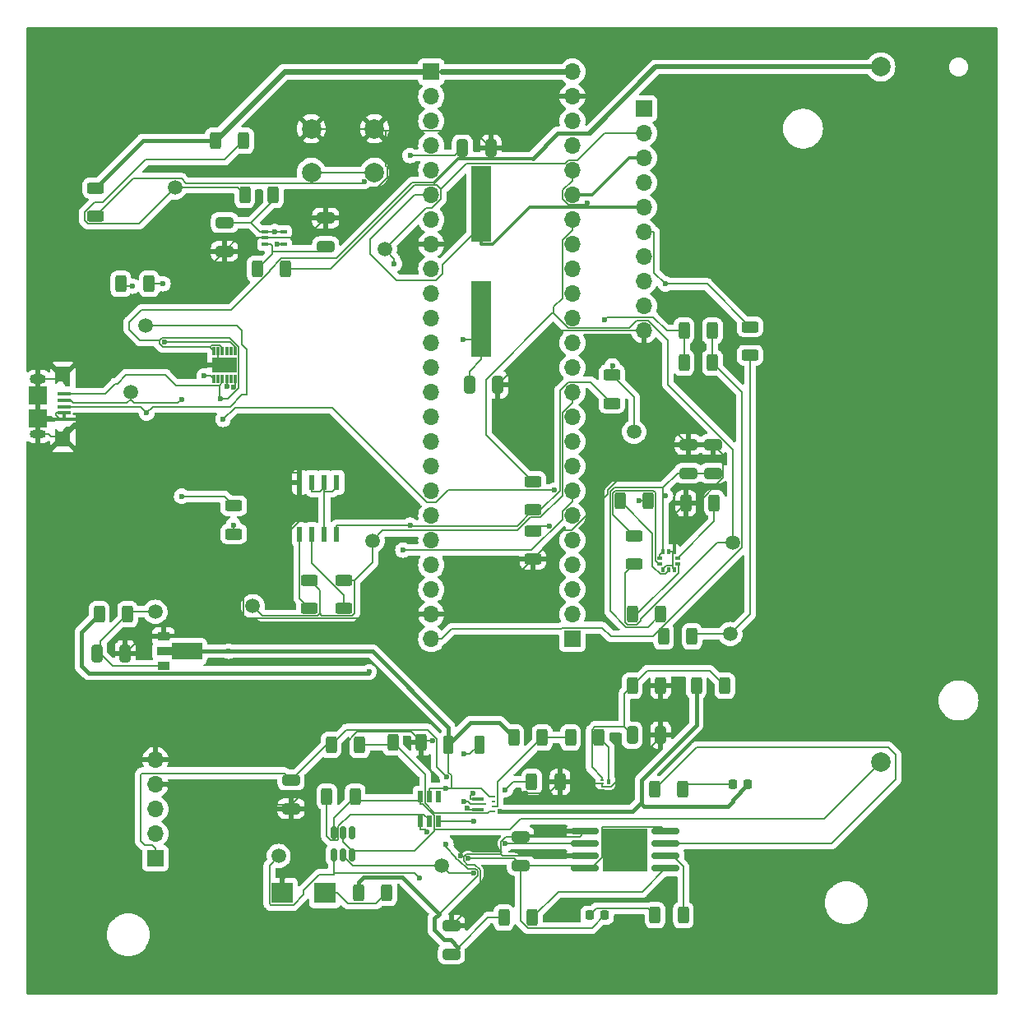
<source format=gtl>
%TF.GenerationSoftware,KiCad,Pcbnew,(7.0.0)*%
%TF.CreationDate,2023-04-24T14:01:15+02:00*%
%TF.ProjectId,main_v0.6,6d61696e-5f76-4302-9e36-2e6b69636164,rev?*%
%TF.SameCoordinates,Original*%
%TF.FileFunction,Copper,L1,Top*%
%TF.FilePolarity,Positive*%
%FSLAX46Y46*%
G04 Gerber Fmt 4.6, Leading zero omitted, Abs format (unit mm)*
G04 Created by KiCad (PCBNEW (7.0.0)) date 2023-04-24 14:01:15*
%MOMM*%
%LPD*%
G01*
G04 APERTURE LIST*
G04 Aperture macros list*
%AMRoundRect*
0 Rectangle with rounded corners*
0 $1 Rounding radius*
0 $2 $3 $4 $5 $6 $7 $8 $9 X,Y pos of 4 corners*
0 Add a 4 corners polygon primitive as box body*
4,1,4,$2,$3,$4,$5,$6,$7,$8,$9,$2,$3,0*
0 Add four circle primitives for the rounded corners*
1,1,$1+$1,$2,$3*
1,1,$1+$1,$4,$5*
1,1,$1+$1,$6,$7*
1,1,$1+$1,$8,$9*
0 Add four rect primitives between the rounded corners*
20,1,$1+$1,$2,$3,$4,$5,0*
20,1,$1+$1,$4,$5,$6,$7,0*
20,1,$1+$1,$6,$7,$8,$9,0*
20,1,$1+$1,$8,$9,$2,$3,0*%
%AMFreePoly0*
4,1,9,3.862500,-0.866500,0.737500,-0.866500,0.737500,-0.450000,-0.737500,-0.450000,-0.737500,0.450000,0.737500,0.450000,0.737500,0.866500,3.862500,0.866500,3.862500,-0.866500,3.862500,-0.866500,$1*%
%AMFreePoly1*
4,1,9,1.050000,0.350000,0.550000,0.000000,0.550000,-0.400000,0.800000,-0.650000,0.800000,-0.800000,-1.050000,-0.800000,-1.050000,0.800000,1.050000,0.800000,1.050000,0.350000,1.050000,0.350000,$1*%
%AMFreePoly2*
4,1,9,1.050000,-0.800000,-0.800000,-0.800000,-0.800000,-0.650000,-0.550000,-0.400000,-0.550000,0.000000,-1.050000,0.350000,-1.050000,0.800000,1.050000,0.800000,1.050000,-0.800000,1.050000,-0.800000,$1*%
G04 Aperture macros list end*
%TA.AperFunction,SMDPad,CuDef*%
%ADD10RoundRect,0.250000X-0.312500X-0.625000X0.312500X-0.625000X0.312500X0.625000X-0.312500X0.625000X0*%
%TD*%
%TA.AperFunction,SMDPad,CuDef*%
%ADD11RoundRect,0.007500X-0.117500X0.412500X-0.117500X-0.412500X0.117500X-0.412500X0.117500X0.412500X0*%
%TD*%
%TA.AperFunction,SMDPad,CuDef*%
%ADD12R,2.500000X1.600000*%
%TD*%
%TA.AperFunction,SMDPad,CuDef*%
%ADD13RoundRect,0.250000X0.625000X-0.312500X0.625000X0.312500X-0.625000X0.312500X-0.625000X-0.312500X0*%
%TD*%
%TA.AperFunction,SMDPad,CuDef*%
%ADD14R,0.650000X0.400000*%
%TD*%
%TA.AperFunction,ComponentPad*%
%ADD15R,1.700000X1.700000*%
%TD*%
%TA.AperFunction,ComponentPad*%
%ADD16O,1.700000X1.700000*%
%TD*%
%TA.AperFunction,SMDPad,CuDef*%
%ADD17RoundRect,0.250000X-0.325000X-0.650000X0.325000X-0.650000X0.325000X0.650000X-0.325000X0.650000X0*%
%TD*%
%TA.AperFunction,SMDPad,CuDef*%
%ADD18C,1.500000*%
%TD*%
%TA.AperFunction,SMDPad,CuDef*%
%ADD19RoundRect,0.250000X-0.625000X0.312500X-0.625000X-0.312500X0.625000X-0.312500X0.625000X0.312500X0*%
%TD*%
%TA.AperFunction,SMDPad,CuDef*%
%ADD20RoundRect,0.218750X-0.218750X-0.256250X0.218750X-0.256250X0.218750X0.256250X-0.218750X0.256250X0*%
%TD*%
%TA.AperFunction,SMDPad,CuDef*%
%ADD21R,0.550000X1.200000*%
%TD*%
%TA.AperFunction,SMDPad,CuDef*%
%ADD22R,2.000000X7.875000*%
%TD*%
%TA.AperFunction,SMDPad,CuDef*%
%ADD23RoundRect,0.250000X0.312500X0.625000X-0.312500X0.625000X-0.312500X-0.625000X0.312500X-0.625000X0*%
%TD*%
%TA.AperFunction,SMDPad,CuDef*%
%ADD24RoundRect,0.250000X-0.275000X-0.700000X0.275000X-0.700000X0.275000X0.700000X-0.275000X0.700000X0*%
%TD*%
%TA.AperFunction,SMDPad,CuDef*%
%ADD25RoundRect,0.150000X-0.150000X0.512500X-0.150000X-0.512500X0.150000X-0.512500X0.150000X0.512500X0*%
%TD*%
%TA.AperFunction,SMDPad,CuDef*%
%ADD26RoundRect,0.175000X-1.250000X-0.175000X1.250000X-0.175000X1.250000X0.175000X-1.250000X0.175000X0*%
%TD*%
%TA.AperFunction,SMDPad,CuDef*%
%ADD27R,4.570000X4.450000*%
%TD*%
%TA.AperFunction,SMDPad,CuDef*%
%ADD28RoundRect,0.250000X0.650000X-0.325000X0.650000X0.325000X-0.650000X0.325000X-0.650000X-0.325000X0*%
%TD*%
%TA.AperFunction,SMDPad,CuDef*%
%ADD29RoundRect,0.250000X-0.650000X0.325000X-0.650000X-0.325000X0.650000X-0.325000X0.650000X0.325000X0*%
%TD*%
%TA.AperFunction,SMDPad,CuDef*%
%ADD30R,1.300000X0.900000*%
%TD*%
%TA.AperFunction,SMDPad,CuDef*%
%ADD31FreePoly0,0.000000*%
%TD*%
%TA.AperFunction,SMDPad,CuDef*%
%ADD32RoundRect,0.250000X0.325000X0.650000X-0.325000X0.650000X-0.325000X-0.650000X0.325000X-0.650000X0*%
%TD*%
%TA.AperFunction,SMDPad,CuDef*%
%ADD33R,0.600000X1.550000*%
%TD*%
%TA.AperFunction,SMDPad,CuDef*%
%ADD34R,2.200000X2.150000*%
%TD*%
%TA.AperFunction,ComponentPad*%
%ADD35C,2.000000*%
%TD*%
%TA.AperFunction,SMDPad,CuDef*%
%ADD36RoundRect,0.100000X-0.175000X-0.100000X0.175000X-0.100000X0.175000X0.100000X-0.175000X0.100000X0*%
%TD*%
%TA.AperFunction,SMDPad,CuDef*%
%ADD37RoundRect,0.100000X-0.100000X-0.175000X0.100000X-0.175000X0.100000X0.175000X-0.100000X0.175000X0*%
%TD*%
%TA.AperFunction,SMDPad,CuDef*%
%ADD38R,0.380000X0.150000*%
%TD*%
%TA.AperFunction,SMDPad,CuDef*%
%ADD39R,0.380000X0.630000*%
%TD*%
%TA.AperFunction,SMDPad,CuDef*%
%ADD40R,1.150000X0.350000*%
%TD*%
%TA.AperFunction,SMDPad,CuDef*%
%ADD41R,1.450000X0.200000*%
%TD*%
%TA.AperFunction,SMDPad,CuDef*%
%ADD42R,0.450000X0.250000*%
%TD*%
%TA.AperFunction,SMDPad,CuDef*%
%ADD43R,1.350000X0.400000*%
%TD*%
%TA.AperFunction,SMDPad,CuDef*%
%ADD44FreePoly1,270.000000*%
%TD*%
%TA.AperFunction,ComponentPad*%
%ADD45O,1.700000X1.000000*%
%TD*%
%TA.AperFunction,SMDPad,CuDef*%
%ADD46R,1.900000X1.900000*%
%TD*%
%TA.AperFunction,ComponentPad*%
%ADD47O,1.700000X0.850000*%
%TD*%
%TA.AperFunction,SMDPad,CuDef*%
%ADD48FreePoly2,270.000000*%
%TD*%
%TA.AperFunction,ViaPad*%
%ADD49C,0.600000*%
%TD*%
%TA.AperFunction,Conductor*%
%ADD50C,0.200000*%
%TD*%
%TA.AperFunction,Conductor*%
%ADD51C,0.400000*%
%TD*%
%TA.AperFunction,Conductor*%
%ADD52C,0.300000*%
%TD*%
%TA.AperFunction,Conductor*%
%ADD53C,0.350000*%
%TD*%
%TA.AperFunction,Conductor*%
%ADD54C,0.500000*%
%TD*%
%TA.AperFunction,Conductor*%
%ADD55C,0.600000*%
%TD*%
%TA.AperFunction,Conductor*%
%ADD56C,0.450000*%
%TD*%
G04 APERTURE END LIST*
D10*
%TO.P,R28,1*%
%TO.N,/Interface IC Module/I2C3_SCL*%
X157795500Y-80530000D03*
%TO.P,R28,2*%
%TO.N,+3.3V*%
X160720500Y-80530000D03*
%TD*%
D11*
%TO.P,U5,1,USBDM*%
%TO.N,Net-(U5-USBDM)*%
X111615000Y-82639000D03*
%TO.P,U5,2,~{RESET#}*%
%TO.N,unconnected-(U5-~{RESET#}-Pad2)*%
X111165000Y-82639000D03*
%TO.P,U5,3,3V3OUT*%
%TO.N,unconnected-(U5-3V3OUT-Pad3)*%
X110715000Y-82639000D03*
%TO.P,U5,4,VCC*%
%TO.N,/V battery+*%
X110265000Y-82639000D03*
%TO.P,U5,5,GND*%
%TO.N,GND*%
X109815000Y-82639000D03*
%TO.P,U5,6,CBUS0*%
%TO.N,/V battery+*%
X109365000Y-82639000D03*
%TO.P,U5,7,TXD*%
%TO.N,TXD*%
X109365000Y-85509000D03*
%TO.P,U5,8,RTS#*%
%TO.N,unconnected-(U5-RTS#-Pad8)*%
X109815000Y-85509000D03*
%TO.P,U5,9,VCCIO*%
%TO.N,/V battery+*%
X110265000Y-85509000D03*
%TO.P,U5,10,RXD*%
%TO.N,RXD*%
X110715000Y-85509000D03*
%TO.P,U5,11,CTS#*%
%TO.N,unconnected-(U5-CTS#-Pad11)*%
X111165000Y-85509000D03*
%TO.P,U5,12,USBDP*%
%TO.N,Net-(U5-USBDP)*%
X111615000Y-85509000D03*
D12*
%TO.P,U5,13,GND*%
%TO.N,GND*%
X110489999Y-84073999D03*
%TD*%
D13*
%TO.P,R22,1*%
%TO.N,GND*%
X142240000Y-104078500D03*
%TO.P,R22,2*%
%TO.N,Net-(J2-Pin_20)*%
X142240000Y-101153500D03*
%TD*%
D14*
%TO.P,U1,1,Vdd*%
%TO.N,Net-(#FLG02-pwr)*%
X114685999Y-70327999D03*
%TO.P,U1,2,GND*%
%TO.N,GND*%
X114685999Y-70977999D03*
%TO.P,U1,3,OUT*%
%TO.N,Net-(U1-OUT)*%
X114685999Y-71627999D03*
%TO.P,U1,4,Vdd*%
%TO.N,Net-(#FLG02-pwr)*%
X116585999Y-71627999D03*
%TO.P,U1,5,Vdd*%
X116585999Y-70327999D03*
%TD*%
D10*
%TO.P,R1,1*%
%TO.N,+3.3V*%
X109535500Y-60960000D03*
%TO.P,R1,2*%
%TO.N,Net-(R1-Pad2)*%
X112460500Y-60960000D03*
%TD*%
D15*
%TO.P,J1,1,Pin_1*%
%TO.N,+3.3V*%
X131772999Y-53857999D03*
D16*
%TO.P,J1,2,Pin_2*%
%TO.N,unconnected-(J1-Pin_2-Pad2)*%
X131772999Y-56397999D03*
%TO.P,J1,3,Pin_3*%
%TO.N,unconnected-(J1-Pin_3-Pad3)*%
X131772999Y-58937999D03*
%TO.P,J1,4,Pin_4*%
%TO.N,unconnected-(J1-Pin_4-Pad4)*%
X131772999Y-61477999D03*
%TO.P,J1,5,Pin_5*%
%TO.N,/Interface IC Module/OSC_IN*%
X131772999Y-64017999D03*
%TO.P,J1,6,Pin_6*%
%TO.N,SCK*%
X131772999Y-66557999D03*
%TO.P,J1,7,Pin_7*%
%TO.N,/Interface IC Module/NRST*%
X131772999Y-69097999D03*
%TO.P,J1,8,Pin_8*%
%TO.N,GND*%
X131772999Y-71637999D03*
%TO.P,J1,9,Pin_9*%
%TO.N,+3.3V*%
X131772999Y-74177999D03*
%TO.P,J1,10,Pin_10*%
%TO.N,unconnected-(J1-Pin_10-Pad10)*%
X131772999Y-76717999D03*
%TO.P,J1,11,Pin_11*%
%TO.N,Analog_Data_Read*%
X131772999Y-79257999D03*
%TO.P,J1,12,Pin_12*%
%TO.N,unconnected-(J1-Pin_12-Pad12)*%
X131772999Y-81797999D03*
%TO.P,J1,13,Pin_13*%
%TO.N,unconnected-(J1-Pin_13-Pad13)*%
X131772999Y-84337999D03*
%TO.P,J1,14,Pin_14*%
%TO.N,unconnected-(J1-Pin_14-Pad14)*%
X131772999Y-86877999D03*
%TO.P,J1,15,Pin_15*%
%TO.N,unconnected-(J1-Pin_15-Pad15)*%
X131772999Y-89417999D03*
%TO.P,J1,16,Pin_16*%
%TO.N,unconnected-(J1-Pin_16-Pad16)*%
X131772999Y-91957999D03*
%TO.P,J1,17,Pin_17*%
%TO.N,unconnected-(J1-Pin_17-Pad17)*%
X131772999Y-94497999D03*
%TO.P,J1,18,Pin_18*%
%TO.N,unconnected-(J1-Pin_18-Pad18)*%
X131772999Y-97037999D03*
%TO.P,J1,19,Pin_19*%
%TO.N,unconnected-(J1-Pin_19-Pad19)*%
X131772999Y-99577999D03*
%TO.P,J1,20,Pin_20*%
%TO.N,unconnected-(J1-Pin_20-Pad20)*%
X131772999Y-102117999D03*
%TO.P,J1,21,Pin_21*%
%TO.N,unconnected-(J1-Pin_21-Pad21)*%
X131772999Y-104657999D03*
%TO.P,J1,22,Pin_22*%
%TO.N,unconnected-(J1-Pin_22-Pad22)*%
X131772999Y-107197999D03*
%TO.P,J1,23,Pin_23*%
%TO.N,GND*%
X131772999Y-109737999D03*
%TO.P,J1,24,Pin_24*%
%TO.N,+3.3V*%
X131772999Y-112277999D03*
%TD*%
D10*
%TO.P,R7,1*%
%TO.N,Net-(U2-~{CS})*%
X152461500Y-109728000D03*
%TO.P,R7,2*%
%TO.N,!CS*%
X155386500Y-109728000D03*
%TD*%
D17*
%TO.P,C7,1*%
%TO.N,Net-(U3-VO)*%
X97331000Y-113792000D03*
%TO.P,C7,2*%
%TO.N,GND*%
X100281000Y-113792000D03*
%TD*%
D18*
%TO.P,TP14,1,1*%
%TO.N,D-*%
X102362000Y-80010000D03*
%TD*%
%TO.P,TP3,1,1*%
%TO.N,I2C_SDA*%
X152654000Y-90932000D03*
%TD*%
D19*
%TO.P,R18,1*%
%TO.N,/Interface IC Module/I2C3_SCL*%
X119253000Y-106235000D03*
%TO.P,R18,2*%
%TO.N,Net-(U8-SDA)*%
X119253000Y-109160000D03*
%TD*%
D10*
%TO.P,R24,1*%
%TO.N,D-*%
X99822000Y-75692000D03*
%TO.P,R24,2*%
%TO.N,Net-(U5-USBDM)*%
X102747000Y-75692000D03*
%TD*%
D18*
%TO.P,TP11,1,1*%
%TO.N,/Interface IC Module/I2C3_SCL*%
X125730000Y-102140500D03*
%TD*%
D20*
%TO.P,D2,1,K*%
%TO.N,Net-(D2-K)*%
X162788500Y-127254000D03*
%TO.P,D2,2,A*%
%TO.N,+5V*%
X164363500Y-127254000D03*
%TD*%
D10*
%TO.P,R17,1*%
%TO.N,Net-(U7-FB)*%
X127823500Y-122936000D03*
%TO.P,R17,2*%
%TO.N,GND*%
X130748500Y-122936000D03*
%TD*%
D21*
%TO.P,IC1,1,OD*%
%TO.N,Net-(IC1-OD)*%
X130621999Y-131093999D03*
%TO.P,IC1,2,CS*%
%TO.N,Net-(IC1-CS)*%
X131571999Y-131093999D03*
%TO.P,IC1,3,OC*%
%TO.N,Net-(IC1-OC)*%
X132521999Y-131093999D03*
%TO.P,IC1,4,TD*%
%TO.N,unconnected-(IC1-TD-Pad4)*%
X132521999Y-128493999D03*
%TO.P,IC1,5,VCC*%
%TO.N,/V battery+*%
X131571999Y-128493999D03*
%TO.P,IC1,6,GND*%
%TO.N,/V battery-*%
X130621999Y-128493999D03*
%TD*%
D22*
%TO.P,Y1,1,1*%
%TO.N,/Interface IC Module/OSC_IN*%
X136905999Y-79343499D03*
%TO.P,Y1,2,2*%
%TO.N,SCK*%
X136905999Y-67468499D03*
%TD*%
D10*
%TO.P,R32,1*%
%TO.N,Net-(R1-Pad2)*%
X112583500Y-66548000D03*
%TO.P,R32,2*%
%TO.N,Net-(#FLG02-pwr)*%
X115508500Y-66548000D03*
%TD*%
%TO.P,R15,1*%
%TO.N,Net-(U7-EN)*%
X146111500Y-122428000D03*
%TO.P,R15,2*%
%TO.N,Net-(Q2-Pad3)*%
X149036500Y-122428000D03*
%TD*%
D17*
%TO.P,C11,1*%
%TO.N,Net-(C11-Pad1)*%
X152449000Y-122174000D03*
%TO.P,C11,2*%
%TO.N,GND*%
X155399000Y-122174000D03*
%TD*%
D15*
%TO.P,J4,1,Pin_1*%
%TO.N,+5V*%
X103377999Y-134873999D03*
D16*
%TO.P,J4,2,Pin_2*%
%TO.N,D+*%
X103377999Y-132333999D03*
%TO.P,J4,3,Pin_3*%
%TO.N,D-*%
X103377999Y-129793999D03*
%TO.P,J4,4,Pin_4*%
%TO.N,GND*%
X103377999Y-127253999D03*
%TO.P,J4,5,Pin_5*%
X103377999Y-124713999D03*
%TD*%
D23*
%TO.P,R2,1*%
%TO.N,Net-(U2-INT_DRDY)*%
X160913000Y-98298000D03*
%TO.P,R2,2*%
%TO.N,GND*%
X157988000Y-98298000D03*
%TD*%
D24*
%TO.P,L1,1,1*%
%TO.N,/V battery+*%
X133553000Y-123190000D03*
%TO.P,L1,2,2*%
%TO.N,Net-(U7-SW)*%
X136703000Y-123190000D03*
%TD*%
D25*
%TO.P,Q1,1*%
%TO.N,unconnected-(Q1-Pad1)*%
X123632000Y-132212500D03*
%TO.P,Q1,2*%
%TO.N,/V battery-*%
X122682000Y-132212500D03*
%TO.P,Q1,3*%
X121732000Y-132212500D03*
%TO.P,Q1,4*%
%TO.N,Net-(IC1-OD)*%
X121732000Y-134487500D03*
%TO.P,Q1,5*%
%TO.N,Net-(IC1-OC)*%
X122682000Y-134487500D03*
%TO.P,Q1,6*%
%TO.N,/V battery-*%
X123632000Y-134487500D03*
%TD*%
D26*
%TO.P,U4,1,TEMP*%
%TO.N,GND*%
X147618000Y-132080000D03*
%TO.P,U4,2,PROG*%
%TO.N,Net-(U4-PROG)*%
X147618000Y-133350000D03*
%TO.P,U4,3,GND*%
%TO.N,GND*%
X147618000Y-134620000D03*
%TO.P,U4,4,VCC*%
%TO.N,+5V*%
X147618000Y-135890000D03*
%TO.P,U4,5,BAT*%
%TO.N,Net-(U4-BAT)*%
X155918000Y-135890000D03*
%TO.P,U4,6,~{STDBY}*%
%TO.N,Net-(U4-~{STDBY})*%
X155918000Y-134620000D03*
%TO.P,U4,7,~{CHRG}*%
%TO.N,Net-(U4-~{CHRG})*%
X155918000Y-133350000D03*
%TO.P,U4,8,CE*%
%TO.N,+5V*%
X155918000Y-132080000D03*
D27*
%TO.P,U4,9,EP*%
%TO.N,unconnected-(U4-EP-Pad9)*%
X151767999Y-133984999D03*
%TD*%
D13*
%TO.P,R30,1*%
%TO.N,Analog_Data_Read*%
X97220500Y-68772500D03*
%TO.P,R30,2*%
%TO.N,+3.3V*%
X97220500Y-65847500D03*
%TD*%
D10*
%TO.P,R11,1*%
%TO.N,Net-(U4-PROG)*%
X142109000Y-127000000D03*
%TO.P,R11,2*%
%TO.N,GND*%
X145034000Y-127000000D03*
%TD*%
D28*
%TO.P,C3,1*%
%TO.N,!CS*%
X158242000Y-95201000D03*
%TO.P,C3,2*%
%TO.N,GND*%
X158242000Y-92251000D03*
%TD*%
%TO.P,C5,1*%
%TO.N,+5V*%
X140970000Y-135587000D03*
%TO.P,C5,2*%
%TO.N,GND*%
X140970000Y-132637000D03*
%TD*%
D10*
%TO.P,R23,1*%
%TO.N,Net-(C11-Pad1)*%
X152461500Y-117094000D03*
%TO.P,R23,2*%
%TO.N,GND*%
X155386500Y-117094000D03*
%TD*%
D29*
%TO.P,C1,1*%
%TO.N,Net-(#FLG02-pwr)*%
X110490000Y-69391000D03*
%TO.P,C1,2*%
%TO.N,GND*%
X110490000Y-72341000D03*
%TD*%
D15*
%TO.P,J3,1,Pin_1*%
%TO.N,+5V*%
X153669999Y-57657999D03*
D16*
%TO.P,J3,2,Pin_2*%
%TO.N,Analog_Data_Read*%
X153669999Y-60197999D03*
%TO.P,J3,3,Pin_3*%
%TO.N,I2C_SDA*%
X153669999Y-62737999D03*
%TO.P,J3,4,Pin_4*%
%TO.N,I2C_SCL*%
X153669999Y-65277999D03*
%TO.P,J3,5,Pin_5*%
%TO.N,SCK*%
X153669999Y-67817999D03*
%TO.P,J3,6,Pin_6*%
%TO.N,!CS*%
X153669999Y-70357999D03*
%TO.P,J3,7,Pin_7*%
%TO.N,Plug_Detect*%
X153669999Y-72897999D03*
%TO.P,J3,8,Pin_8*%
%TO.N,TXD*%
X153669999Y-75437999D03*
%TO.P,J3,9,Pin_9*%
%TO.N,RXD*%
X153669999Y-77977999D03*
%TO.P,J3,10,Pin_10*%
%TO.N,GND*%
X153669999Y-80517999D03*
%TD*%
D10*
%TO.P,R5,1*%
%TO.N,Net-(U2-SDA)*%
X151191500Y-98044000D03*
%TO.P,R5,2*%
%TO.N,I2C_SDA*%
X154116500Y-98044000D03*
%TD*%
D18*
%TO.P,TP4,1,1*%
%TO.N,Net-(R1-Pad2)*%
X105410000Y-65786000D03*
%TD*%
%TO.P,TP6,1,1*%
%TO.N,Net-(U3-VO)*%
X103378000Y-109474000D03*
%TD*%
D19*
%TO.P,R4,1*%
%TO.N,Net-(U2-SCL)*%
X152654000Y-101661500D03*
%TO.P,R4,2*%
%TO.N,I2C_SCL*%
X152654000Y-104586500D03*
%TD*%
D10*
%TO.P,R14,1*%
%TO.N,/V battery+*%
X140269500Y-122428000D03*
%TO.P,R14,2*%
%TO.N,Net-(U7-EN)*%
X143194500Y-122428000D03*
%TD*%
D30*
%TO.P,U3,1*%
%TO.N,GND*%
X104221999Y-112037999D03*
D31*
%TO.P,U3,2,VI*%
%TO.N,/V battery+*%
X104309500Y-113538000D03*
D30*
%TO.P,U3,3,VO*%
%TO.N,Net-(U3-VO)*%
X104221999Y-115037999D03*
%TD*%
D32*
%TO.P,C9,1*%
%TO.N,GND*%
X137922000Y-61722000D03*
%TO.P,C9,2*%
%TO.N,SCK*%
X134972000Y-61722000D03*
%TD*%
D33*
%TO.P,U8,1,A0*%
%TO.N,Net-(U8-A0)*%
X122046999Y-96138499D03*
%TO.P,U8,2,A1*%
X120776999Y-96138499D03*
%TO.P,U8,3,A2*%
X119506999Y-96138499D03*
%TO.P,U8,4,GND*%
%TO.N,GND*%
X118236999Y-96138499D03*
%TO.P,U8,5,SDA*%
%TO.N,Net-(U8-SDA)*%
X118236999Y-101538499D03*
%TO.P,U8,6,SCL*%
%TO.N,Net-(U8-SCL)*%
X119506999Y-101538499D03*
%TO.P,U8,7,WP*%
%TO.N,Net-(U8-A0)*%
X120776999Y-101538499D03*
%TO.P,U8,8,VCC*%
%TO.N,+3.3V*%
X122046999Y-101538499D03*
%TD*%
D34*
%TO.P,D1,1,K*%
%TO.N,GND*%
X116417999Y-138429999D03*
%TO.P,D1,2,A*%
%TO.N,Net-(D1-A)*%
X120817999Y-138429999D03*
%TD*%
D10*
%TO.P,R3,1*%
%TO.N,Net-(U1-OUT)*%
X113853500Y-74168000D03*
%TO.P,R3,2*%
%TO.N,Analog_Data_Read*%
X116778500Y-74168000D03*
%TD*%
%TO.P,R26,1*%
%TO.N,+5V*%
X159065500Y-117094000D03*
%TO.P,R26,2*%
%TO.N,Net-(C11-Pad1)*%
X161990500Y-117094000D03*
%TD*%
%TO.P,R10,1*%
%TO.N,Net-(IC1-CS)*%
X121027000Y-128524000D03*
%TO.P,R10,2*%
%TO.N,/V battery-*%
X123952000Y-128524000D03*
%TD*%
D18*
%TO.P,TP13,1,1*%
%TO.N,D+*%
X100838000Y-86868000D03*
%TD*%
D15*
%TO.P,J2,1,Pin_1*%
%TO.N,unconnected-(J2-Pin_1-Pad1)*%
X146303999Y-112267999D03*
D16*
%TO.P,J2,2,Pin_2*%
%TO.N,unconnected-(J2-Pin_2-Pad2)*%
X146303999Y-109727999D03*
%TO.P,J2,3,Pin_3*%
%TO.N,unconnected-(J2-Pin_3-Pad3)*%
X146303999Y-107187999D03*
%TO.P,J2,4,Pin_4*%
%TO.N,unconnected-(J2-Pin_4-Pad4)*%
X146303999Y-104647999D03*
%TO.P,J2,5,Pin_5*%
%TO.N,unconnected-(J2-Pin_5-Pad5)*%
X146303999Y-102107999D03*
%TO.P,J2,6,Pin_6*%
%TO.N,TXD*%
X146303999Y-99567999D03*
%TO.P,J2,7,Pin_7*%
%TO.N,RXD*%
X146303999Y-97027999D03*
%TO.P,J2,8,Pin_8*%
%TO.N,unconnected-(J2-Pin_8-Pad8)*%
X146303999Y-94487999D03*
%TO.P,J2,9,Pin_9*%
%TO.N,unconnected-(J2-Pin_9-Pad9)*%
X146303999Y-91947999D03*
%TO.P,J2,10,Pin_10*%
%TO.N,unconnected-(J2-Pin_10-Pad10)*%
X146303999Y-89407999D03*
%TO.P,J2,11,Pin_11*%
%TO.N,/Interface IC Module/I2C3_SCL*%
X146303999Y-86867999D03*
%TO.P,J2,12,Pin_12*%
X146303999Y-84327999D03*
%TO.P,J2,13,Pin_13*%
%TO.N,unconnected-(J2-Pin_13-Pad13)*%
X146303999Y-81787999D03*
%TO.P,J2,14,Pin_14*%
%TO.N,unconnected-(J2-Pin_14-Pad14)*%
X146303999Y-79247999D03*
%TO.P,J2,15,Pin_15*%
%TO.N,unconnected-(J2-Pin_15-Pad15)*%
X146303999Y-76707999D03*
%TO.P,J2,16,Pin_16*%
%TO.N,unconnected-(J2-Pin_16-Pad16)*%
X146303999Y-74167999D03*
%TO.P,J2,17,Pin_17*%
%TO.N,unconnected-(J2-Pin_17-Pad17)*%
X146303999Y-71627999D03*
%TO.P,J2,18,Pin_18*%
%TO.N,I2C_SCL*%
X146303999Y-69087999D03*
%TO.P,J2,19,Pin_19*%
%TO.N,I2C_SDA*%
X146303999Y-66547999D03*
%TO.P,J2,20,Pin_20*%
%TO.N,Net-(J2-Pin_20)*%
X146303999Y-64007999D03*
%TO.P,J2,21,Pin_21*%
%TO.N,unconnected-(J2-Pin_21-Pad21)*%
X146303999Y-61467999D03*
%TO.P,J2,22,Pin_22*%
%TO.N,unconnected-(J2-Pin_22-Pad22)*%
X146303999Y-58927999D03*
%TO.P,J2,23,Pin_23*%
%TO.N,GND*%
X146303999Y-56387999D03*
%TO.P,J2,24,Pin_24*%
%TO.N,+3.3V*%
X146303999Y-53847999D03*
%TD*%
D10*
%TO.P,R16,1*%
%TO.N,+5V*%
X121473500Y-123190000D03*
%TO.P,R16,2*%
%TO.N,Net-(U7-FB)*%
X124398500Y-123190000D03*
%TD*%
%TO.P,R13,1*%
%TO.N,Net-(U4-~{CHRG})*%
X154747500Y-127762000D03*
%TO.P,R13,2*%
%TO.N,Net-(D2-K)*%
X157672500Y-127762000D03*
%TD*%
D32*
%TO.P,C8,1*%
%TO.N,GND*%
X138635000Y-86106000D03*
%TO.P,C8,2*%
%TO.N,/Interface IC Module/OSC_IN*%
X135685000Y-86106000D03*
%TD*%
D35*
%TO.P,SW1,1,1*%
%TO.N,GND*%
X119432000Y-59726000D03*
X125932000Y-59726000D03*
%TO.P,SW1,2,2*%
%TO.N,/Interface IC Module/NRST*%
X119432000Y-64226000D03*
X125932000Y-64226000D03*
%TD*%
D18*
%TO.P,TP8,1,1*%
%TO.N,Net-(IC1-OD)*%
X116078000Y-134620000D03*
%TD*%
D10*
%TO.P,R21,1*%
%TO.N,/V battery+*%
X139253500Y-140970000D03*
%TO.P,R21,2*%
%TO.N,Net-(U4-BAT)*%
X142178500Y-140970000D03*
%TD*%
D19*
%TO.P,R25,1*%
%TO.N,D+*%
X111440500Y-98552000D03*
%TO.P,R25,2*%
%TO.N,Net-(U5-USBDP)*%
X111440500Y-101477000D03*
%TD*%
D10*
%TO.P,R6,1*%
%TO.N,+3.3V*%
X155700500Y-112014000D03*
%TO.P,R6,2*%
%TO.N,Net-(R31-Pad1)*%
X158625500Y-112014000D03*
%TD*%
D28*
%TO.P,C4,1*%
%TO.N,!CS*%
X160782000Y-95201000D03*
%TO.P,C4,2*%
%TO.N,GND*%
X160782000Y-92251000D03*
%TD*%
D19*
%TO.P,R9,1*%
%TO.N,I2C_SCL*%
X142240000Y-96073500D03*
%TO.P,R9,2*%
%TO.N,+3.3V*%
X142240000Y-98998500D03*
%TD*%
D29*
%TO.P,C10,1*%
%TO.N,+5V*%
X117348000Y-126795000D03*
%TO.P,C10,2*%
%TO.N,GND*%
X117348000Y-129745000D03*
%TD*%
D10*
%TO.P,R8,1*%
%TO.N,/V battery+*%
X124267500Y-138430000D03*
%TO.P,R8,2*%
%TO.N,Net-(D1-A)*%
X127192500Y-138430000D03*
%TD*%
D19*
%TO.P,R19,1*%
%TO.N,/Interface IC Module/I2C3_SCL*%
X122809000Y-106233500D03*
%TO.P,R19,2*%
%TO.N,Net-(U8-SCL)*%
X122809000Y-109158500D03*
%TD*%
D13*
%TO.P,R31,1*%
%TO.N,Net-(R31-Pad1)*%
X164592000Y-83058000D03*
%TO.P,R31,2*%
%TO.N,!CS*%
X164592000Y-80133000D03*
%TD*%
D36*
%TO.P,U2,1,Vdd_IO*%
%TO.N,!CS*%
X155285000Y-103931000D03*
%TO.P,U2,2,SCL*%
%TO.N,Net-(U2-SCL)*%
X155285000Y-104531000D03*
D37*
%TO.P,U2,3,RES*%
%TO.N,GND*%
X155610000Y-105156000D03*
%TO.P,U2,4,SDA*%
%TO.N,Net-(U2-SDA)*%
X156210000Y-105156000D03*
%TO.P,U2,5,SA0*%
%TO.N,GND*%
X156810000Y-105156000D03*
D36*
%TO.P,U2,6,~{CS}*%
%TO.N,Net-(U2-~{CS})*%
X157135000Y-104531000D03*
%TO.P,U2,7,INT_DRDY*%
%TO.N,Net-(U2-INT_DRDY)*%
X157135000Y-103931000D03*
D37*
%TO.P,U2,8,GND*%
%TO.N,GND*%
X156810000Y-103306000D03*
%TO.P,U2,9,GND*%
X156210000Y-103306000D03*
%TO.P,U2,10,VDD*%
%TO.N,!CS*%
X155610000Y-103306000D03*
%TD*%
D18*
%TO.P,TP7,1,1*%
%TO.N,Net-(IC1-OC)*%
X132842000Y-135636000D03*
%TD*%
D20*
%TO.P,D4,1,K*%
%TO.N,Net-(D4-K)*%
X148056500Y-140716000D03*
%TO.P,D4,2,A*%
%TO.N,+5V*%
X149631500Y-140716000D03*
%TD*%
D10*
%TO.P,R20,1*%
%TO.N,+3.3V*%
X97597500Y-109728000D03*
%TO.P,R20,2*%
%TO.N,Net-(U3-VO)*%
X100522500Y-109728000D03*
%TD*%
D18*
%TO.P,TP5,1,1*%
%TO.N,Analog_Data_Read*%
X127000000Y-72136000D03*
%TD*%
%TO.P,TP1,1,1*%
%TO.N,Net-(R31-Pad1)*%
X162560000Y-111760000D03*
%TD*%
D38*
%TO.P,Q2,1*%
%TO.N,Net-(C11-Pad1)*%
X149351999Y-126825999D03*
%TO.P,Q2,2*%
%TO.N,GND*%
X149351999Y-127174999D03*
D39*
%TO.P,Q2,3*%
%TO.N,Net-(Q2-Pad3)*%
X150011999Y-126999999D03*
%TD*%
D35*
%TO.P,BT1,1,+*%
%TO.N,/V battery+*%
X178054000Y-53368000D03*
%TO.P,BT1,2,-*%
%TO.N,/V battery-*%
X178054000Y-124968000D03*
%TD*%
D28*
%TO.P,C6,1*%
%TO.N,/V battery+*%
X133858000Y-144731000D03*
%TO.P,C6,2*%
%TO.N,GND*%
X133858000Y-141781000D03*
%TD*%
D18*
%TO.P,TP2,1,1*%
%TO.N,I2C_SCL*%
X162814000Y-102362000D03*
%TD*%
%TO.P,TP12,1,1*%
%TO.N,/Interface IC Module/I2C3_SCL*%
X113411000Y-108904500D03*
%TD*%
D19*
%TO.P,R27,1*%
%TO.N,I2C_SDA*%
X150368000Y-85090000D03*
%TO.P,R27,2*%
%TO.N,+3.3V*%
X150368000Y-88015000D03*
%TD*%
D10*
%TO.P,R29,1*%
%TO.N,/Interface IC Module/I2C3_SCL*%
X157795500Y-83820000D03*
%TO.P,R29,2*%
%TO.N,+3.3V*%
X160720500Y-83820000D03*
%TD*%
D40*
%TO.P,U7,1,GND*%
%TO.N,GND*%
X136575999Y-128747999D03*
D41*
%TO.P,U7,2,SW*%
%TO.N,Net-(U7-SW)*%
X136725999Y-129297999D03*
D40*
%TO.P,U7,3,VOUT*%
%TO.N,+5V*%
X136575999Y-129847999D03*
D42*
%TO.P,U7,4,FB*%
%TO.N,Net-(U7-FB)*%
X138175999Y-130047999D03*
%TO.P,U7,5,EN*%
%TO.N,Net-(U7-EN)*%
X138175999Y-129547999D03*
%TO.P,U7,6,MODE*%
%TO.N,unconnected-(U7-MODE-Pad6)*%
X138175999Y-129047999D03*
%TO.P,U7,7,VIN*%
%TO.N,/V battery+*%
X138175999Y-128547999D03*
%TD*%
D10*
%TO.P,R12,1*%
%TO.N,Net-(D4-K)*%
X154809000Y-140716000D03*
%TO.P,R12,2*%
%TO.N,Net-(U4-~{STDBY})*%
X157734000Y-140716000D03*
%TD*%
D43*
%TO.P,J5,1,VBUS*%
%TO.N,/V battery+*%
X93978999Y-87060999D03*
%TO.P,J5,2,D-*%
%TO.N,D+*%
X93978999Y-87710999D03*
%TO.P,J5,3,D+*%
%TO.N,D-*%
X93978999Y-88360999D03*
%TO.P,J5,4,ID*%
%TO.N,GND*%
X93978999Y-89010999D03*
%TO.P,J5,5,GND*%
X93978999Y-89660999D03*
D44*
%TO.P,J5,6,Shield*%
X93854000Y-85261000D03*
D45*
X91303999Y-85535999D03*
D46*
X91303999Y-87160999D03*
X91303999Y-89560999D03*
D47*
X91303999Y-91185999D03*
D48*
X93854000Y-91461000D03*
%TD*%
D28*
%TO.P,C2,1*%
%TO.N,Net-(U1-OUT)*%
X120904000Y-71882000D03*
%TO.P,C2,2*%
%TO.N,GND*%
X120904000Y-68932000D03*
%TD*%
D49*
%TO.N,GND*%
X136034800Y-128206800D03*
X141471800Y-128201100D03*
X134779000Y-134636300D03*
X131895700Y-122740800D03*
%TO.N,+5V*%
X138846200Y-130048000D03*
X133389900Y-126498800D03*
X135562000Y-134902800D03*
X135485700Y-129714300D03*
%TO.N,/V battery+*%
X133285400Y-127694000D03*
X133285400Y-133396600D03*
X110932400Y-113538000D03*
X110076500Y-87497400D03*
%TO.N,!CS*%
X155880800Y-97542800D03*
X155880800Y-75717200D03*
%TO.N,SCK*%
X129588700Y-62480800D03*
%TO.N,TXD*%
X144420700Y-96948600D03*
X108398400Y-85176800D03*
X110332900Y-89662000D03*
%TO.N,RXD*%
X128859500Y-103118300D03*
X110715000Y-86282800D03*
%TO.N,I2C_SDA*%
X153199400Y-98073400D03*
X150430400Y-84149100D03*
%TO.N,Analog_Data_Read*%
X127967500Y-73660000D03*
X124861700Y-65154700D03*
%TO.N,Net-(IC1-OD)*%
X130556000Y-136906000D03*
X131365300Y-132144200D03*
%TO.N,Net-(U4-PROG)*%
X139391300Y-127807900D03*
X139391300Y-133363300D03*
%TO.N,Net-(U5-USBDM)*%
X104153800Y-75692000D03*
X104301900Y-81688400D03*
%TO.N,Net-(U5-USBDP)*%
X111405500Y-86307000D03*
X111405500Y-100543900D03*
%TO.N,/Interface IC Module/OSC_IN*%
X135037000Y-81412200D03*
%TO.N,D+*%
X106078400Y-87579700D03*
X106078400Y-97585200D03*
%TO.N,Net-(J2-Pin_20)*%
X143951100Y-100627300D03*
X147815500Y-67367600D03*
%TO.N,D-*%
X101014400Y-75943100D03*
X102472300Y-89010300D03*
%TO.N,Net-(IC1-OC)*%
X136110400Y-136410900D03*
X136110400Y-131094000D03*
%TO.N,/Interface IC Module/I2C3_SCL*%
X149641200Y-79416400D03*
%TO.N,Net-(U7-SW)*%
X135172500Y-129049500D03*
X135172500Y-124128900D03*
%TO.N,Net-(#FLG02-pwr)*%
X115636000Y-70328000D03*
X115878800Y-71628000D03*
%TO.N,+3.3V*%
X129588700Y-100563500D03*
X125385200Y-115674500D03*
%TD*%
D50*
%TO.N,/V battery-*%
X140946600Y-130816400D02*
X172205600Y-130816400D01*
X121732000Y-130744000D02*
X123952000Y-128524000D01*
X130622000Y-128494000D02*
X130622000Y-128894000D01*
X130894000Y-129294000D02*
X130622000Y-129294000D01*
X130622000Y-128894000D02*
X124322000Y-128894000D01*
X121732000Y-132212500D02*
X121732000Y-130744000D01*
X132047000Y-131890100D02*
X139872900Y-131890100D01*
X123632000Y-134125000D02*
X122682000Y-133175000D01*
X139872900Y-131890100D02*
X140946600Y-130816400D01*
X123632000Y-134125000D02*
X130021300Y-134125000D01*
X122682000Y-133175000D02*
X122682000Y-132212500D01*
X130622000Y-128894000D02*
X130622000Y-129294000D01*
X132047000Y-131890100D02*
X132047000Y-130447000D01*
X132047000Y-132099300D02*
X132047000Y-131890100D01*
X130021300Y-134125000D02*
X132047000Y-132099300D01*
X123632000Y-134487500D02*
X123632000Y-134125000D01*
X172205600Y-130816400D02*
X178054000Y-124968000D01*
X132047000Y-130447000D02*
X130894000Y-129294000D01*
X124322000Y-128894000D02*
X123952000Y-128524000D01*
%TO.N,GND*%
X156810000Y-99476000D02*
X157988000Y-98298000D01*
X93854000Y-91461000D02*
X92629000Y-91461000D01*
X109815000Y-84074000D02*
X109815000Y-82639000D01*
X136408000Y-59967000D02*
X139987000Y-56388000D01*
X116418000Y-138430000D02*
X116418000Y-137155000D01*
X153670000Y-87679000D02*
X158242000Y-92251000D01*
X138912500Y-134452500D02*
X139080000Y-134620000D01*
X93541500Y-89661000D02*
X93104000Y-89223500D01*
X139987000Y-56388000D02*
X146304000Y-56388000D01*
X156210000Y-103306000D02*
X156660000Y-103306000D01*
X145240800Y-101077700D02*
X142240000Y-104078500D01*
X118237000Y-95163500D02*
X97556500Y-95163500D01*
X147061000Y-132637000D02*
X140970000Y-132637000D01*
X161833500Y-93302500D02*
X161833500Y-95697200D01*
X116418000Y-137155000D02*
X117348000Y-136225000D01*
X141471800Y-128201100D02*
X143832900Y-128201100D01*
X120904000Y-68932000D02*
X118858000Y-70978000D01*
X102035000Y-112038000D02*
X100281000Y-113792000D01*
X100447100Y-84074000D02*
X99568000Y-83194900D01*
X156660000Y-104728800D02*
X155949700Y-104728800D01*
X139080000Y-134620000D02*
X147618000Y-134620000D01*
X93541500Y-89661000D02*
X93104000Y-89661000D01*
X91304000Y-89561000D02*
X91304000Y-89798400D01*
X103378000Y-127254000D02*
X104428000Y-127254000D01*
X101884500Y-77185500D02*
X105645500Y-77185500D01*
X149352000Y-127450000D02*
X149367400Y-127465400D01*
X118237000Y-100189500D02*
X112464000Y-105962500D01*
X155399000Y-122174000D02*
X155386500Y-122161500D01*
X131895700Y-122740800D02*
X130943700Y-122740800D01*
X117348000Y-129348800D02*
X117348000Y-129745000D01*
X93579000Y-85536000D02*
X93854000Y-85261000D01*
X92629000Y-91461000D02*
X92354000Y-91186000D01*
X127100500Y-59967000D02*
X127100500Y-63556022D01*
X153670000Y-80518000D02*
X153670000Y-87679000D01*
X135102900Y-134723000D02*
X135373400Y-134452500D01*
X95041000Y-84074000D02*
X100447100Y-84074000D01*
X156660000Y-103306000D02*
X156810000Y-103306000D01*
X155610000Y-105068500D02*
X155610000Y-105156000D01*
X145034000Y-127000000D02*
X145209000Y-127175000D01*
X91304000Y-89561000D02*
X91304000Y-87161000D01*
X155386500Y-122161500D02*
X155386500Y-117094000D01*
X111853000Y-70978000D02*
X114686000Y-70978000D01*
X91304000Y-89798400D02*
X92966600Y-89798400D01*
X131248000Y-109738000D02*
X130723000Y-109738000D01*
X118237000Y-95651000D02*
X118237000Y-95163500D01*
X158242000Y-92251000D02*
X154645400Y-92251000D01*
X136576000Y-128748000D02*
X135801000Y-128748000D01*
X97556500Y-95163500D02*
X93854000Y-91461000D01*
X140970000Y-132637000D02*
X139458100Y-132637000D01*
X149352000Y-127175000D02*
X149352000Y-127450000D01*
X127100500Y-59967000D02*
X136408000Y-59967000D01*
X136580500Y-109738000D02*
X142240000Y-104078500D01*
X126173000Y-59967000D02*
X127100500Y-59967000D01*
X125932000Y-59726000D02*
X126173000Y-59967000D01*
X122936000Y-123760800D02*
X117348000Y-129348800D01*
X139458100Y-132637000D02*
X138912500Y-133182600D01*
X137922000Y-61722000D02*
X136408000Y-60208000D01*
X156660000Y-105006000D02*
X156810000Y-105156000D01*
X149955200Y-97354500D02*
X146232000Y-101077700D01*
X156660000Y-104728800D02*
X156660000Y-105006000D01*
X99568000Y-83194900D02*
X99568000Y-79502000D01*
X155399000Y-122390500D02*
X155399000Y-122174000D01*
X130943700Y-122740800D02*
X130748500Y-122936000D01*
X127232000Y-63687522D02*
X127232000Y-64764478D01*
X138912500Y-133182600D02*
X138912500Y-134452500D01*
X135464400Y-135500000D02*
X135102900Y-135138500D01*
X92966600Y-89798400D02*
X93104000Y-89661000D01*
X118858000Y-70978000D02*
X114686000Y-70978000D01*
X161833500Y-95697200D02*
X159232700Y-98298000D01*
X136408000Y-60208000D02*
X136408000Y-59967000D01*
X118237000Y-95651000D02*
X118237000Y-96138500D01*
X91829000Y-91186000D02*
X91354000Y-90711000D01*
X91829000Y-85536000D02*
X93579000Y-85536000D01*
X110595200Y-112038000D02*
X104222000Y-112038000D01*
X99568000Y-79502000D02*
X101884500Y-77185500D01*
X104222000Y-112038000D02*
X102035000Y-112038000D01*
X154645400Y-92251000D02*
X149955200Y-96941200D01*
X112464000Y-110169200D02*
X110595200Y-112038000D01*
X131773000Y-109738000D02*
X136580500Y-109738000D01*
X91354000Y-90711000D02*
X91304000Y-90711000D01*
X143832900Y-128201100D02*
X145034000Y-127000000D01*
X109815000Y-84074000D02*
X110490000Y-84074000D01*
X112464000Y-110169200D02*
X130291800Y-110169200D01*
X160782000Y-92251000D02*
X161833500Y-93302500D01*
X124163300Y-121865800D02*
X122936000Y-123093100D01*
X133858000Y-141781000D02*
X136814700Y-138824300D01*
X93854000Y-85261000D02*
X95041000Y-84074000D01*
X91829000Y-91186000D02*
X92354000Y-91186000D01*
X135373400Y-134452500D02*
X138912500Y-134452500D01*
X153670000Y-80518000D02*
X144223000Y-80518000D01*
X131248000Y-109738000D02*
X131773000Y-109738000D01*
X110490000Y-72341000D02*
X111853000Y-70978000D01*
X135102900Y-135138500D02*
X135102900Y-134723000D01*
X135801000Y-128440600D02*
X136034800Y-128206800D01*
X149955200Y-96941200D02*
X149955200Y-97354500D01*
X93979000Y-89011000D02*
X93104000Y-89011000D01*
X93979000Y-89661000D02*
X93541500Y-89661000D01*
X156810000Y-103306000D02*
X156810000Y-99476000D01*
X91304000Y-89798400D02*
X91304000Y-90711000D01*
X135801000Y-128748000D02*
X135801000Y-128440600D01*
X112464000Y-105962500D02*
X112464000Y-110169200D01*
X117348000Y-129348800D02*
X106522800Y-129348800D01*
X129678300Y-121865800D02*
X124163300Y-121865800D01*
X122936000Y-123093100D02*
X122936000Y-123760800D01*
X156660000Y-103306000D02*
X156660000Y-104728800D01*
X145209000Y-127175000D02*
X149352000Y-127175000D01*
X91354000Y-86011000D02*
X91829000Y-85536000D01*
X106522800Y-129348800D02*
X104428000Y-127254000D01*
X100447100Y-84074000D02*
X109815000Y-84074000D01*
X146232000Y-101077700D02*
X145240800Y-101077700D01*
X125932000Y-59726000D02*
X119432000Y-59726000D01*
X136247600Y-135500000D02*
X135464400Y-135500000D01*
X118237000Y-96138500D02*
X118237000Y-100189500D01*
X117348000Y-136225000D02*
X117348000Y-129745000D01*
X149367400Y-127465400D02*
X150324100Y-127465400D01*
X134779000Y-134636300D02*
X134865700Y-134723000D01*
X91304000Y-91186000D02*
X91829000Y-91186000D01*
X134865700Y-134723000D02*
X135102900Y-134723000D01*
X155949700Y-104728800D02*
X155610000Y-105068500D01*
X127232000Y-64764478D02*
X123064478Y-68932000D01*
X159232700Y-98298000D02*
X157988000Y-98298000D01*
X160782000Y-92251000D02*
X158242000Y-92251000D01*
X91304000Y-86011000D02*
X91354000Y-86011000D01*
X144223000Y-80518000D02*
X138635000Y-86106000D01*
X136814700Y-136067100D02*
X136247600Y-135500000D01*
X91304000Y-87161000D02*
X91304000Y-86011000D01*
X130748500Y-122936000D02*
X129678300Y-121865800D01*
X123064478Y-68932000D02*
X120904000Y-68932000D01*
X127100500Y-63556022D02*
X127232000Y-63687522D01*
X147618000Y-132080000D02*
X147061000Y-132637000D01*
X130291800Y-110169200D02*
X130723000Y-109738000D01*
X93104000Y-89223500D02*
X93104000Y-89011000D01*
X150324100Y-127465400D02*
X155399000Y-122390500D01*
X105645500Y-77185500D02*
X110490000Y-72341000D01*
X136814700Y-138824300D02*
X136814700Y-136067100D01*
X91304000Y-85536000D02*
X91829000Y-85536000D01*
%TO.N,Net-(U1-OUT)*%
X115211000Y-71628000D02*
X115382400Y-71799400D01*
X120445000Y-72341000D02*
X115382400Y-72341000D01*
X115382400Y-71799400D02*
X115382400Y-72341000D01*
X120904000Y-71882000D02*
X120445000Y-72341000D01*
X115382400Y-72341000D02*
X115382400Y-72639100D01*
X114686000Y-71628000D02*
X115211000Y-71628000D01*
X115382400Y-72639100D02*
X113853500Y-74168000D01*
%TO.N,+5V*%
X136576000Y-129848000D02*
X135619400Y-129848000D01*
D51*
X159065500Y-121171300D02*
X159065500Y-117094000D01*
X153314050Y-129184050D02*
X153670000Y-129540000D01*
D50*
X148238600Y-135890000D02*
X147618000Y-135890000D01*
X149631500Y-140716000D02*
X148316800Y-142030700D01*
X141704700Y-142030700D02*
X140970000Y-141296000D01*
X149332600Y-134796000D02*
X148238600Y-135890000D01*
X121473500Y-123190000D02*
X120953000Y-123190000D01*
X135619400Y-129848000D02*
X135485700Y-129714300D01*
D51*
X153416000Y-129082100D02*
X153416000Y-126820800D01*
D50*
X133389900Y-126498800D02*
X132346000Y-125454900D01*
X102242000Y-133484000D02*
X101854000Y-133096000D01*
X140285800Y-134902800D02*
X135562000Y-134902800D01*
X149332600Y-131668000D02*
X149332600Y-134796000D01*
X132346000Y-122554300D02*
X131407100Y-121615400D01*
X116657000Y-126104000D02*
X117348000Y-126795000D01*
X140970000Y-141296000D02*
X140970000Y-135587000D01*
X147618000Y-135890000D02*
X147315000Y-135587000D01*
X101854000Y-133096000D02*
X101854000Y-126238000D01*
X155918000Y-132080000D02*
X155447600Y-131609600D01*
D51*
X152450100Y-130048000D02*
X153314050Y-129184050D01*
D50*
X103378000Y-133824000D02*
X103038000Y-133484000D01*
D51*
X164363500Y-127254000D02*
X162784300Y-128833200D01*
D50*
X148316800Y-142030700D02*
X141704700Y-142030700D01*
D51*
X162306000Y-129540000D02*
X162784300Y-129061700D01*
D50*
X101988000Y-126104000D02*
X116657000Y-126104000D01*
D51*
X153416000Y-126820800D02*
X159065500Y-121171300D01*
D50*
X147315000Y-135587000D02*
X140970000Y-135587000D01*
X120953000Y-123190000D02*
X117348000Y-126795000D01*
D51*
X153670000Y-129540000D02*
X162306000Y-129540000D01*
D50*
X101854000Y-126238000D02*
X101988000Y-126104000D01*
X140970000Y-135587000D02*
X140285800Y-134902800D01*
D51*
X138846200Y-130048000D02*
X152450100Y-130048000D01*
D50*
X155447600Y-131609600D02*
X149391000Y-131609600D01*
X132346000Y-125454900D02*
X132346000Y-122554300D01*
D51*
X162784300Y-129061700D02*
X162784300Y-128833200D01*
X153314050Y-129184050D02*
X153416000Y-129082100D01*
D50*
X103378000Y-134874000D02*
X103378000Y-133824000D01*
X103038000Y-133484000D02*
X102242000Y-133484000D01*
X123048100Y-121615400D02*
X121473500Y-123190000D01*
X149391000Y-131609600D02*
X149332600Y-131668000D01*
X131407100Y-121615400D02*
X123048100Y-121615400D01*
%TO.N,Net-(U3-VO)*%
X103378000Y-109474000D02*
X100776500Y-109474000D01*
X98973200Y-115038000D02*
X97727200Y-113792000D01*
X97727200Y-112523300D02*
X100522500Y-109728000D01*
X97727200Y-113792000D02*
X97727200Y-112523300D01*
X97727200Y-113792000D02*
X97331000Y-113792000D01*
X100776500Y-109474000D02*
X100522500Y-109728000D01*
X104222000Y-115038000D02*
X98973200Y-115038000D01*
%TO.N,Net-(D1-A)*%
X126107100Y-139515400D02*
X127192500Y-138430000D01*
X123203400Y-139515400D02*
X126107100Y-139515400D01*
X120818000Y-138430000D02*
X122118000Y-138430000D01*
X122118000Y-138430000D02*
X123203400Y-139515400D01*
%TO.N,Net-(D2-K)*%
X158180500Y-127254000D02*
X157672500Y-127762000D01*
X162788500Y-127254000D02*
X158180500Y-127254000D01*
%TO.N,Net-(D4-K)*%
X148738100Y-140034400D02*
X154127400Y-140034400D01*
X148056500Y-140716000D02*
X148738100Y-140034400D01*
X154127400Y-140034400D02*
X154809000Y-140716000D01*
%TO.N,/V battery+*%
X116366600Y-73067400D02*
X115140900Y-74293100D01*
X134328700Y-134748800D02*
X134328700Y-134822700D01*
D51*
X138745500Y-120904000D02*
X140269500Y-122428000D01*
D50*
X133840200Y-126312300D02*
X133553100Y-126025200D01*
X110076500Y-87497400D02*
X110851900Y-87497400D01*
X109993000Y-86140200D02*
X110265000Y-85868200D01*
X134538600Y-144050400D02*
X137619000Y-140970000D01*
X137751000Y-128548000D02*
X136897000Y-127694000D01*
X134666500Y-135086600D02*
X135540400Y-135960500D01*
X109993000Y-87413900D02*
X110076500Y-87497400D01*
D51*
X144792200Y-60198000D02*
X142216800Y-62773400D01*
X133744200Y-143256000D02*
X134538600Y-144050400D01*
X132080000Y-142240000D02*
X133096000Y-143256000D01*
X148048500Y-60198000D02*
X144792200Y-60198000D01*
D52*
X134524700Y-62773400D02*
X132051500Y-65246600D01*
D50*
X136354200Y-135960500D02*
X136564400Y-136170700D01*
D51*
X128791000Y-136798000D02*
X132577700Y-140584700D01*
X133096000Y-143256000D02*
X133744200Y-143256000D01*
D50*
X137619000Y-140970000D02*
X139253500Y-140970000D01*
X134328700Y-134822700D02*
X134592600Y-135086600D01*
X111928000Y-82195400D02*
X110961600Y-81229000D01*
D51*
X110932400Y-113538000D02*
X104309500Y-113538000D01*
D50*
X133285400Y-127694000D02*
X131572000Y-127694000D01*
X111176900Y-78369900D02*
X101947500Y-78369900D01*
D53*
X142216800Y-62773400D02*
X134524700Y-62773400D01*
D50*
X110265000Y-85868200D02*
X110265000Y-85509000D01*
X105488600Y-86140200D02*
X109993000Y-86140200D01*
D51*
X124267500Y-138430000D02*
X124267500Y-137352500D01*
X133553000Y-121361000D02*
X125730000Y-113538000D01*
D50*
X115140900Y-74405900D02*
X111176900Y-78369900D01*
D54*
X178054000Y-53368000D02*
X154878500Y-53368000D01*
D50*
X99452400Y-85967600D02*
X100330000Y-85090000D01*
D51*
X124267500Y-137352500D02*
X124822000Y-136798000D01*
D50*
X136564400Y-136170700D02*
X136564400Y-136598000D01*
X133285400Y-133705500D02*
X134328700Y-134748800D01*
X99274200Y-85967600D02*
X99452400Y-85967600D01*
X133858000Y-144731000D02*
X134538600Y-144050400D01*
X136897000Y-127694000D02*
X133840200Y-127694000D01*
X133840200Y-127694000D02*
X133285400Y-127694000D01*
X115140900Y-74293100D02*
X115140900Y-74405900D01*
D51*
X133553000Y-123190000D02*
X133553000Y-121361000D01*
D50*
X138176000Y-128548000D02*
X137751000Y-128548000D01*
X110026800Y-82068600D02*
X110265000Y-82306800D01*
X133840200Y-127694000D02*
X133840200Y-126312300D01*
D51*
X124822000Y-136798000D02*
X128791000Y-136798000D01*
D50*
X110851900Y-87497400D02*
X111928000Y-86421300D01*
X109993000Y-86140200D02*
X109993000Y-87413900D01*
X133553100Y-126025200D02*
X133553000Y-126025200D01*
D51*
X132080000Y-141082400D02*
X132080000Y-142240000D01*
D50*
X109365000Y-82639000D02*
X109026400Y-82300400D01*
X131572000Y-128494000D02*
X131572000Y-127694000D01*
X133553000Y-126025200D02*
X133553000Y-123190000D01*
X103818100Y-81877500D02*
X104151800Y-82211200D01*
X104151800Y-82211200D02*
X109026400Y-82211200D01*
D51*
X125730000Y-113538000D02*
X110932400Y-113538000D01*
D50*
X100330000Y-85090000D02*
X104438400Y-85090000D01*
D54*
X154878500Y-53368000D02*
X148048500Y-60198000D01*
D50*
X103818100Y-81512700D02*
X103818100Y-81877500D01*
X93979000Y-87061000D02*
X98180800Y-87061000D01*
X132051500Y-65246600D02*
X129834800Y-65246600D01*
D51*
X135839000Y-120904000D02*
X138745500Y-120904000D01*
D50*
X101947500Y-78369900D02*
X100697500Y-79619900D01*
X136564400Y-136598000D02*
X132577700Y-140584700D01*
D51*
X132577700Y-140584700D02*
X132080000Y-141082400D01*
D50*
X111928000Y-86421300D02*
X111928000Y-82195400D01*
X104101800Y-81229000D02*
X103818100Y-81512700D01*
X109026400Y-82211200D02*
X109169000Y-82068600D01*
X110961600Y-81229000D02*
X104101800Y-81229000D01*
D51*
X133553000Y-123190000D02*
X135839000Y-120904000D01*
D50*
X101781400Y-81512700D02*
X103818100Y-81512700D01*
X109026400Y-82300400D02*
X109026400Y-82211200D01*
X104438400Y-85090000D02*
X105488600Y-86140200D01*
X100697500Y-79619900D02*
X100697500Y-80428800D01*
X122014000Y-73067400D02*
X116366600Y-73067400D01*
X100697500Y-80428800D02*
X101781400Y-81512700D01*
X98180800Y-87061000D02*
X99274200Y-85967600D01*
X135540400Y-135960500D02*
X136354200Y-135960500D01*
X129834800Y-65246600D02*
X122014000Y-73067400D01*
X133285400Y-133396600D02*
X133285400Y-133705500D01*
X110265000Y-82306800D02*
X110265000Y-82639000D01*
X109169000Y-82068600D02*
X110026800Y-82068600D01*
X134592600Y-135086600D02*
X134666500Y-135086600D01*
%TO.N,!CS*%
X155610000Y-103306000D02*
X155610000Y-97542800D01*
X155610000Y-97542800D02*
X155610000Y-96695500D01*
X154070600Y-111043900D02*
X155386500Y-109728000D01*
X155610000Y-96695500D02*
X150614300Y-96695500D01*
X150614300Y-96695500D02*
X150205600Y-97104200D01*
X154720000Y-74556400D02*
X155880800Y-75717200D01*
X160782000Y-95201000D02*
X158242000Y-95201000D01*
X155610000Y-97542800D02*
X155880800Y-97542800D01*
X155285000Y-103931000D02*
X155285000Y-103631000D01*
X150205600Y-109398800D02*
X151850700Y-111043900D01*
X155610000Y-96695500D02*
X157104500Y-95201000D01*
X150205600Y-97104200D02*
X150205600Y-109398800D01*
X153670000Y-70358000D02*
X154720000Y-70358000D01*
X160176200Y-75717200D02*
X155880800Y-75717200D01*
X154720000Y-70358000D02*
X154720000Y-74556400D01*
X155285000Y-103631000D02*
X155610000Y-103306000D01*
X164592000Y-80133000D02*
X160176200Y-75717200D01*
X151850700Y-111043900D02*
X154070600Y-111043900D01*
X157104500Y-95201000D02*
X158242000Y-95201000D01*
D52*
%TO.N,SCK*%
X138106000Y-71606000D02*
X136906000Y-71606000D01*
D50*
X132923000Y-74654346D02*
X132923000Y-73701654D01*
D52*
X141894000Y-67818000D02*
X138106000Y-71606000D01*
D50*
X125476000Y-72608800D02*
X128195200Y-75328000D01*
X134213200Y-62480800D02*
X129588700Y-62480800D01*
X136710254Y-69914400D02*
X136906000Y-69914400D01*
X132249346Y-75328000D02*
X132923000Y-74654346D01*
X136906000Y-67468500D02*
X136906000Y-69914400D01*
X130038000Y-66558000D02*
X125476000Y-71120000D01*
X132923000Y-73701654D02*
X136710254Y-69914400D01*
X131773000Y-66558000D02*
X130038000Y-66558000D01*
D52*
X153670000Y-67818000D02*
X141894000Y-67818000D01*
D50*
X128195200Y-75328000D02*
X132249346Y-75328000D01*
X125476000Y-71120000D02*
X125476000Y-72608800D01*
D52*
X136906000Y-69914400D02*
X136906000Y-71606000D01*
D50*
X134972000Y-61722000D02*
X134213200Y-62480800D01*
%TO.N,TXD*%
X131296654Y-98188000D02*
X132249346Y-98188000D01*
X133488746Y-96948600D02*
X144420700Y-96948600D01*
X109032800Y-85176800D02*
X109365000Y-85509000D01*
X110332900Y-89662000D02*
X111555900Y-88439000D01*
X132249346Y-98188000D02*
X133488746Y-96948600D01*
X108398400Y-85176800D02*
X109032800Y-85176800D01*
X111555900Y-88439000D02*
X121547654Y-88439000D01*
X121547654Y-88439000D02*
X131296654Y-98188000D01*
%TO.N,RXD*%
X146304000Y-98078000D02*
X145254000Y-99128000D01*
X145254000Y-99128000D02*
X145254000Y-99978600D01*
X142114300Y-103118300D02*
X128859500Y-103118300D01*
X145254000Y-99978600D02*
X142114300Y-103118300D01*
X146304000Y-97028000D02*
X146304000Y-98078000D01*
X110715000Y-85509000D02*
X110715000Y-86282800D01*
%TO.N,I2C_SCL*%
X145876400Y-80267600D02*
X152151100Y-80267600D01*
X162814000Y-92740600D02*
X162814000Y-102362000D01*
X145254000Y-71188000D02*
X145254000Y-77183300D01*
X145254000Y-77183300D02*
X144370500Y-78066800D01*
X156143500Y-81525600D02*
X156143500Y-86070100D01*
X152952000Y-110779400D02*
X151953100Y-110779400D01*
X137414000Y-91247500D02*
X142240000Y-96073500D01*
X146304000Y-70138000D02*
X145254000Y-71188000D01*
X154096800Y-79478900D02*
X156143500Y-81525600D01*
X152151100Y-80267600D02*
X152939800Y-79478900D01*
X151731500Y-110557800D02*
X151731500Y-105509000D01*
X151953100Y-110779400D02*
X151731500Y-110557800D01*
X146304000Y-69088000D02*
X146304000Y-70138000D01*
X153360400Y-110371000D02*
X152952000Y-110779400D01*
X162814000Y-102362000D02*
X161247500Y-102362000D01*
X144370500Y-78066800D02*
X144370500Y-78761700D01*
X144370500Y-78761700D02*
X144370600Y-78761700D01*
X153360400Y-110249100D02*
X153360400Y-110371000D01*
X156143500Y-86070100D02*
X162814000Y-92740600D01*
X151731500Y-105509000D02*
X152654000Y-104586500D01*
X161247500Y-102362000D02*
X153360400Y-110249100D01*
X144226483Y-78761700D02*
X137414000Y-85574183D01*
X152939800Y-79478900D02*
X154096800Y-79478900D01*
X144370600Y-78761700D02*
X144226483Y-78761700D01*
X137414000Y-85574183D02*
X137414000Y-91247500D01*
X144370600Y-78761700D02*
X145876400Y-80267600D01*
%TO.N,I2C_SDA*%
X150368000Y-84211500D02*
X150430400Y-84149100D01*
D52*
X153670000Y-62738000D02*
X152146000Y-62738000D01*
D50*
X152654000Y-87376000D02*
X150368000Y-85090000D01*
D52*
X148336000Y-66548000D02*
X146304000Y-66548000D01*
D50*
X152654000Y-90932000D02*
X152654000Y-87376000D01*
X153199400Y-98073400D02*
X154087100Y-98073400D01*
X150368000Y-85090000D02*
X150368000Y-84211500D01*
D52*
X152146000Y-62738000D02*
X148336000Y-66548000D01*
D50*
X154087100Y-98073400D02*
X154116500Y-98044000D01*
%TO.N,Analog_Data_Read*%
X127967500Y-73103500D02*
X127000000Y-72136000D01*
X106050400Y-64876100D02*
X106552600Y-65378300D01*
X121444100Y-74168000D02*
X130064000Y-65548100D01*
X130064000Y-65548100D02*
X132353200Y-65548100D01*
X106552600Y-65378300D02*
X124638100Y-65378300D01*
X146802600Y-63007700D02*
X145889600Y-63007700D01*
X124638100Y-65378300D02*
X124861700Y-65154700D01*
X145889600Y-63007700D02*
X145545800Y-63351500D01*
X101116900Y-64876100D02*
X106050400Y-64876100D01*
X149612300Y-60198000D02*
X146802600Y-63007700D01*
X132776700Y-66969300D02*
X131846200Y-67899800D01*
X131236200Y-67899800D02*
X127000000Y-72136000D01*
X131846200Y-67899800D02*
X131236200Y-67899800D01*
X97220500Y-68772500D02*
X101116900Y-64876100D01*
X145545800Y-63351500D02*
X135396800Y-63351500D01*
X153670000Y-60198000D02*
X149612300Y-60198000D01*
X135396800Y-63351500D02*
X132776700Y-65971600D01*
X127967500Y-73660000D02*
X127967500Y-73103500D01*
X132776700Y-65971600D02*
X132776700Y-66969300D01*
X116778500Y-74168000D02*
X121444100Y-74168000D01*
X132353200Y-65548100D02*
X132776700Y-65971600D01*
%TO.N,Net-(IC1-OD)*%
X115229700Y-139655400D02*
X117582400Y-139655400D01*
X130622000Y-131094000D02*
X130622000Y-131894000D01*
X130556000Y-136906000D02*
X130048000Y-136398000D01*
X121732000Y-136536000D02*
X121732000Y-134487500D01*
X121870000Y-136398000D02*
X121732000Y-136536000D01*
X130048000Y-136398000D02*
X121870000Y-136398000D01*
X115110000Y-139535700D02*
X115229700Y-139655400D01*
X118618000Y-138177500D02*
X120259500Y-136536000D01*
X131115100Y-131894000D02*
X131365300Y-132144200D01*
X120259500Y-136536000D02*
X121732000Y-136536000D01*
X117582400Y-139655400D02*
X118618000Y-138619800D01*
X115110000Y-135588000D02*
X115110000Y-139535700D01*
X118618000Y-138619800D02*
X118618000Y-138177500D01*
X130622000Y-131894000D02*
X131115100Y-131894000D01*
X116078000Y-134620000D02*
X115110000Y-135588000D01*
%TO.N,Net-(U2-INT_DRDY)*%
X160913000Y-100153000D02*
X160913000Y-98298000D01*
X157135000Y-103931000D02*
X160913000Y-100153000D01*
%TO.N,Net-(U2-SCL)*%
X155178400Y-104531000D02*
X154859200Y-104211800D01*
X154859200Y-104211800D02*
X154859200Y-97208500D01*
X150468800Y-97230500D02*
X150468800Y-99476300D01*
X155285000Y-104531000D02*
X155178400Y-104531000D01*
X150712300Y-96987000D02*
X150468800Y-97230500D01*
X154637700Y-96987000D02*
X150712300Y-96987000D01*
X150468800Y-99476300D02*
X152654000Y-101661500D01*
X154859200Y-97208500D02*
X154637700Y-96987000D01*
%TO.N,Net-(U2-SDA)*%
X155365700Y-105601000D02*
X154562100Y-104797400D01*
X156210000Y-105264100D02*
X155873100Y-105601000D01*
X154562100Y-104797400D02*
X154562100Y-101414600D01*
X154562100Y-101414600D02*
X151191500Y-98044000D01*
X156210000Y-105156000D02*
X156210000Y-105264100D01*
X155873100Y-105601000D02*
X155365700Y-105601000D01*
%TO.N,Net-(U2-~{CS})*%
X157194500Y-104590500D02*
X157194500Y-105451500D01*
X157194500Y-105451500D02*
X152918000Y-109728000D01*
X157135000Y-104531000D02*
X157194500Y-104590500D01*
X152918000Y-109728000D02*
X152461500Y-109728000D01*
%TO.N,Net-(IC1-CS)*%
X122066700Y-133041200D02*
X121459000Y-133041200D01*
X131572000Y-131094000D02*
X131572000Y-130906300D01*
X123448600Y-130343600D02*
X122207000Y-131585200D01*
X122207000Y-131585200D02*
X122207000Y-132900900D01*
X131009300Y-130343600D02*
X123448600Y-130343600D01*
X122207000Y-132900900D02*
X122066700Y-133041200D01*
X131572000Y-130906300D02*
X131009300Y-130343600D01*
X121027000Y-132609200D02*
X121027000Y-128524000D01*
X121459000Y-133041200D02*
X121027000Y-132609200D01*
%TO.N,Net-(U4-PROG)*%
X147604700Y-133363300D02*
X139391300Y-133363300D01*
X140199200Y-127000000D02*
X139391300Y-127807900D01*
X142109000Y-127000000D02*
X140199200Y-127000000D01*
X147618000Y-133350000D02*
X147604700Y-133363300D01*
%TO.N,Net-(U4-~{STDBY})*%
X156615600Y-134620000D02*
X157734000Y-135738400D01*
X157734000Y-135738400D02*
X157734000Y-140716000D01*
X155918000Y-134620000D02*
X156615600Y-134620000D01*
%TO.N,Net-(U4-~{CHRG})*%
X155918000Y-133350000D02*
X172974000Y-133350000D01*
X172974000Y-133350000D02*
X179578000Y-126746000D01*
X179578000Y-126746000D02*
X179578000Y-124206000D01*
X178816000Y-123444000D02*
X159065500Y-123444000D01*
X159065500Y-123444000D02*
X154747500Y-127762000D01*
X179578000Y-124206000D02*
X178816000Y-123444000D01*
%TO.N,Net-(U5-USBDM)*%
X111615000Y-82236500D02*
X111066900Y-81688400D01*
X102747000Y-75692000D02*
X104153800Y-75692000D01*
X111066900Y-81688400D02*
X104301900Y-81688400D01*
X111615000Y-82639000D02*
X111615000Y-82236500D01*
%TO.N,Net-(U5-USBDP)*%
X111440500Y-100578900D02*
X111405500Y-100543900D01*
X111615000Y-86097500D02*
X111615000Y-85509000D01*
X111440500Y-101477000D02*
X111440500Y-100578900D01*
X111405500Y-86307000D02*
X111615000Y-86097500D01*
%TO.N,/Interface IC Module/OSC_IN*%
X136906000Y-81412200D02*
X136906000Y-83481000D01*
X136906000Y-83481000D02*
X135685000Y-84702000D01*
X136906000Y-79343500D02*
X136906000Y-81412200D01*
X135685000Y-84702000D02*
X135685000Y-86106000D01*
X136906000Y-81412200D02*
X135037000Y-81412200D01*
%TO.N,D+*%
X94954000Y-87961000D02*
X100456700Y-87961000D01*
X93979000Y-87711000D02*
X94704000Y-87711000D01*
X106078400Y-97585200D02*
X110473700Y-97585200D01*
X100838000Y-87579700D02*
X100838000Y-86868000D01*
X100838000Y-87579700D02*
X101219300Y-87961000D01*
X100456700Y-87961000D02*
X100838000Y-87579700D01*
X105697100Y-87961000D02*
X106078400Y-87579700D01*
X110473700Y-97585200D02*
X111440500Y-98552000D01*
X94704000Y-87711000D02*
X94954000Y-87961000D01*
X101219300Y-87961000D02*
X105697100Y-87961000D01*
%TO.N,/Interface IC Module/NRST*%
X125932000Y-64226000D02*
X119432000Y-64226000D01*
%TO.N,Net-(J2-Pin_20)*%
X145303600Y-66979800D02*
X145872200Y-67548400D01*
X142240000Y-101153500D02*
X142766200Y-100627300D01*
X142766200Y-100627300D02*
X143951100Y-100627300D01*
X145303600Y-66058400D02*
X145303600Y-66979800D01*
X146304000Y-65058000D02*
X145303600Y-66058400D01*
X146304000Y-64008000D02*
X146304000Y-65058000D01*
X147634700Y-67548400D02*
X147815500Y-67367600D01*
X145872200Y-67548400D02*
X147634700Y-67548400D01*
%TO.N,D-*%
X101823000Y-88361000D02*
X102472300Y-89010300D01*
X111068215Y-88361000D02*
X112307215Y-87122000D01*
X112268000Y-81931100D02*
X112268000Y-80518000D01*
X112776000Y-87122000D02*
X112776000Y-82439100D01*
X112307215Y-87122000D02*
X112776000Y-87122000D01*
X93979000Y-88361000D02*
X101823000Y-88361000D01*
X112268000Y-80518000D02*
X111760000Y-80010000D01*
X102472300Y-89010300D02*
X103121600Y-88361000D01*
X103121600Y-88361000D02*
X111068215Y-88361000D01*
X100073100Y-75943100D02*
X99822000Y-75692000D01*
X111760000Y-80010000D02*
X102362000Y-80010000D01*
X101014400Y-75943100D02*
X100073100Y-75943100D01*
X112776000Y-82439100D02*
X112268000Y-81931100D01*
%TO.N,Net-(U4-BAT)*%
X153495900Y-138312100D02*
X144836400Y-138312100D01*
X144836400Y-138312100D02*
X142178500Y-140970000D01*
X155918000Y-135890000D02*
X153495900Y-138312100D01*
%TO.N,Net-(IC1-OC)*%
X133616900Y-136410900D02*
X136110400Y-136410900D01*
X123677200Y-135636000D02*
X122682000Y-134640800D01*
X132842000Y-135636000D02*
X123677200Y-135636000D01*
X132522000Y-131094000D02*
X136110400Y-131094000D01*
X122682000Y-134640800D02*
X122682000Y-134487500D01*
X132842000Y-135636000D02*
X133616900Y-136410900D01*
%TO.N,/Interface IC Module/I2C3_SCL*%
X140660900Y-101117600D02*
X142017600Y-99760900D01*
X156012800Y-80530000D02*
X154648900Y-79166100D01*
X145276600Y-97519900D02*
X145276600Y-88945400D01*
X157795500Y-80530000D02*
X156012800Y-80530000D01*
X154648900Y-79166100D02*
X149891500Y-79166100D01*
X146304000Y-86868000D02*
X146304000Y-87918000D01*
X123875800Y-106233500D02*
X122809000Y-106233500D01*
X149891500Y-79166100D02*
X149641200Y-79416400D01*
X123602100Y-109873900D02*
X120516300Y-109873900D01*
X113411000Y-108904500D02*
X114396400Y-109889900D01*
X126752900Y-101117600D02*
X140660900Y-101117600D01*
X125730000Y-104379300D02*
X123875800Y-106233500D01*
X145276600Y-88945400D02*
X146304000Y-87918000D01*
X125730000Y-102140500D02*
X125730000Y-104379300D01*
X157795500Y-83820000D02*
X157795500Y-80530000D01*
X120283400Y-109641000D02*
X120283400Y-107265400D01*
X120034500Y-109889900D02*
X120283400Y-109641000D01*
X142017600Y-99760900D02*
X143035600Y-99760900D01*
X143035600Y-99760900D02*
X145276600Y-97519900D01*
X114396400Y-109889900D02*
X120034500Y-109889900D01*
X123875800Y-109600200D02*
X123602100Y-109873900D01*
X120516300Y-109873900D02*
X120283400Y-109641000D01*
X123875800Y-106233500D02*
X123875800Y-109600200D01*
X120283400Y-107265400D02*
X119253000Y-106235000D01*
X125730000Y-102140500D02*
X126752900Y-101117600D01*
%TO.N,Net-(U7-SW)*%
X135552500Y-129049500D02*
X135172500Y-129049500D01*
X135172500Y-124128900D02*
X135764100Y-124128900D01*
X135764100Y-124128900D02*
X136703000Y-123190000D01*
X135801000Y-129298000D02*
X135552500Y-129049500D01*
X136726000Y-129298000D02*
X135801000Y-129298000D01*
%TO.N,Net-(Q2-Pad3)*%
X150012000Y-127000000D02*
X150012000Y-123403500D01*
X150012000Y-123403500D02*
X149036500Y-122428000D01*
%TO.N,Net-(U7-EN)*%
X138601000Y-127021500D02*
X143194500Y-122428000D01*
X143194500Y-122428000D02*
X146111500Y-122428000D01*
X138176000Y-129548000D02*
X138601000Y-129548000D01*
X138601000Y-129548000D02*
X138601000Y-127021500D01*
%TO.N,Net-(U7-FB)*%
X137625600Y-130173400D02*
X132127600Y-130173400D01*
X132127600Y-130173400D02*
X131146600Y-129192400D01*
X137751000Y-130048000D02*
X137625600Y-130173400D01*
X131146600Y-129192400D02*
X131146600Y-126259100D01*
X124398500Y-123190000D02*
X127569500Y-123190000D01*
X127569500Y-123190000D02*
X127823500Y-122936000D01*
X131146600Y-126259100D02*
X127823500Y-122936000D01*
X138176000Y-130048000D02*
X137751000Y-130048000D01*
%TO.N,Net-(#FLG02-pwr)*%
X114686000Y-70328000D02*
X114161000Y-70328000D01*
X110490000Y-69391000D02*
X113224000Y-69391000D01*
X115636000Y-70328000D02*
X114686000Y-70328000D01*
X113224000Y-69391000D02*
X114161000Y-70328000D01*
X113224000Y-69391000D02*
X115508500Y-67106500D01*
X116586000Y-71628000D02*
X116061000Y-71628000D01*
X116586000Y-70328000D02*
X115636000Y-70328000D01*
X115508500Y-67106500D02*
X115508500Y-66548000D01*
X116061000Y-71628000D02*
X115878800Y-71628000D01*
%TO.N,Net-(R1-Pad2)*%
X112583500Y-66548000D02*
X111821500Y-65786000D01*
X111821500Y-65786000D02*
X105410000Y-65786000D01*
X97119600Y-67310000D02*
X97972900Y-67310000D01*
X96116900Y-68312700D02*
X97119600Y-67310000D01*
X96440900Y-69519700D02*
X96116900Y-69195700D01*
X101676300Y-69519700D02*
X96440900Y-69519700D01*
X97972900Y-67310000D02*
X102357300Y-62925600D01*
X102357300Y-62925600D02*
X110494900Y-62925600D01*
X110494900Y-62925600D02*
X112460500Y-60960000D01*
X96116900Y-69195700D02*
X96116900Y-68312700D01*
X105410000Y-65786000D02*
X101676300Y-69519700D01*
%TO.N,Net-(R31-Pad1)*%
X164592000Y-109728000D02*
X162560000Y-111760000D01*
X164592000Y-83058000D02*
X164592000Y-109728000D01*
X162560000Y-111760000D02*
X158879500Y-111760000D01*
X158879500Y-111760000D02*
X158625500Y-112014000D01*
%TO.N,Net-(U8-SDA)*%
X118237000Y-102513500D02*
X118185800Y-102564700D01*
X118237000Y-101538500D02*
X118237000Y-102513500D01*
X118185800Y-108092800D02*
X119253000Y-109160000D01*
X118185800Y-102564700D02*
X118185800Y-108092800D01*
%TO.N,Net-(U8-SCL)*%
X122809000Y-107738500D02*
X122809000Y-109158500D01*
X119507000Y-104436500D02*
X122809000Y-107738500D01*
X119507000Y-101538500D02*
X119507000Y-104436500D01*
%TO.N,Net-(U8-A0)*%
X120289500Y-97113500D02*
X119507000Y-97113500D01*
X119507000Y-96138500D02*
X119507000Y-97113500D01*
X121559500Y-97113500D02*
X120777000Y-97113500D01*
X120777000Y-96626000D02*
X120777000Y-97113500D01*
X122047000Y-96138500D02*
X122047000Y-96626000D01*
X122047000Y-96626000D02*
X121559500Y-97113500D01*
X120777000Y-97113500D02*
X120777000Y-101538500D01*
X120777000Y-96626000D02*
X120289500Y-97113500D01*
X120777000Y-96138500D02*
X120777000Y-96626000D01*
%TO.N,Net-(C11-Pad1)*%
X149352000Y-126551000D02*
X148301900Y-125500900D01*
X153985500Y-115570000D02*
X152461500Y-117094000D01*
X160466500Y-115570000D02*
X153985500Y-115570000D01*
X148301900Y-125500900D02*
X148301900Y-121653400D01*
X151622800Y-121347800D02*
X152449000Y-122174000D01*
X148607500Y-121347800D02*
X151622800Y-121347800D01*
X161990500Y-117094000D02*
X160466500Y-115570000D01*
X151622800Y-117932700D02*
X152461500Y-117094000D01*
X148301900Y-121653400D02*
X148607500Y-121347800D01*
X149352000Y-126826000D02*
X149352000Y-126551000D01*
X151622800Y-121347800D02*
X151622800Y-117932700D01*
%TO.N,+3.3V*%
X150368000Y-88015000D02*
X148202400Y-85849400D01*
D51*
X97597500Y-109728000D02*
X95758000Y-111567500D01*
D50*
X131773000Y-112278000D02*
X132823000Y-112278000D01*
D51*
X96484000Y-115788000D02*
X125271700Y-115788000D01*
D50*
X148202400Y-85849400D02*
X145856600Y-85849400D01*
X145026300Y-96984800D02*
X143012600Y-98998500D01*
X122047000Y-101538500D02*
X122047000Y-100563500D01*
D55*
X116637500Y-53858000D02*
X109535500Y-60960000D01*
D50*
X150270100Y-112014000D02*
X154605500Y-112014000D01*
X132298000Y-53858000D02*
X131773000Y-53858000D01*
X163720500Y-102899000D02*
X163720500Y-86820000D01*
X145856600Y-85849400D02*
X145026300Y-86679700D01*
X145026300Y-86679700D02*
X145026300Y-96984800D01*
X145271200Y-111118000D02*
X149374100Y-111118000D01*
X132823000Y-112278000D02*
X133865800Y-111235200D01*
D55*
X146304000Y-53848000D02*
X132833000Y-53848000D01*
D50*
X155700500Y-112014000D02*
X155153000Y-111466500D01*
X155153000Y-111466500D02*
X163720500Y-102899000D01*
X149374100Y-111118000D02*
X150270100Y-112014000D01*
X133865800Y-111235200D02*
X145154000Y-111235200D01*
X163720500Y-86820000D02*
X160720500Y-83820000D01*
X129648100Y-100622900D02*
X129588700Y-100563500D01*
X129588700Y-100563500D02*
X122047000Y-100563500D01*
D55*
X131773000Y-53858000D02*
X116637500Y-53858000D01*
D50*
X132298000Y-53858000D02*
X132823000Y-53858000D01*
D51*
X95758000Y-111567500D02*
X95758000Y-115062000D01*
D50*
X160720500Y-83820000D02*
X160720500Y-80530000D01*
X132833000Y-53848000D02*
X132823000Y-53858000D01*
X143012600Y-98998500D02*
X142240000Y-98998500D01*
X125271700Y-115788000D02*
X125385200Y-115674500D01*
X140615600Y-100622900D02*
X129648100Y-100622900D01*
D56*
X97220500Y-65847500D02*
X102108000Y-60960000D01*
D50*
X154605500Y-112014000D02*
X155153000Y-111466500D01*
X145154000Y-111235200D02*
X145271200Y-111118000D01*
D51*
X95758000Y-115062000D02*
X96484000Y-115788000D01*
D50*
X142240000Y-98998500D02*
X140615600Y-100622900D01*
D56*
X102108000Y-60960000D02*
X109535500Y-60960000D01*
%TD*%
%TA.AperFunction,Conductor*%
%TO.N,GND*%
G36*
X139507500Y-135519913D02*
G01*
X139552887Y-135565300D01*
X139569500Y-135627300D01*
X139569500Y-135958858D01*
X139569500Y-135958877D01*
X139569501Y-135962008D01*
X139569820Y-135965140D01*
X139569821Y-135965141D01*
X139579312Y-136058061D01*
X139579313Y-136058069D01*
X139580001Y-136064797D01*
X139582129Y-136071219D01*
X139582130Y-136071223D01*
X139631072Y-136218920D01*
X139635186Y-136231334D01*
X139638977Y-136237480D01*
X139723497Y-136374511D01*
X139723500Y-136374515D01*
X139727288Y-136380656D01*
X139851344Y-136504712D01*
X139857485Y-136508500D01*
X139857488Y-136508502D01*
X139914558Y-136543702D01*
X140000666Y-136596814D01*
X140167203Y-136651999D01*
X140258103Y-136661285D01*
X140314640Y-136681708D01*
X140354929Y-136726322D01*
X140369500Y-136784643D01*
X140369500Y-139787770D01*
X140355985Y-139844065D01*
X140318385Y-139888088D01*
X140264898Y-139910243D01*
X140207182Y-139905701D01*
X140157819Y-139875451D01*
X140039761Y-139757393D01*
X140034656Y-139752288D01*
X140028515Y-139748500D01*
X140028511Y-139748497D01*
X139891480Y-139663977D01*
X139885334Y-139660186D01*
X139861499Y-139652288D01*
X139725225Y-139607131D01*
X139725224Y-139607130D01*
X139718797Y-139605001D01*
X139712064Y-139604313D01*
X139712059Y-139604312D01*
X139619140Y-139594819D01*
X139619123Y-139594818D01*
X139616009Y-139594500D01*
X139612860Y-139594500D01*
X138894141Y-139594500D01*
X138894121Y-139594500D01*
X138890992Y-139594501D01*
X138887860Y-139594820D01*
X138887858Y-139594821D01*
X138794938Y-139604312D01*
X138794928Y-139604313D01*
X138788203Y-139605001D01*
X138781781Y-139607128D01*
X138781776Y-139607130D01*
X138628521Y-139657914D01*
X138628517Y-139657915D01*
X138621666Y-139660186D01*
X138615522Y-139663975D01*
X138615519Y-139663977D01*
X138478488Y-139748497D01*
X138478480Y-139748503D01*
X138472344Y-139752288D01*
X138467242Y-139757389D01*
X138467238Y-139757393D01*
X138353393Y-139871238D01*
X138353389Y-139871242D01*
X138348288Y-139876344D01*
X138344503Y-139882480D01*
X138344497Y-139882488D01*
X138261679Y-140016760D01*
X138256186Y-140025666D01*
X138253915Y-140032517D01*
X138253914Y-140032521D01*
X138203131Y-140185774D01*
X138201001Y-140192203D01*
X138200313Y-140198931D01*
X138200312Y-140198939D01*
X138197469Y-140226774D01*
X138194386Y-140256961D01*
X138194269Y-140258102D01*
X138173846Y-140314640D01*
X138129232Y-140354929D01*
X138070911Y-140369500D01*
X137666487Y-140369500D01*
X137650302Y-140368439D01*
X137627059Y-140365379D01*
X137619000Y-140364318D01*
X137610941Y-140365379D01*
X137579639Y-140369500D01*
X137470297Y-140383894D01*
X137470289Y-140383896D01*
X137462238Y-140384956D01*
X137454733Y-140388064D01*
X137454728Y-140388066D01*
X137323666Y-140442354D01*
X137323662Y-140442355D01*
X137316159Y-140445464D01*
X137309714Y-140450408D01*
X137309711Y-140450411D01*
X137197163Y-140536772D01*
X137197160Y-140536774D01*
X137190718Y-140541718D01*
X137185773Y-140548161D01*
X137185770Y-140548165D01*
X137171493Y-140566770D01*
X137160801Y-140578961D01*
X135467393Y-142272369D01*
X135415620Y-142303375D01*
X135355342Y-142306270D01*
X135300836Y-142280368D01*
X135265012Y-142231804D01*
X135256355Y-142172081D01*
X135257679Y-142159118D01*
X135258000Y-142152832D01*
X135258000Y-142047326D01*
X135254549Y-142034450D01*
X135241674Y-142031000D01*
X133732000Y-142031000D01*
X133670000Y-142014387D01*
X133624613Y-141969000D01*
X133608000Y-141907000D01*
X133608000Y-141514674D01*
X134108000Y-141514674D01*
X134111450Y-141527549D01*
X134124326Y-141531000D01*
X135241673Y-141531000D01*
X135254548Y-141527549D01*
X135257999Y-141514674D01*
X135257999Y-141409171D01*
X135257678Y-141402888D01*
X135248194Y-141310040D01*
X135245376Y-141296877D01*
X135194629Y-141143732D01*
X135188567Y-141130733D01*
X135104109Y-140993805D01*
X135095205Y-140982544D01*
X134981455Y-140868794D01*
X134970194Y-140859890D01*
X134833266Y-140775432D01*
X134820267Y-140769370D01*
X134667125Y-140718624D01*
X134653958Y-140715805D01*
X134561109Y-140706319D01*
X134554832Y-140706000D01*
X134124326Y-140706000D01*
X134111450Y-140709450D01*
X134108000Y-140722326D01*
X134108000Y-141514674D01*
X133608000Y-141514674D01*
X133608000Y-140722327D01*
X133604549Y-140709451D01*
X133575906Y-140701776D01*
X133576600Y-140699184D01*
X133548670Y-140692470D01*
X133504661Y-140654865D01*
X133482518Y-140601382D01*
X133487066Y-140543674D01*
X133517309Y-140494324D01*
X136955444Y-137056189D01*
X136967622Y-137045510D01*
X136992682Y-137026282D01*
X137088936Y-136900841D01*
X137149444Y-136754762D01*
X137164900Y-136637361D01*
X137170082Y-136598000D01*
X137165961Y-136566698D01*
X137164900Y-136550513D01*
X137164900Y-136218187D01*
X137165961Y-136202002D01*
X137169021Y-136178759D01*
X137170082Y-136170700D01*
X137149444Y-136013938D01*
X137088936Y-135867859D01*
X137056706Y-135825856D01*
X136992682Y-135742418D01*
X136970862Y-135725675D01*
X136933070Y-135677736D01*
X136922731Y-135617572D01*
X136942354Y-135559765D01*
X136987181Y-135518327D01*
X137046349Y-135503300D01*
X139445500Y-135503300D01*
X139507500Y-135519913D01*
G37*
%TD.AperFunction*%
%TA.AperFunction,Conductor*%
G36*
X145712823Y-133980726D02*
G01*
X145758289Y-134026883D01*
X145774270Y-134089671D01*
X145756402Y-134151947D01*
X145751831Y-134159508D01*
X145745712Y-134173103D01*
X145701132Y-134316167D01*
X145698586Y-134328969D01*
X145696421Y-134352790D01*
X145698959Y-134366254D01*
X145712137Y-134370000D01*
X147744000Y-134370000D01*
X147806000Y-134386613D01*
X147851387Y-134432000D01*
X147868000Y-134494000D01*
X147868000Y-134746000D01*
X147851387Y-134808000D01*
X147806000Y-134853387D01*
X147744000Y-134870000D01*
X145712137Y-134870000D01*
X145698958Y-134873745D01*
X145696749Y-134885467D01*
X145673775Y-134937325D01*
X145630111Y-134973528D01*
X145574895Y-134986500D01*
X142401058Y-134986500D01*
X142340626Y-134970777D01*
X142295519Y-134927597D01*
X142212712Y-134793344D01*
X142088656Y-134669288D01*
X142082515Y-134665500D01*
X142082511Y-134665497D01*
X141945480Y-134580977D01*
X141939334Y-134577186D01*
X141772797Y-134522001D01*
X141766064Y-134521313D01*
X141766059Y-134521312D01*
X141673140Y-134511819D01*
X141673123Y-134511818D01*
X141670009Y-134511500D01*
X141666860Y-134511500D01*
X140800926Y-134511500D01*
X140753473Y-134502061D01*
X140716006Y-134477026D01*
X140714082Y-134474518D01*
X140588641Y-134378264D01*
X140568690Y-134370000D01*
X140450071Y-134320866D01*
X140450068Y-134320865D01*
X140442562Y-134317756D01*
X140434508Y-134316695D01*
X140434502Y-134316694D01*
X140325161Y-134302300D01*
X140293859Y-134298179D01*
X140285800Y-134297118D01*
X140277741Y-134298179D01*
X140254498Y-134301239D01*
X140238313Y-134302300D01*
X139831912Y-134302300D01*
X139770717Y-134286148D01*
X139725464Y-134241899D01*
X139707943Y-134181082D01*
X139722718Y-134119540D01*
X139765940Y-134073306D01*
X139893562Y-133993116D01*
X139896659Y-133990018D01*
X139931507Y-133970759D01*
X139972462Y-133963800D01*
X145650284Y-133963800D01*
X145712823Y-133980726D01*
G37*
%TD.AperFunction*%
%TA.AperFunction,Conductor*%
G36*
X138906367Y-132506752D02*
G01*
X138951620Y-132551001D01*
X138969141Y-132611818D01*
X138954366Y-132673360D01*
X138911144Y-132719594D01*
X138894937Y-132729776D01*
X138894928Y-132729782D01*
X138889038Y-132733484D01*
X138884113Y-132738408D01*
X138884109Y-132738412D01*
X138766412Y-132856109D01*
X138766408Y-132856113D01*
X138761484Y-132861038D01*
X138757779Y-132866933D01*
X138757776Y-132866938D01*
X138669212Y-133007887D01*
X138669210Y-133007890D01*
X138665511Y-133013778D01*
X138663215Y-133020336D01*
X138663213Y-133020343D01*
X138608230Y-133177475D01*
X138608228Y-133177482D01*
X138605932Y-133184045D01*
X138605152Y-133190962D01*
X138605152Y-133190965D01*
X138586515Y-133356377D01*
X138585735Y-133363300D01*
X138586515Y-133370223D01*
X138602042Y-133508035D01*
X138605932Y-133542555D01*
X138608228Y-133549119D01*
X138608230Y-133549124D01*
X138647427Y-133661141D01*
X138665511Y-133712822D01*
X138761484Y-133865562D01*
X138889038Y-133993116D01*
X138996514Y-134060648D01*
X139016660Y-134073306D01*
X139059882Y-134119540D01*
X139074657Y-134181082D01*
X139057136Y-134241899D01*
X139011883Y-134286148D01*
X138950688Y-134302300D01*
X136143162Y-134302300D01*
X136102207Y-134295341D01*
X136067359Y-134276081D01*
X136064262Y-134272984D01*
X135948904Y-134200500D01*
X135917412Y-134180712D01*
X135911522Y-134177011D01*
X135904959Y-134174714D01*
X135904956Y-134174713D01*
X135747824Y-134119730D01*
X135747819Y-134119728D01*
X135741255Y-134117432D01*
X135734335Y-134116652D01*
X135734334Y-134116652D01*
X135568923Y-134098015D01*
X135562000Y-134097235D01*
X135555077Y-134098015D01*
X135389665Y-134116652D01*
X135389662Y-134116652D01*
X135382745Y-134117432D01*
X135376182Y-134119728D01*
X135376175Y-134119730D01*
X135219043Y-134174713D01*
X135219036Y-134174715D01*
X135212478Y-134177011D01*
X135206590Y-134180710D01*
X135206587Y-134180712D01*
X135065638Y-134269276D01*
X135065633Y-134269279D01*
X135059738Y-134272984D01*
X135054813Y-134277908D01*
X135054813Y-134277909D01*
X134967773Y-134364949D01*
X134906929Y-134398328D01*
X134837680Y-134393788D01*
X134781716Y-134352753D01*
X134756982Y-134320518D01*
X134731922Y-134301289D01*
X134719734Y-134290599D01*
X134106332Y-133677197D01*
X134076971Y-133630471D01*
X134070793Y-133575633D01*
X134090185Y-133403523D01*
X134090965Y-133396600D01*
X134070768Y-133217345D01*
X134011189Y-133047078D01*
X133915216Y-132894338D01*
X133787662Y-132766784D01*
X133745133Y-132740061D01*
X133712560Y-132719594D01*
X133669338Y-132673359D01*
X133654563Y-132611817D01*
X133672084Y-132551000D01*
X133717337Y-132506752D01*
X133778532Y-132490600D01*
X138845172Y-132490600D01*
X138906367Y-132506752D01*
G37*
%TD.AperFunction*%
%TA.AperFunction,Conductor*%
G36*
X145716996Y-131433827D02*
G01*
X145762462Y-131479985D01*
X145778442Y-131542774D01*
X145760572Y-131605051D01*
X145751828Y-131619513D01*
X145745712Y-131633103D01*
X145701132Y-131776167D01*
X145698586Y-131788969D01*
X145696421Y-131812790D01*
X145698959Y-131826254D01*
X145712137Y-131830000D01*
X147744000Y-131830000D01*
X147806000Y-131846613D01*
X147851387Y-131892000D01*
X147868000Y-131954000D01*
X147868000Y-132206000D01*
X147851387Y-132268000D01*
X147806000Y-132313387D01*
X147744000Y-132330000D01*
X145712137Y-132330000D01*
X145698959Y-132333745D01*
X145696421Y-132347209D01*
X145698586Y-132371030D01*
X145701132Y-132383832D01*
X145745712Y-132526896D01*
X145751827Y-132540484D01*
X145772482Y-132574650D01*
X145790351Y-132636927D01*
X145774371Y-132699715D01*
X145728905Y-132745874D01*
X145666365Y-132762800D01*
X140844000Y-132762800D01*
X140782000Y-132746187D01*
X140736613Y-132700800D01*
X140720000Y-132638800D01*
X140720000Y-132511000D01*
X140736613Y-132449000D01*
X140782000Y-132403613D01*
X140844000Y-132387000D01*
X142353673Y-132387000D01*
X142366548Y-132383549D01*
X142369999Y-132370674D01*
X142369999Y-132265171D01*
X142369678Y-132258888D01*
X142360194Y-132166040D01*
X142357376Y-132152877D01*
X142306629Y-131999732D01*
X142300567Y-131986733D01*
X142216109Y-131849805D01*
X142207205Y-131838544D01*
X142093455Y-131724794D01*
X142082194Y-131715890D01*
X141969597Y-131646439D01*
X141925893Y-131600385D01*
X141910713Y-131538736D01*
X141928035Y-131477655D01*
X141973320Y-131433154D01*
X142034694Y-131416900D01*
X145654456Y-131416900D01*
X145716996Y-131433827D01*
G37*
%TD.AperFunction*%
%TA.AperFunction,Conductor*%
G36*
X129624000Y-122232513D02*
G01*
X129669387Y-122277900D01*
X129686000Y-122339900D01*
X129686000Y-122669674D01*
X129689450Y-122682549D01*
X129702326Y-122686000D01*
X130874500Y-122686000D01*
X130936500Y-122702613D01*
X130981887Y-122748000D01*
X130998500Y-122810000D01*
X130998500Y-124294673D01*
X131001950Y-124307548D01*
X131014826Y-124310999D01*
X131107829Y-124310999D01*
X131114111Y-124310678D01*
X131206959Y-124301194D01*
X131220122Y-124298376D01*
X131373267Y-124247629D01*
X131386266Y-124241567D01*
X131523194Y-124157109D01*
X131540113Y-124143732D01*
X131540780Y-124144576D01*
X131583182Y-124118592D01*
X131640898Y-124114050D01*
X131694385Y-124136205D01*
X131731985Y-124180228D01*
X131745500Y-124236523D01*
X131745500Y-125407413D01*
X131744438Y-125423598D01*
X131740318Y-125454900D01*
X131741379Y-125462959D01*
X131745500Y-125494261D01*
X131759894Y-125603602D01*
X131759895Y-125603608D01*
X131760956Y-125611662D01*
X131764065Y-125619170D01*
X131764067Y-125619174D01*
X131816049Y-125744671D01*
X131825016Y-125802931D01*
X131824099Y-125805631D01*
X131843516Y-125809494D01*
X131889485Y-125846389D01*
X131917718Y-125883182D01*
X131924164Y-125888128D01*
X131942769Y-125902404D01*
X131954964Y-125913099D01*
X132559199Y-126517334D01*
X132583238Y-126551213D01*
X132594738Y-126591131D01*
X132604532Y-126678055D01*
X132606831Y-126684625D01*
X132660580Y-126838233D01*
X132664111Y-126848322D01*
X132667810Y-126854209D01*
X132667812Y-126854213D01*
X132698799Y-126903528D01*
X132717756Y-126966023D01*
X132702333Y-127029481D01*
X132656806Y-127076303D01*
X132593805Y-127093500D01*
X131871100Y-127093500D01*
X131809100Y-127076887D01*
X131763713Y-127031500D01*
X131747100Y-126969500D01*
X131747100Y-126306587D01*
X131748161Y-126290402D01*
X131751221Y-126267159D01*
X131752282Y-126259100D01*
X131731644Y-126102338D01*
X131676550Y-125969329D01*
X131667583Y-125911068D01*
X131668499Y-125908367D01*
X131649082Y-125904505D01*
X131603113Y-125867609D01*
X131574882Y-125830818D01*
X131549822Y-125811589D01*
X131537634Y-125800899D01*
X130255705Y-124518970D01*
X130224699Y-124467197D01*
X130221804Y-124406920D01*
X130247706Y-124352414D01*
X130296269Y-124316589D01*
X130355992Y-124307931D01*
X130382898Y-124310680D01*
X130389168Y-124311000D01*
X130482174Y-124311000D01*
X130495049Y-124307549D01*
X130498500Y-124294674D01*
X130498500Y-123202326D01*
X130495049Y-123189450D01*
X130482174Y-123186000D01*
X129702327Y-123186000D01*
X129689451Y-123189450D01*
X129686001Y-123202326D01*
X129686001Y-123607829D01*
X129686321Y-123614111D01*
X129689069Y-123641013D01*
X129680409Y-123700735D01*
X129644584Y-123749296D01*
X129590078Y-123775196D01*
X129529802Y-123772301D01*
X129478030Y-123741295D01*
X128922818Y-123186083D01*
X128895938Y-123145855D01*
X128886499Y-123098402D01*
X128886499Y-122339900D01*
X128903112Y-122277900D01*
X128948499Y-122232513D01*
X129010499Y-122215900D01*
X129562000Y-122215900D01*
X129624000Y-122232513D01*
G37*
%TD.AperFunction*%
%TA.AperFunction,Conductor*%
G36*
X153858000Y-80284613D02*
G01*
X153903387Y-80330000D01*
X153920000Y-80392000D01*
X153920000Y-81834369D01*
X153922551Y-81845311D01*
X153933780Y-81844943D01*
X154128263Y-81792831D01*
X154138397Y-81789143D01*
X154342676Y-81693886D01*
X154352008Y-81688498D01*
X154536643Y-81559215D01*
X154544909Y-81552278D01*
X154704278Y-81392909D01*
X154711219Y-81384638D01*
X154808524Y-81245673D01*
X154848099Y-81209409D01*
X154899292Y-81193268D01*
X154952510Y-81200274D01*
X154997780Y-81229115D01*
X155506681Y-81738016D01*
X155533561Y-81778244D01*
X155543000Y-81825697D01*
X155543000Y-86022613D01*
X155541938Y-86038798D01*
X155537818Y-86070100D01*
X155538879Y-86078159D01*
X155543000Y-86109461D01*
X155557394Y-86218802D01*
X155557395Y-86218808D01*
X155558456Y-86226862D01*
X155561565Y-86234368D01*
X155561566Y-86234371D01*
X155587492Y-86296962D01*
X155618964Y-86372941D01*
X155715218Y-86498382D01*
X155721664Y-86503328D01*
X155740269Y-86517604D01*
X155752464Y-86528299D01*
X160188484Y-90964319D01*
X160218734Y-91013681D01*
X160223277Y-91071395D01*
X160201123Y-91124882D01*
X160157103Y-91162482D01*
X160100810Y-91176000D01*
X160085174Y-91176000D01*
X160078888Y-91176321D01*
X159986040Y-91185805D01*
X159972877Y-91188623D01*
X159819732Y-91239370D01*
X159806733Y-91245432D01*
X159669805Y-91329890D01*
X159658544Y-91338794D01*
X159599681Y-91397658D01*
X159544094Y-91429752D01*
X159479906Y-91429752D01*
X159424319Y-91397658D01*
X159365455Y-91338794D01*
X159354194Y-91329890D01*
X159217266Y-91245432D01*
X159204267Y-91239370D01*
X159051125Y-91188624D01*
X159037958Y-91185805D01*
X158945109Y-91176319D01*
X158938832Y-91176000D01*
X158508326Y-91176000D01*
X158495450Y-91179450D01*
X158492000Y-91192326D01*
X158492000Y-91984674D01*
X158495450Y-91997549D01*
X158508326Y-92001000D01*
X160908000Y-92001000D01*
X160970000Y-92017613D01*
X161015387Y-92063000D01*
X161032000Y-92125000D01*
X161032000Y-93309673D01*
X161035450Y-93322548D01*
X161048326Y-93325999D01*
X161478829Y-93325999D01*
X161485111Y-93325678D01*
X161577959Y-93316194D01*
X161591122Y-93313376D01*
X161744267Y-93262629D01*
X161757266Y-93256567D01*
X161894194Y-93172109D01*
X161905455Y-93163205D01*
X162001819Y-93066842D01*
X162051182Y-93036592D01*
X162108898Y-93032050D01*
X162162385Y-93054205D01*
X162199985Y-93098228D01*
X162213500Y-93154523D01*
X162213500Y-94296770D01*
X162199985Y-94353065D01*
X162162385Y-94397088D01*
X162108898Y-94419243D01*
X162051182Y-94414701D01*
X162001819Y-94384451D01*
X161905761Y-94288393D01*
X161900656Y-94283288D01*
X161894515Y-94279500D01*
X161894511Y-94279497D01*
X161757480Y-94194977D01*
X161751334Y-94191186D01*
X161584797Y-94136001D01*
X161578064Y-94135313D01*
X161578059Y-94135312D01*
X161485140Y-94125819D01*
X161485123Y-94125818D01*
X161482009Y-94125500D01*
X161478860Y-94125500D01*
X160085140Y-94125500D01*
X160085120Y-94125500D01*
X160081992Y-94125501D01*
X160078860Y-94125820D01*
X160078858Y-94125821D01*
X159985938Y-94135312D01*
X159985928Y-94135313D01*
X159979203Y-94136001D01*
X159972781Y-94138128D01*
X159972776Y-94138130D01*
X159819521Y-94188914D01*
X159819517Y-94188915D01*
X159812666Y-94191186D01*
X159806522Y-94194975D01*
X159806519Y-94194977D01*
X159669488Y-94279497D01*
X159669480Y-94279503D01*
X159663344Y-94283288D01*
X159658242Y-94288389D01*
X159658238Y-94288393D01*
X159599681Y-94346951D01*
X159544094Y-94379045D01*
X159479906Y-94379045D01*
X159424319Y-94346951D01*
X159365761Y-94288393D01*
X159360656Y-94283288D01*
X159354515Y-94279500D01*
X159354511Y-94279497D01*
X159217480Y-94194977D01*
X159211334Y-94191186D01*
X159044797Y-94136001D01*
X159038064Y-94135313D01*
X159038059Y-94135312D01*
X158945140Y-94125819D01*
X158945123Y-94125818D01*
X158942009Y-94125500D01*
X158938860Y-94125500D01*
X157545140Y-94125500D01*
X157545120Y-94125500D01*
X157541992Y-94125501D01*
X157538860Y-94125820D01*
X157538858Y-94125821D01*
X157445938Y-94135312D01*
X157445928Y-94135313D01*
X157439203Y-94136001D01*
X157432781Y-94138128D01*
X157432776Y-94138130D01*
X157279521Y-94188914D01*
X157279517Y-94188915D01*
X157272666Y-94191186D01*
X157266522Y-94194975D01*
X157266519Y-94194977D01*
X157129488Y-94279497D01*
X157129480Y-94279503D01*
X157123344Y-94283288D01*
X157118242Y-94288389D01*
X157118238Y-94288393D01*
X157004393Y-94402238D01*
X157004389Y-94402242D01*
X156999288Y-94407344D01*
X156995503Y-94413480D01*
X156995497Y-94413488D01*
X156910976Y-94550520D01*
X156910973Y-94550525D01*
X156907186Y-94556666D01*
X156904915Y-94563517D01*
X156904912Y-94563525D01*
X156895802Y-94591014D01*
X156868909Y-94636441D01*
X156825556Y-94666564D01*
X156809169Y-94673352D01*
X156809161Y-94673356D01*
X156801659Y-94676464D01*
X156795214Y-94681408D01*
X156795211Y-94681411D01*
X156682663Y-94767772D01*
X156682660Y-94767774D01*
X156676218Y-94772718D01*
X156671273Y-94779161D01*
X156671270Y-94779165D01*
X156656990Y-94797774D01*
X156646298Y-94809965D01*
X155397584Y-96058681D01*
X155357356Y-96085561D01*
X155309903Y-96095000D01*
X150661787Y-96095000D01*
X150645602Y-96093939D01*
X150622359Y-96090879D01*
X150614300Y-96089818D01*
X150606241Y-96090879D01*
X150507784Y-96103841D01*
X150465597Y-96109394D01*
X150465589Y-96109395D01*
X150457538Y-96110456D01*
X150450033Y-96113564D01*
X150450028Y-96113566D01*
X150318966Y-96167854D01*
X150318962Y-96167855D01*
X150311459Y-96170964D01*
X150305014Y-96175908D01*
X150305011Y-96175911D01*
X150192464Y-96262271D01*
X150192460Y-96262274D01*
X150186018Y-96267218D01*
X150181074Y-96273660D01*
X150181071Y-96273664D01*
X150166794Y-96292271D01*
X150156100Y-96304464D01*
X149814565Y-96645998D01*
X149802374Y-96656690D01*
X149783765Y-96670970D01*
X149783761Y-96670973D01*
X149777318Y-96675918D01*
X149772374Y-96682360D01*
X149772372Y-96682363D01*
X149732608Y-96734186D01*
X149686010Y-96794912D01*
X149686006Y-96794917D01*
X149681064Y-96801359D01*
X149677955Y-96808863D01*
X149677953Y-96808868D01*
X149623666Y-96939928D01*
X149623664Y-96939933D01*
X149620556Y-96947438D01*
X149619496Y-96955489D01*
X149619494Y-96955497D01*
X149604998Y-97065611D01*
X149599918Y-97104200D01*
X149600979Y-97112259D01*
X149604039Y-97135502D01*
X149605100Y-97151687D01*
X149605100Y-109351313D01*
X149604038Y-109367498D01*
X149599918Y-109398800D01*
X149600979Y-109406859D01*
X149605100Y-109438161D01*
X149619494Y-109547502D01*
X149619495Y-109547508D01*
X149620556Y-109555562D01*
X149623665Y-109563068D01*
X149623666Y-109563071D01*
X149642384Y-109608259D01*
X149681064Y-109701641D01*
X149777318Y-109827082D01*
X149783764Y-109832028D01*
X149802369Y-109846304D01*
X149814564Y-109856999D01*
X151159384Y-111201819D01*
X151189634Y-111251182D01*
X151194176Y-111308898D01*
X151172021Y-111362385D01*
X151127998Y-111399985D01*
X151071703Y-111413500D01*
X150570197Y-111413500D01*
X150522744Y-111404061D01*
X150482516Y-111377181D01*
X149832299Y-110726964D01*
X149821604Y-110714769D01*
X149818454Y-110710664D01*
X149802382Y-110689718D01*
X149676941Y-110593464D01*
X149669433Y-110590354D01*
X149538371Y-110536066D01*
X149538368Y-110536065D01*
X149530862Y-110532956D01*
X149522808Y-110531895D01*
X149522802Y-110531894D01*
X149491409Y-110527762D01*
X149382159Y-110513379D01*
X149374100Y-110512318D01*
X149366041Y-110513379D01*
X149342798Y-110516439D01*
X149326613Y-110517500D01*
X147620604Y-110517500D01*
X147560961Y-110502214D01*
X147516024Y-110460125D01*
X147496870Y-110401610D01*
X147508222Y-110341096D01*
X147571032Y-110206397D01*
X147577903Y-110191663D01*
X147639063Y-109963408D01*
X147659659Y-109728000D01*
X147639063Y-109492592D01*
X147577903Y-109264337D01*
X147478035Y-109050171D01*
X147342495Y-108856599D01*
X147175401Y-108689505D01*
X147170968Y-108686401D01*
X147170961Y-108686395D01*
X146989842Y-108559575D01*
X146950976Y-108515257D01*
X146936965Y-108458000D01*
X146950976Y-108400743D01*
X146989842Y-108356425D01*
X147170961Y-108229604D01*
X147170961Y-108229603D01*
X147175401Y-108226495D01*
X147342495Y-108059401D01*
X147478035Y-107865830D01*
X147577903Y-107651663D01*
X147639063Y-107423408D01*
X147659659Y-107188000D01*
X147639063Y-106952592D01*
X147581618Y-106738203D01*
X147579305Y-106729569D01*
X147579304Y-106729567D01*
X147577903Y-106724337D01*
X147478035Y-106510171D01*
X147342495Y-106316599D01*
X147175401Y-106149505D01*
X147170968Y-106146401D01*
X147170961Y-106146395D01*
X146989842Y-106019575D01*
X146950976Y-105975257D01*
X146936965Y-105918000D01*
X146950976Y-105860743D01*
X146989842Y-105816425D01*
X147170961Y-105689604D01*
X147170961Y-105689603D01*
X147175401Y-105686495D01*
X147342495Y-105519401D01*
X147478035Y-105325830D01*
X147577903Y-105111663D01*
X147639063Y-104883408D01*
X147659659Y-104648000D01*
X147639063Y-104412592D01*
X147581807Y-104198906D01*
X147579305Y-104189569D01*
X147579304Y-104189567D01*
X147577903Y-104184337D01*
X147478035Y-103970171D01*
X147342495Y-103776599D01*
X147175401Y-103609505D01*
X147170970Y-103606402D01*
X147170966Y-103606399D01*
X146989841Y-103479574D01*
X146950976Y-103435256D01*
X146936965Y-103377999D01*
X146950976Y-103320742D01*
X146989839Y-103276426D01*
X147175401Y-103146495D01*
X147342495Y-102979401D01*
X147478035Y-102785830D01*
X147577903Y-102571663D01*
X147639063Y-102343408D01*
X147659659Y-102108000D01*
X147639063Y-101872592D01*
X147577903Y-101644337D01*
X147478035Y-101430171D01*
X147342495Y-101236599D01*
X147175401Y-101069505D01*
X147170968Y-101066401D01*
X147170961Y-101066395D01*
X146989842Y-100939575D01*
X146950976Y-100895257D01*
X146936965Y-100838000D01*
X146950976Y-100780743D01*
X146989842Y-100736425D01*
X147170961Y-100609604D01*
X147170961Y-100609603D01*
X147175401Y-100606495D01*
X147342495Y-100439401D01*
X147478035Y-100245830D01*
X147577903Y-100031663D01*
X147639063Y-99803408D01*
X147659659Y-99568000D01*
X147639063Y-99332592D01*
X147581984Y-99119569D01*
X147579305Y-99109569D01*
X147579304Y-99109567D01*
X147577903Y-99104337D01*
X147478035Y-98890171D01*
X147342495Y-98696599D01*
X147175401Y-98529505D01*
X147170968Y-98526401D01*
X147170961Y-98526395D01*
X146989842Y-98399575D01*
X146950976Y-98355257D01*
X146936965Y-98298000D01*
X146950976Y-98240743D01*
X146989842Y-98196425D01*
X147170961Y-98069604D01*
X147170961Y-98069603D01*
X147175401Y-98066495D01*
X147342495Y-97899401D01*
X147478035Y-97705830D01*
X147577903Y-97491663D01*
X147639063Y-97263408D01*
X147659659Y-97028000D01*
X147639063Y-96792592D01*
X147577903Y-96564337D01*
X147478035Y-96350171D01*
X147342495Y-96156599D01*
X147175401Y-95989505D01*
X147170970Y-95986402D01*
X147170966Y-95986399D01*
X146989841Y-95859574D01*
X146950976Y-95815256D01*
X146936965Y-95757999D01*
X146950976Y-95700742D01*
X146989839Y-95656426D01*
X147175401Y-95526495D01*
X147342495Y-95359401D01*
X147478035Y-95165830D01*
X147577903Y-94951663D01*
X147639063Y-94723408D01*
X147659659Y-94488000D01*
X147639063Y-94252592D01*
X147581984Y-94039569D01*
X147579305Y-94029569D01*
X147579304Y-94029567D01*
X147577903Y-94024337D01*
X147478035Y-93810171D01*
X147342495Y-93616599D01*
X147175401Y-93449505D01*
X147170968Y-93446401D01*
X147170961Y-93446395D01*
X146989842Y-93319575D01*
X146950976Y-93275257D01*
X146936965Y-93218000D01*
X146950976Y-93160743D01*
X146989842Y-93116425D01*
X147170961Y-92989604D01*
X147170961Y-92989603D01*
X147175401Y-92986495D01*
X147342495Y-92819401D01*
X147478035Y-92625830D01*
X147479434Y-92622829D01*
X156842001Y-92622829D01*
X156842321Y-92629111D01*
X156851805Y-92721959D01*
X156854623Y-92735122D01*
X156905370Y-92888267D01*
X156911432Y-92901266D01*
X156995890Y-93038194D01*
X157004794Y-93049455D01*
X157118544Y-93163205D01*
X157129805Y-93172109D01*
X157266733Y-93256567D01*
X157279732Y-93262629D01*
X157432874Y-93313375D01*
X157446041Y-93316194D01*
X157538890Y-93325680D01*
X157545168Y-93326000D01*
X157975674Y-93326000D01*
X157988549Y-93322549D01*
X157992000Y-93309674D01*
X157992000Y-93309673D01*
X158492000Y-93309673D01*
X158495450Y-93322548D01*
X158508326Y-93325999D01*
X158938829Y-93325999D01*
X158945111Y-93325678D01*
X159037959Y-93316194D01*
X159051122Y-93313376D01*
X159204267Y-93262629D01*
X159217266Y-93256567D01*
X159354194Y-93172109D01*
X159365455Y-93163205D01*
X159424319Y-93104342D01*
X159479906Y-93072248D01*
X159544094Y-93072248D01*
X159599681Y-93104342D01*
X159658544Y-93163205D01*
X159669805Y-93172109D01*
X159806733Y-93256567D01*
X159819732Y-93262629D01*
X159972874Y-93313375D01*
X159986041Y-93316194D01*
X160078890Y-93325680D01*
X160085168Y-93326000D01*
X160515674Y-93326000D01*
X160528549Y-93322549D01*
X160532000Y-93309674D01*
X160532000Y-92517326D01*
X160528549Y-92504450D01*
X160515674Y-92501000D01*
X158508326Y-92501000D01*
X158495450Y-92504450D01*
X158492000Y-92517326D01*
X158492000Y-93309673D01*
X157992000Y-93309673D01*
X157992000Y-92517326D01*
X157988549Y-92504450D01*
X157975674Y-92501000D01*
X156858327Y-92501000D01*
X156845451Y-92504450D01*
X156842001Y-92517326D01*
X156842001Y-92622829D01*
X147479434Y-92622829D01*
X147577903Y-92411663D01*
X147639063Y-92183408D01*
X147659659Y-91948000D01*
X147639063Y-91712592D01*
X147581984Y-91499569D01*
X147579305Y-91489569D01*
X147579304Y-91489567D01*
X147577903Y-91484337D01*
X147478035Y-91270171D01*
X147342495Y-91076599D01*
X147175401Y-90909505D01*
X147170968Y-90906401D01*
X147170961Y-90906395D01*
X146989842Y-90779575D01*
X146950976Y-90735257D01*
X146936965Y-90678000D01*
X146950976Y-90620743D01*
X146989842Y-90576425D01*
X147170961Y-90449604D01*
X147170961Y-90449603D01*
X147175401Y-90446495D01*
X147342495Y-90279401D01*
X147478035Y-90085830D01*
X147577903Y-89871663D01*
X147639063Y-89643408D01*
X147659659Y-89408000D01*
X147639063Y-89172592D01*
X147581984Y-88959569D01*
X147579305Y-88949569D01*
X147579304Y-88949567D01*
X147577903Y-88944337D01*
X147478035Y-88730171D01*
X147342495Y-88536599D01*
X147175401Y-88369505D01*
X147170968Y-88366401D01*
X147170961Y-88366395D01*
X146989842Y-88239575D01*
X146950976Y-88195257D01*
X146936965Y-88138000D01*
X146950976Y-88080743D01*
X146989842Y-88036425D01*
X147170961Y-87909604D01*
X147170961Y-87909603D01*
X147175401Y-87906495D01*
X147342495Y-87739401D01*
X147478035Y-87545830D01*
X147577903Y-87331663D01*
X147639063Y-87103408D01*
X147659659Y-86868000D01*
X147639063Y-86632592D01*
X147631936Y-86605993D01*
X147630094Y-86549708D01*
X147653335Y-86498413D01*
X147696867Y-86462688D01*
X147751711Y-86449900D01*
X147902303Y-86449900D01*
X147949756Y-86459339D01*
X147989984Y-86486219D01*
X148966013Y-87462248D01*
X148995159Y-87508367D01*
X149001690Y-87562531D01*
X148992819Y-87649358D01*
X148992817Y-87649378D01*
X148992500Y-87652491D01*
X148992500Y-87655638D01*
X148992500Y-87655639D01*
X148992500Y-88374358D01*
X148992500Y-88374377D01*
X148992501Y-88377508D01*
X148992820Y-88380640D01*
X148992821Y-88380641D01*
X149002312Y-88473561D01*
X149002313Y-88473569D01*
X149003001Y-88480297D01*
X149005129Y-88486719D01*
X149005130Y-88486723D01*
X149055914Y-88639978D01*
X149058186Y-88646834D01*
X149061977Y-88652980D01*
X149146497Y-88790011D01*
X149146500Y-88790015D01*
X149150288Y-88796156D01*
X149274344Y-88920212D01*
X149280485Y-88924000D01*
X149280488Y-88924002D01*
X149329670Y-88954337D01*
X149423666Y-89012314D01*
X149590203Y-89067499D01*
X149692991Y-89078000D01*
X151043008Y-89077999D01*
X151145797Y-89067499D01*
X151312334Y-89012314D01*
X151461656Y-88920212D01*
X151585712Y-88796156D01*
X151677814Y-88646834D01*
X151732999Y-88480297D01*
X151743500Y-88377509D01*
X151743499Y-87652492D01*
X151740491Y-87623046D01*
X151749151Y-87563326D01*
X151784976Y-87514764D01*
X151839481Y-87488864D01*
X151899758Y-87491759D01*
X151951530Y-87522765D01*
X152017181Y-87588416D01*
X152044061Y-87628644D01*
X152053500Y-87676097D01*
X152053500Y-89761346D01*
X152039489Y-89818603D01*
X152000623Y-89862919D01*
X151981127Y-89876572D01*
X151851558Y-89967296D01*
X151851553Y-89967299D01*
X151847123Y-89970402D01*
X151843299Y-89974225D01*
X151843293Y-89974231D01*
X151696231Y-90121293D01*
X151696225Y-90121299D01*
X151692402Y-90125123D01*
X151689299Y-90129553D01*
X151689296Y-90129558D01*
X151570006Y-90299922D01*
X151570001Y-90299929D01*
X151566898Y-90304362D01*
X151564610Y-90309268D01*
X151564608Y-90309272D01*
X151476712Y-90497763D01*
X151476707Y-90497774D01*
X151474425Y-90502670D01*
X151473025Y-90507892D01*
X151473024Y-90507897D01*
X151419194Y-90708790D01*
X151419191Y-90708802D01*
X151417793Y-90714023D01*
X151417321Y-90719412D01*
X151417320Y-90719421D01*
X151399816Y-90919505D01*
X151398723Y-90932000D01*
X151399195Y-90937395D01*
X151417320Y-91144578D01*
X151417321Y-91144585D01*
X151417793Y-91149977D01*
X151419192Y-91155199D01*
X151419194Y-91155209D01*
X151468386Y-91338794D01*
X151474425Y-91361330D01*
X151476709Y-91366229D01*
X151476712Y-91366236D01*
X151564611Y-91554736D01*
X151564614Y-91554742D01*
X151566898Y-91559639D01*
X151569997Y-91564066D01*
X151569999Y-91564068D01*
X151689296Y-91734442D01*
X151689299Y-91734446D01*
X151692402Y-91738877D01*
X151847123Y-91893598D01*
X151851555Y-91896701D01*
X151851557Y-91896703D01*
X151932522Y-91953395D01*
X152026361Y-92019102D01*
X152031261Y-92021387D01*
X152031263Y-92021388D01*
X152188425Y-92094674D01*
X152224670Y-92111575D01*
X152382522Y-92153871D01*
X152430790Y-92166805D01*
X152430791Y-92166805D01*
X152436023Y-92168207D01*
X152654000Y-92187277D01*
X152871977Y-92168207D01*
X153083330Y-92111575D01*
X153281639Y-92019102D01*
X153330807Y-91984674D01*
X156842000Y-91984674D01*
X156845450Y-91997549D01*
X156858326Y-92001000D01*
X157975674Y-92001000D01*
X157988549Y-91997549D01*
X157992000Y-91984674D01*
X157992000Y-91192327D01*
X157988549Y-91179451D01*
X157975674Y-91176001D01*
X157545171Y-91176001D01*
X157538888Y-91176321D01*
X157446040Y-91185805D01*
X157432877Y-91188623D01*
X157279732Y-91239370D01*
X157266733Y-91245432D01*
X157129805Y-91329890D01*
X157118544Y-91338794D01*
X157004794Y-91452544D01*
X156995890Y-91463805D01*
X156911432Y-91600733D01*
X156905370Y-91613732D01*
X156854624Y-91766874D01*
X156851805Y-91780041D01*
X156842319Y-91872890D01*
X156842000Y-91879168D01*
X156842000Y-91984674D01*
X153330807Y-91984674D01*
X153460877Y-91893598D01*
X153615598Y-91738877D01*
X153741102Y-91559639D01*
X153833575Y-91361330D01*
X153890207Y-91149977D01*
X153909277Y-90932000D01*
X153890207Y-90714023D01*
X153833575Y-90502670D01*
X153816841Y-90466785D01*
X153780005Y-90387789D01*
X153741102Y-90304362D01*
X153615598Y-90125123D01*
X153460877Y-89970402D01*
X153456446Y-89967299D01*
X153456442Y-89967296D01*
X153307376Y-89862919D01*
X153268511Y-89818601D01*
X153254500Y-89761344D01*
X153254500Y-87423487D01*
X153255561Y-87407302D01*
X153258621Y-87384059D01*
X153259682Y-87376000D01*
X153239044Y-87219238D01*
X153178536Y-87073159D01*
X153127267Y-87006344D01*
X153082282Y-86947718D01*
X153057222Y-86928489D01*
X153045034Y-86917799D01*
X151769986Y-85642751D01*
X151740840Y-85596632D01*
X151734309Y-85542470D01*
X151743500Y-85452509D01*
X151743499Y-84727492D01*
X151732999Y-84624703D01*
X151677814Y-84458166D01*
X151606287Y-84342202D01*
X151589502Y-84314988D01*
X151589500Y-84314985D01*
X151585712Y-84308844D01*
X151461656Y-84184788D01*
X151455515Y-84181000D01*
X151455511Y-84180997D01*
X151318480Y-84096477D01*
X151312334Y-84092686D01*
X151305483Y-84090415D01*
X151305475Y-84090412D01*
X151301728Y-84089171D01*
X151299477Y-84087615D01*
X151298933Y-84087362D01*
X151298976Y-84087269D01*
X151244430Y-84049578D01*
X151217514Y-83985346D01*
X151215768Y-83969845D01*
X151156189Y-83799578D01*
X151060216Y-83646838D01*
X150932662Y-83519284D01*
X150925874Y-83515019D01*
X150785812Y-83427012D01*
X150779922Y-83423311D01*
X150773359Y-83421014D01*
X150773356Y-83421013D01*
X150616224Y-83366030D01*
X150616219Y-83366028D01*
X150609655Y-83363732D01*
X150602735Y-83362952D01*
X150602734Y-83362952D01*
X150437323Y-83344315D01*
X150430400Y-83343535D01*
X150423477Y-83344315D01*
X150258065Y-83362952D01*
X150258062Y-83362952D01*
X150251145Y-83363732D01*
X150244582Y-83366028D01*
X150244575Y-83366030D01*
X150087443Y-83421013D01*
X150087436Y-83421015D01*
X150080878Y-83423311D01*
X150074990Y-83427010D01*
X150074987Y-83427012D01*
X149934038Y-83515576D01*
X149934033Y-83515579D01*
X149928138Y-83519284D01*
X149923213Y-83524208D01*
X149923209Y-83524212D01*
X149805512Y-83641909D01*
X149805508Y-83641913D01*
X149800584Y-83646838D01*
X149796879Y-83652733D01*
X149796876Y-83652738D01*
X149708312Y-83793687D01*
X149708310Y-83793690D01*
X149704611Y-83799578D01*
X149702316Y-83806135D01*
X149702309Y-83806151D01*
X149645586Y-83968256D01*
X149615495Y-84015708D01*
X149567550Y-84045007D01*
X149430518Y-84090415D01*
X149430514Y-84090416D01*
X149423666Y-84092686D01*
X149417522Y-84096475D01*
X149417519Y-84096477D01*
X149280488Y-84180997D01*
X149280480Y-84181003D01*
X149274344Y-84184788D01*
X149269242Y-84189889D01*
X149269238Y-84189893D01*
X149155393Y-84303738D01*
X149155389Y-84303742D01*
X149150288Y-84308844D01*
X149146503Y-84314980D01*
X149146497Y-84314988D01*
X149062599Y-84451011D01*
X149058186Y-84458166D01*
X149055915Y-84465017D01*
X149055914Y-84465021D01*
X149005131Y-84618274D01*
X149003001Y-84624703D01*
X149002313Y-84631433D01*
X149002312Y-84631440D01*
X148992819Y-84724359D01*
X148992818Y-84724377D01*
X148992500Y-84727491D01*
X148992500Y-84730638D01*
X148992500Y-84730639D01*
X148992500Y-85449358D01*
X148992500Y-85449377D01*
X148992501Y-85452508D01*
X148992820Y-85455633D01*
X148992821Y-85455648D01*
X148995508Y-85481955D01*
X148986847Y-85541676D01*
X148951022Y-85590236D01*
X148896516Y-85616135D01*
X148836240Y-85613239D01*
X148784469Y-85582234D01*
X148660599Y-85458364D01*
X148649904Y-85446169D01*
X148630682Y-85421118D01*
X148505241Y-85324864D01*
X148469453Y-85310040D01*
X148366671Y-85267466D01*
X148366668Y-85267465D01*
X148359162Y-85264356D01*
X148351108Y-85263295D01*
X148351102Y-85263294D01*
X148241761Y-85248900D01*
X148210459Y-85244779D01*
X148202400Y-85243718D01*
X148194341Y-85244779D01*
X148171098Y-85247839D01*
X148154913Y-85248900D01*
X147546038Y-85248900D01*
X147481710Y-85230909D01*
X147436049Y-85182157D01*
X147422303Y-85116790D01*
X147444463Y-85053777D01*
X147474930Y-85010265D01*
X147474931Y-85010261D01*
X147478035Y-85005830D01*
X147577903Y-84791663D01*
X147639063Y-84563408D01*
X147659659Y-84328000D01*
X147639063Y-84092592D01*
X147634081Y-84074000D01*
X147579305Y-83869569D01*
X147579304Y-83869567D01*
X147577903Y-83864337D01*
X147478035Y-83650171D01*
X147342495Y-83456599D01*
X147175401Y-83289505D01*
X147170968Y-83286401D01*
X147170961Y-83286395D01*
X146989842Y-83159575D01*
X146950976Y-83115257D01*
X146936965Y-83058000D01*
X146950976Y-83000743D01*
X146989842Y-82956425D01*
X147170961Y-82829604D01*
X147170961Y-82829603D01*
X147175401Y-82826495D01*
X147342495Y-82659401D01*
X147478035Y-82465830D01*
X147577903Y-82251663D01*
X147639063Y-82023408D01*
X147659659Y-81788000D01*
X147639063Y-81552592D01*
X147581984Y-81339569D01*
X147579305Y-81329569D01*
X147579304Y-81329567D01*
X147577903Y-81324337D01*
X147478035Y-81110171D01*
X147445162Y-81063223D01*
X147423002Y-81000210D01*
X147436748Y-80934843D01*
X147482409Y-80886091D01*
X147546737Y-80868100D01*
X152103613Y-80868100D01*
X152119798Y-80869161D01*
X152151100Y-80873282D01*
X152252386Y-80859947D01*
X152310978Y-80866364D01*
X152359990Y-80899112D01*
X152388343Y-80950792D01*
X152395168Y-80976263D01*
X152398856Y-80986397D01*
X152494113Y-81190676D01*
X152499501Y-81200008D01*
X152628784Y-81384643D01*
X152635721Y-81392909D01*
X152795090Y-81552278D01*
X152803356Y-81559215D01*
X152987991Y-81688498D01*
X152997323Y-81693886D01*
X153201602Y-81789143D01*
X153211736Y-81792831D01*
X153406219Y-81844943D01*
X153417448Y-81845311D01*
X153420000Y-81834369D01*
X153420000Y-80392000D01*
X153436613Y-80330000D01*
X153482000Y-80284613D01*
X153544000Y-80268000D01*
X153796000Y-80268000D01*
X153858000Y-80284613D01*
G37*
%TD.AperFunction*%
%TA.AperFunction,Conductor*%
G36*
X162162385Y-96004912D02*
G01*
X162199985Y-96048935D01*
X162213500Y-96105230D01*
X162213500Y-97513897D01*
X162197923Y-97574066D01*
X162155107Y-97619119D01*
X162095808Y-97637736D01*
X162034925Y-97625241D01*
X161987752Y-97584772D01*
X161968675Y-97533328D01*
X161967604Y-97533558D01*
X161966187Y-97526939D01*
X161965499Y-97520203D01*
X161910314Y-97353666D01*
X161837539Y-97235678D01*
X161822002Y-97210488D01*
X161822000Y-97210485D01*
X161818212Y-97204344D01*
X161694156Y-97080288D01*
X161688015Y-97076500D01*
X161688011Y-97076497D01*
X161569283Y-97003266D01*
X161544834Y-96988186D01*
X161531112Y-96983639D01*
X161384725Y-96935131D01*
X161384724Y-96935130D01*
X161378297Y-96933001D01*
X161371564Y-96932313D01*
X161371559Y-96932312D01*
X161278640Y-96922819D01*
X161278623Y-96922818D01*
X161275509Y-96922500D01*
X161272360Y-96922500D01*
X160553641Y-96922500D01*
X160553621Y-96922500D01*
X160550492Y-96922501D01*
X160547360Y-96922820D01*
X160547358Y-96922821D01*
X160454438Y-96932312D01*
X160454428Y-96932313D01*
X160447703Y-96933001D01*
X160441281Y-96935128D01*
X160441276Y-96935130D01*
X160288021Y-96985914D01*
X160288017Y-96985915D01*
X160281166Y-96988186D01*
X160275022Y-96991975D01*
X160275019Y-96991977D01*
X160137988Y-97076497D01*
X160137980Y-97076503D01*
X160131844Y-97080288D01*
X160126742Y-97085389D01*
X160126738Y-97085393D01*
X160012893Y-97199238D01*
X160012889Y-97199242D01*
X160007788Y-97204344D01*
X160004003Y-97210480D01*
X160003997Y-97210488D01*
X159919477Y-97347519D01*
X159915686Y-97353666D01*
X159913415Y-97360517D01*
X159913414Y-97360521D01*
X159867589Y-97498812D01*
X159860501Y-97520203D01*
X159859813Y-97526933D01*
X159859812Y-97526940D01*
X159850319Y-97619859D01*
X159850318Y-97619877D01*
X159850000Y-97622991D01*
X159850000Y-97626138D01*
X159850000Y-97626139D01*
X159850000Y-98969859D01*
X159850000Y-98969878D01*
X159850001Y-98973008D01*
X159850320Y-98976140D01*
X159850321Y-98976141D01*
X159859812Y-99069061D01*
X159859813Y-99069069D01*
X159860501Y-99075797D01*
X159862629Y-99082219D01*
X159862630Y-99082223D01*
X159902955Y-99203915D01*
X159915686Y-99242334D01*
X159919477Y-99248480D01*
X160003997Y-99385511D01*
X160004000Y-99385515D01*
X160007788Y-99391656D01*
X160131844Y-99515712D01*
X160253597Y-99590809D01*
X160296777Y-99635916D01*
X160312500Y-99696348D01*
X160312500Y-99852903D01*
X160303061Y-99900356D01*
X160276181Y-99940584D01*
X157512738Y-102704025D01*
X157457151Y-102736119D01*
X157392963Y-102736119D01*
X157337376Y-102704025D01*
X157331482Y-102698131D01*
X157219036Y-102611847D01*
X157205078Y-102603790D01*
X157074145Y-102549556D01*
X157058568Y-102545382D01*
X157027552Y-102541298D01*
X157013873Y-102543404D01*
X157010000Y-102556692D01*
X157010000Y-103109992D01*
X156995989Y-103167249D01*
X156957122Y-103211568D01*
X156902184Y-103232930D01*
X156883267Y-103235420D01*
X156811297Y-103244894D01*
X156811288Y-103244896D01*
X156803238Y-103245956D01*
X156795736Y-103249063D01*
X156795730Y-103249065D01*
X156771077Y-103259277D01*
X156703425Y-103267058D01*
X156641866Y-103237942D01*
X156604965Y-103180709D01*
X156603851Y-103112620D01*
X156610000Y-103089672D01*
X156610000Y-102556690D01*
X156606127Y-102543405D01*
X156592446Y-102541299D01*
X156561427Y-102545383D01*
X156542089Y-102550564D01*
X156477910Y-102550564D01*
X156458571Y-102545382D01*
X156353342Y-102531529D01*
X156345270Y-102531000D01*
X156334500Y-102531000D01*
X156272500Y-102514387D01*
X156227113Y-102469000D01*
X156210500Y-102407000D01*
X156210500Y-98969829D01*
X156925501Y-98969829D01*
X156925821Y-98976111D01*
X156935305Y-99068959D01*
X156938123Y-99082122D01*
X156988870Y-99235267D01*
X156994932Y-99248266D01*
X157079390Y-99385194D01*
X157088294Y-99396455D01*
X157202044Y-99510205D01*
X157213305Y-99519109D01*
X157350233Y-99603567D01*
X157363232Y-99609629D01*
X157516374Y-99660375D01*
X157529541Y-99663194D01*
X157622390Y-99672680D01*
X157628668Y-99673000D01*
X157721674Y-99673000D01*
X157734549Y-99669549D01*
X157738000Y-99656674D01*
X157738000Y-99656673D01*
X158238000Y-99656673D01*
X158241450Y-99669548D01*
X158254326Y-99672999D01*
X158347329Y-99672999D01*
X158353611Y-99672678D01*
X158446459Y-99663194D01*
X158459622Y-99660376D01*
X158612767Y-99609629D01*
X158625766Y-99603567D01*
X158762694Y-99519109D01*
X158773955Y-99510205D01*
X158887705Y-99396455D01*
X158896609Y-99385194D01*
X158981067Y-99248266D01*
X158987129Y-99235267D01*
X159037875Y-99082125D01*
X159040694Y-99068958D01*
X159050180Y-98976109D01*
X159050500Y-98969832D01*
X159050500Y-98564326D01*
X159047049Y-98551450D01*
X159034174Y-98548000D01*
X158254326Y-98548000D01*
X158241450Y-98551450D01*
X158238000Y-98564326D01*
X158238000Y-99656673D01*
X157738000Y-99656673D01*
X157738000Y-98564326D01*
X157734549Y-98551450D01*
X157721674Y-98548000D01*
X156941827Y-98548000D01*
X156928951Y-98551450D01*
X156925501Y-98564326D01*
X156925501Y-98969829D01*
X156210500Y-98969829D01*
X156210500Y-98349577D01*
X156225972Y-98289596D01*
X156268528Y-98244583D01*
X156323427Y-98210087D01*
X156383062Y-98172616D01*
X156510616Y-98045062D01*
X156606589Y-97892322D01*
X156666168Y-97722055D01*
X156678280Y-97614556D01*
X156686083Y-97594113D01*
X156916645Y-97594113D01*
X156925500Y-97628440D01*
X156925500Y-98031674D01*
X156928950Y-98044549D01*
X156941826Y-98048000D01*
X157721674Y-98048000D01*
X157734549Y-98044549D01*
X157738000Y-98031674D01*
X158238000Y-98031674D01*
X158241450Y-98044549D01*
X158254326Y-98048000D01*
X159034173Y-98048000D01*
X159047048Y-98044549D01*
X159050499Y-98031674D01*
X159050499Y-97626171D01*
X159050178Y-97619888D01*
X159040694Y-97527040D01*
X159037876Y-97513877D01*
X158987129Y-97360732D01*
X158981066Y-97347730D01*
X158896609Y-97210805D01*
X158887705Y-97199544D01*
X158773955Y-97085794D01*
X158762694Y-97076890D01*
X158625766Y-96992432D01*
X158612767Y-96986370D01*
X158459625Y-96935624D01*
X158446458Y-96932805D01*
X158353609Y-96923319D01*
X158347332Y-96923000D01*
X158254326Y-96923000D01*
X158241450Y-96926450D01*
X158238000Y-96939326D01*
X158238000Y-98031674D01*
X157738000Y-98031674D01*
X157738000Y-96939327D01*
X157734549Y-96926451D01*
X157721674Y-96923001D01*
X157628671Y-96923001D01*
X157622388Y-96923321D01*
X157529540Y-96932805D01*
X157516377Y-96935623D01*
X157363232Y-96986370D01*
X157350233Y-96992432D01*
X157213305Y-97076890D01*
X157202044Y-97085794D01*
X157088294Y-97199544D01*
X157079390Y-97210805D01*
X156994934Y-97347730D01*
X156988870Y-97360732D01*
X156938124Y-97513874D01*
X156935305Y-97527041D01*
X156932943Y-97550168D01*
X156916645Y-97594113D01*
X156686083Y-97594113D01*
X156694509Y-97572038D01*
X156686923Y-97542737D01*
X156686365Y-97542800D01*
X156666168Y-97363545D01*
X156606589Y-97193278D01*
X156510616Y-97040538D01*
X156400087Y-96930009D01*
X156367993Y-96874422D01*
X156367993Y-96810235D01*
X156400087Y-96754647D01*
X156697632Y-96457102D01*
X157000007Y-96154726D01*
X157046407Y-96125482D01*
X157100886Y-96119114D01*
X157152782Y-96136870D01*
X157266518Y-96207022D01*
X157272666Y-96210814D01*
X157439203Y-96265999D01*
X157541991Y-96276500D01*
X158942008Y-96276499D01*
X159044797Y-96265999D01*
X159211334Y-96210814D01*
X159360656Y-96118712D01*
X159424319Y-96055048D01*
X159479906Y-96022955D01*
X159544094Y-96022955D01*
X159599681Y-96055049D01*
X159663344Y-96118712D01*
X159669485Y-96122500D01*
X159669488Y-96122502D01*
X159721736Y-96154728D01*
X159812666Y-96210814D01*
X159979203Y-96265999D01*
X160081991Y-96276500D01*
X161482008Y-96276499D01*
X161584797Y-96265999D01*
X161751334Y-96210814D01*
X161900656Y-96118712D01*
X162001819Y-96017548D01*
X162051182Y-95987299D01*
X162108898Y-95982757D01*
X162162385Y-96004912D01*
G37*
%TD.AperFunction*%
%TA.AperFunction,Conductor*%
G36*
X144330622Y-79594478D02*
G01*
X144386208Y-79626572D01*
X145364293Y-80604723D01*
X145383158Y-80623589D01*
X145415249Y-80679176D01*
X145415249Y-80743362D01*
X145383155Y-80798948D01*
X145265505Y-80916599D01*
X145262402Y-80921029D01*
X145262399Y-80921034D01*
X145133073Y-81105731D01*
X145133068Y-81105738D01*
X145129965Y-81110171D01*
X145127677Y-81115077D01*
X145127675Y-81115081D01*
X145032386Y-81319427D01*
X145032383Y-81319432D01*
X145030097Y-81324337D01*
X145028698Y-81329557D01*
X145028694Y-81329569D01*
X144970337Y-81547365D01*
X144970335Y-81547371D01*
X144968937Y-81552592D01*
X144968465Y-81557977D01*
X144968465Y-81557982D01*
X144950640Y-81761722D01*
X144948341Y-81788000D01*
X144948813Y-81793395D01*
X144967556Y-82007631D01*
X144968937Y-82023408D01*
X144970336Y-82028630D01*
X144970337Y-82028634D01*
X145028694Y-82246430D01*
X145028697Y-82246438D01*
X145030097Y-82251663D01*
X145032385Y-82256570D01*
X145032386Y-82256572D01*
X145127678Y-82460927D01*
X145127681Y-82460933D01*
X145129965Y-82465830D01*
X145133064Y-82470257D01*
X145133066Y-82470259D01*
X145262399Y-82654966D01*
X145262402Y-82654970D01*
X145265505Y-82659401D01*
X145432599Y-82826495D01*
X145437032Y-82829599D01*
X145437038Y-82829604D01*
X145618158Y-82956425D01*
X145657024Y-83000743D01*
X145671035Y-83058000D01*
X145657024Y-83115257D01*
X145618159Y-83159575D01*
X145437041Y-83286395D01*
X145432599Y-83289505D01*
X145428775Y-83293328D01*
X145428769Y-83293334D01*
X145269334Y-83452769D01*
X145269328Y-83452775D01*
X145265505Y-83456599D01*
X145262402Y-83461029D01*
X145262399Y-83461034D01*
X145133073Y-83645731D01*
X145133068Y-83645738D01*
X145129965Y-83650171D01*
X145127677Y-83655077D01*
X145127675Y-83655081D01*
X145032386Y-83859427D01*
X145032383Y-83859432D01*
X145030097Y-83864337D01*
X145028698Y-83869557D01*
X145028694Y-83869569D01*
X144972835Y-84078043D01*
X144968937Y-84092592D01*
X144968465Y-84097977D01*
X144968465Y-84097982D01*
X144955708Y-84243798D01*
X144948341Y-84328000D01*
X144948813Y-84333395D01*
X144968052Y-84553301D01*
X144968937Y-84563408D01*
X144970336Y-84568630D01*
X144970337Y-84568634D01*
X145028694Y-84786430D01*
X145028697Y-84786438D01*
X145030097Y-84791663D01*
X145032385Y-84796570D01*
X145032386Y-84796572D01*
X145127678Y-85000927D01*
X145127681Y-85000933D01*
X145129965Y-85005830D01*
X145133064Y-85010257D01*
X145133066Y-85010259D01*
X145262399Y-85194966D01*
X145262402Y-85194970D01*
X145265505Y-85199401D01*
X145269336Y-85203232D01*
X145373753Y-85307649D01*
X145405847Y-85363236D01*
X145405847Y-85427424D01*
X145373753Y-85483011D01*
X144635265Y-86221498D01*
X144623074Y-86232190D01*
X144604465Y-86246470D01*
X144604461Y-86246473D01*
X144598018Y-86251418D01*
X144593074Y-86257860D01*
X144593072Y-86257863D01*
X144563071Y-86296962D01*
X144506711Y-86370411D01*
X144506708Y-86370414D01*
X144501764Y-86376859D01*
X144498655Y-86384362D01*
X144498654Y-86384366D01*
X144444366Y-86515428D01*
X144444364Y-86515433D01*
X144441256Y-86522938D01*
X144440196Y-86530989D01*
X144440194Y-86530997D01*
X144427508Y-86627365D01*
X144420618Y-86679700D01*
X144421679Y-86687759D01*
X144424739Y-86711002D01*
X144425800Y-86727187D01*
X144425800Y-96031647D01*
X144411430Y-96089588D01*
X144371652Y-96134100D01*
X144315684Y-96154867D01*
X144248364Y-96162452D01*
X144248360Y-96162452D01*
X144241445Y-96163232D01*
X144234882Y-96165528D01*
X144234875Y-96165530D01*
X144077743Y-96220513D01*
X144077736Y-96220515D01*
X144071178Y-96222811D01*
X144065290Y-96226510D01*
X144065287Y-96226512D01*
X143924333Y-96315079D01*
X143924327Y-96315083D01*
X143918438Y-96318784D01*
X143915340Y-96321881D01*
X143880493Y-96341141D01*
X143839538Y-96348100D01*
X143739500Y-96348100D01*
X143677500Y-96331487D01*
X143632113Y-96286100D01*
X143615500Y-96224100D01*
X143615499Y-95714141D01*
X143615499Y-95714139D01*
X143615499Y-95710992D01*
X143604999Y-95608203D01*
X143549814Y-95441666D01*
X143496337Y-95354966D01*
X143461502Y-95298488D01*
X143461500Y-95298485D01*
X143457712Y-95292344D01*
X143333656Y-95168288D01*
X143327515Y-95164500D01*
X143327511Y-95164497D01*
X143190480Y-95079977D01*
X143184334Y-95076186D01*
X143017797Y-95021001D01*
X143011064Y-95020313D01*
X143011059Y-95020312D01*
X142918140Y-95010819D01*
X142918123Y-95010818D01*
X142915009Y-95010500D01*
X142911860Y-95010500D01*
X142077597Y-95010500D01*
X142030144Y-95001061D01*
X141989916Y-94974181D01*
X138050819Y-91035084D01*
X138023939Y-90994856D01*
X138014500Y-90947403D01*
X138014500Y-87617536D01*
X138026600Y-87564110D01*
X138060538Y-87521110D01*
X138109691Y-87496929D01*
X138157215Y-87496370D01*
X138157304Y-87495506D01*
X138256890Y-87505680D01*
X138263168Y-87506000D01*
X138368674Y-87506000D01*
X138381549Y-87502549D01*
X138385000Y-87489674D01*
X138385000Y-87489673D01*
X138885000Y-87489673D01*
X138888450Y-87502548D01*
X138901326Y-87505999D01*
X139006829Y-87505999D01*
X139013111Y-87505678D01*
X139105959Y-87496194D01*
X139119122Y-87493376D01*
X139272267Y-87442629D01*
X139285266Y-87436567D01*
X139422194Y-87352109D01*
X139433455Y-87343205D01*
X139547205Y-87229455D01*
X139556109Y-87218194D01*
X139640567Y-87081266D01*
X139646629Y-87068267D01*
X139697375Y-86915125D01*
X139700194Y-86901958D01*
X139709680Y-86809109D01*
X139710000Y-86802832D01*
X139710000Y-86372326D01*
X139706549Y-86359450D01*
X139693674Y-86356000D01*
X138901326Y-86356000D01*
X138888450Y-86359450D01*
X138885000Y-86372326D01*
X138885000Y-87489673D01*
X138385000Y-87489673D01*
X138385000Y-85980000D01*
X138401613Y-85918000D01*
X138447000Y-85872613D01*
X138509000Y-85856000D01*
X139693673Y-85856000D01*
X139706548Y-85852549D01*
X139709999Y-85839674D01*
X139709999Y-85409171D01*
X139709678Y-85402888D01*
X139700194Y-85310040D01*
X139697376Y-85296877D01*
X139646629Y-85143732D01*
X139640567Y-85130733D01*
X139556109Y-84993805D01*
X139547205Y-84982544D01*
X139433455Y-84868794D01*
X139422188Y-84859885D01*
X139280641Y-84772577D01*
X139241157Y-84733664D01*
X139222576Y-84681434D01*
X139228612Y-84626328D01*
X139258052Y-84579365D01*
X144210847Y-79626569D01*
X144266434Y-79594477D01*
X144330622Y-79594478D01*
G37*
%TD.AperFunction*%
%TA.AperFunction,Conductor*%
G36*
X135354385Y-64391078D02*
G01*
X135391985Y-64435101D01*
X135405500Y-64491396D01*
X135405500Y-70318556D01*
X135396061Y-70366009D01*
X135369181Y-70406237D01*
X132712982Y-73062435D01*
X132664305Y-73092460D01*
X132607330Y-73097445D01*
X132554178Y-73076329D01*
X132458406Y-73009269D01*
X132419540Y-72964951D01*
X132405529Y-72907694D01*
X132419540Y-72850437D01*
X132458406Y-72806119D01*
X132639638Y-72679219D01*
X132647909Y-72672278D01*
X132807278Y-72512909D01*
X132814215Y-72504643D01*
X132943498Y-72320008D01*
X132948886Y-72310676D01*
X133044143Y-72106397D01*
X133047831Y-72096263D01*
X133099943Y-71901780D01*
X133100311Y-71890551D01*
X133089369Y-71888000D01*
X130456631Y-71888000D01*
X130445688Y-71890551D01*
X130446056Y-71901780D01*
X130498168Y-72096263D01*
X130501856Y-72106397D01*
X130597113Y-72310676D01*
X130602501Y-72320008D01*
X130731784Y-72504643D01*
X130738721Y-72512909D01*
X130898090Y-72672278D01*
X130906356Y-72679215D01*
X131087595Y-72806120D01*
X131126460Y-72850438D01*
X131140471Y-72907695D01*
X131126460Y-72964952D01*
X131087594Y-73009270D01*
X130906034Y-73136399D01*
X130906029Y-73136402D01*
X130901599Y-73139505D01*
X130897775Y-73143328D01*
X130897769Y-73143334D01*
X130738334Y-73302769D01*
X130738328Y-73302775D01*
X130734505Y-73306599D01*
X130731402Y-73311029D01*
X130731399Y-73311034D01*
X130602073Y-73495731D01*
X130602068Y-73495738D01*
X130598965Y-73500171D01*
X130596677Y-73505077D01*
X130596675Y-73505081D01*
X130501386Y-73709427D01*
X130501383Y-73709432D01*
X130499097Y-73714337D01*
X130497698Y-73719557D01*
X130497694Y-73719569D01*
X130439337Y-73937365D01*
X130439335Y-73937371D01*
X130437937Y-73942592D01*
X130437465Y-73947977D01*
X130437465Y-73947982D01*
X130432081Y-74009522D01*
X130417341Y-74178000D01*
X130417813Y-74183395D01*
X130437055Y-74403334D01*
X130437937Y-74413408D01*
X130439336Y-74418630D01*
X130439337Y-74418634D01*
X130480272Y-74571407D01*
X130482114Y-74627692D01*
X130458873Y-74678987D01*
X130415341Y-74714712D01*
X130360497Y-74727500D01*
X128495297Y-74727500D01*
X128447844Y-74718061D01*
X128407616Y-74691181D01*
X128295033Y-74578598D01*
X128264547Y-74528501D01*
X128260491Y-74469997D01*
X128283773Y-74416172D01*
X128318356Y-74387913D01*
X128317022Y-74385789D01*
X128383554Y-74343984D01*
X128469762Y-74289816D01*
X128597316Y-74162262D01*
X128693289Y-74009522D01*
X128752868Y-73839255D01*
X128773065Y-73660000D01*
X128752868Y-73480745D01*
X128693289Y-73310478D01*
X128597316Y-73157738D01*
X128597388Y-73157692D01*
X128572660Y-73099536D01*
X128571728Y-73092460D01*
X128552544Y-72946738D01*
X128492036Y-72800659D01*
X128465105Y-72765562D01*
X128395782Y-72675218D01*
X128370722Y-72655989D01*
X128358534Y-72645299D01*
X128251117Y-72537882D01*
X128219023Y-72482294D01*
X128219023Y-72418107D01*
X128236207Y-72353977D01*
X128255277Y-72136000D01*
X128236207Y-71918023D01*
X128233119Y-71906500D01*
X128219023Y-71853892D01*
X128219023Y-71789705D01*
X128251115Y-71734119D01*
X130349857Y-69635376D01*
X130400250Y-69604797D01*
X130459070Y-69600942D01*
X130513024Y-69624682D01*
X130549920Y-69670653D01*
X130596678Y-69770927D01*
X130596681Y-69770933D01*
X130598965Y-69775830D01*
X130602064Y-69780257D01*
X130602066Y-69780259D01*
X130731399Y-69964966D01*
X130731402Y-69964970D01*
X130734505Y-69969401D01*
X130901599Y-70136495D01*
X130906031Y-70139598D01*
X130906033Y-70139600D01*
X131087595Y-70266731D01*
X131126460Y-70311049D01*
X131140471Y-70368306D01*
X131126460Y-70425563D01*
X131087595Y-70469881D01*
X130906352Y-70596788D01*
X130898092Y-70603719D01*
X130738719Y-70763092D01*
X130731784Y-70771357D01*
X130602508Y-70955982D01*
X130597110Y-70965332D01*
X130501856Y-71169602D01*
X130498168Y-71179736D01*
X130446056Y-71374219D01*
X130445688Y-71385448D01*
X130456631Y-71388000D01*
X133089369Y-71388000D01*
X133100311Y-71385448D01*
X133099943Y-71374219D01*
X133047831Y-71179736D01*
X133044143Y-71169602D01*
X132948889Y-70965332D01*
X132943491Y-70955982D01*
X132814215Y-70771357D01*
X132807280Y-70763092D01*
X132647909Y-70603721D01*
X132639643Y-70596784D01*
X132458405Y-70469880D01*
X132419540Y-70425562D01*
X132405529Y-70368305D01*
X132419540Y-70311048D01*
X132458406Y-70266730D01*
X132639961Y-70139604D01*
X132639961Y-70139603D01*
X132644401Y-70136495D01*
X132811495Y-69969401D01*
X132947035Y-69775830D01*
X133046903Y-69561663D01*
X133108063Y-69333408D01*
X133128659Y-69098000D01*
X133108063Y-68862592D01*
X133046903Y-68634337D01*
X132947035Y-68420171D01*
X132811495Y-68226599D01*
X132677746Y-68092850D01*
X132645652Y-68037263D01*
X132645652Y-67973076D01*
X132677746Y-67917488D01*
X132834628Y-67760606D01*
X133167744Y-67427489D01*
X133179922Y-67416810D01*
X133204982Y-67397582D01*
X133301236Y-67272141D01*
X133361744Y-67126062D01*
X133372906Y-67041277D01*
X133382382Y-66969300D01*
X133378261Y-66937998D01*
X133377200Y-66921813D01*
X133377200Y-66271697D01*
X133386639Y-66224244D01*
X133413519Y-66184016D01*
X134285606Y-65311929D01*
X135193819Y-64403714D01*
X135243182Y-64373465D01*
X135300898Y-64368923D01*
X135354385Y-64391078D01*
G37*
%TD.AperFunction*%
%TA.AperFunction,Conductor*%
G36*
X130358777Y-54672969D02*
G01*
X130403340Y-54712998D01*
X130423939Y-54769247D01*
X130428079Y-54807768D01*
X130428080Y-54807773D01*
X130428909Y-54815483D01*
X130431619Y-54822749D01*
X130431620Y-54822753D01*
X130448368Y-54867655D01*
X130479204Y-54950331D01*
X130565454Y-55065546D01*
X130680669Y-55151796D01*
X130790405Y-55192725D01*
X130812082Y-55200810D01*
X130862462Y-55235789D01*
X130889915Y-55290633D01*
X130887726Y-55351926D01*
X130856431Y-55404672D01*
X130734505Y-55526599D01*
X130731402Y-55531029D01*
X130731399Y-55531034D01*
X130602073Y-55715731D01*
X130602068Y-55715738D01*
X130598965Y-55720171D01*
X130596677Y-55725077D01*
X130596675Y-55725081D01*
X130501386Y-55929427D01*
X130501383Y-55929432D01*
X130499097Y-55934337D01*
X130497698Y-55939557D01*
X130497694Y-55939569D01*
X130439337Y-56157365D01*
X130439335Y-56157371D01*
X130437937Y-56162592D01*
X130437465Y-56167977D01*
X130437465Y-56167982D01*
X130429731Y-56256385D01*
X130417341Y-56398000D01*
X130417813Y-56403395D01*
X130432737Y-56573980D01*
X130437937Y-56633408D01*
X130439336Y-56638630D01*
X130439337Y-56638634D01*
X130497694Y-56856430D01*
X130497697Y-56856438D01*
X130499097Y-56861663D01*
X130501385Y-56866570D01*
X130501386Y-56866572D01*
X130596678Y-57070927D01*
X130596681Y-57070933D01*
X130598965Y-57075830D01*
X130602064Y-57080257D01*
X130602066Y-57080259D01*
X130731399Y-57264966D01*
X130731402Y-57264970D01*
X130734505Y-57269401D01*
X130901599Y-57436495D01*
X130906032Y-57439599D01*
X130906038Y-57439604D01*
X131087158Y-57566425D01*
X131126024Y-57610743D01*
X131140035Y-57668000D01*
X131126024Y-57725257D01*
X131087159Y-57769575D01*
X130906041Y-57896395D01*
X130901599Y-57899505D01*
X130897775Y-57903328D01*
X130897769Y-57903334D01*
X130738334Y-58062769D01*
X130738328Y-58062775D01*
X130734505Y-58066599D01*
X130731402Y-58071029D01*
X130731399Y-58071034D01*
X130602073Y-58255731D01*
X130602068Y-58255738D01*
X130598965Y-58260171D01*
X130596677Y-58265077D01*
X130596675Y-58265081D01*
X130501386Y-58469427D01*
X130501383Y-58469432D01*
X130499097Y-58474337D01*
X130497698Y-58479557D01*
X130497694Y-58479569D01*
X130439337Y-58697365D01*
X130439335Y-58697371D01*
X130437937Y-58702592D01*
X130437465Y-58707977D01*
X130437465Y-58707982D01*
X130423680Y-58865546D01*
X130417341Y-58938000D01*
X130417813Y-58943395D01*
X130437432Y-59167645D01*
X130437937Y-59173408D01*
X130439336Y-59178630D01*
X130439337Y-59178634D01*
X130497694Y-59396430D01*
X130497697Y-59396438D01*
X130499097Y-59401663D01*
X130501385Y-59406570D01*
X130501386Y-59406572D01*
X130596678Y-59610927D01*
X130596681Y-59610933D01*
X130598965Y-59615830D01*
X130602064Y-59620257D01*
X130602066Y-59620259D01*
X130731399Y-59804966D01*
X130731402Y-59804970D01*
X130734505Y-59809401D01*
X130901599Y-59976495D01*
X130906032Y-59979599D01*
X130906038Y-59979604D01*
X131087158Y-60106425D01*
X131126024Y-60150743D01*
X131140035Y-60208000D01*
X131126024Y-60265257D01*
X131087159Y-60309575D01*
X130906041Y-60436395D01*
X130901599Y-60439505D01*
X130897775Y-60443328D01*
X130897769Y-60443334D01*
X130738334Y-60602769D01*
X130738328Y-60602775D01*
X130734505Y-60606599D01*
X130731402Y-60611029D01*
X130731399Y-60611034D01*
X130602073Y-60795731D01*
X130602068Y-60795738D01*
X130598965Y-60800171D01*
X130596677Y-60805077D01*
X130596675Y-60805081D01*
X130503760Y-61004337D01*
X130499097Y-61014337D01*
X130497698Y-61019557D01*
X130497694Y-61019569D01*
X130439337Y-61237365D01*
X130439335Y-61237371D01*
X130437937Y-61242592D01*
X130437465Y-61247977D01*
X130437465Y-61247982D01*
X130430276Y-61330150D01*
X130417341Y-61478000D01*
X130417813Y-61483395D01*
X130437055Y-61703336D01*
X130437937Y-61713408D01*
X130440830Y-61724205D01*
X130442674Y-61780488D01*
X130419433Y-61831785D01*
X130375901Y-61867512D01*
X130321056Y-61880300D01*
X130169862Y-61880300D01*
X130128907Y-61873341D01*
X130094059Y-61854081D01*
X130090962Y-61850984D01*
X129938222Y-61755011D01*
X129931659Y-61752714D01*
X129931656Y-61752713D01*
X129774524Y-61697730D01*
X129774519Y-61697728D01*
X129767955Y-61695432D01*
X129761035Y-61694652D01*
X129761034Y-61694652D01*
X129595623Y-61676015D01*
X129588700Y-61675235D01*
X129581777Y-61676015D01*
X129416365Y-61694652D01*
X129416362Y-61694652D01*
X129409445Y-61695432D01*
X129402882Y-61697728D01*
X129402875Y-61697730D01*
X129245743Y-61752713D01*
X129245736Y-61752715D01*
X129239178Y-61755011D01*
X129233290Y-61758710D01*
X129233287Y-61758712D01*
X129092338Y-61847276D01*
X129092333Y-61847279D01*
X129086438Y-61850984D01*
X129081513Y-61855908D01*
X129081509Y-61855912D01*
X128963812Y-61973609D01*
X128963808Y-61973613D01*
X128958884Y-61978538D01*
X128955179Y-61984433D01*
X128955176Y-61984438D01*
X128866612Y-62125387D01*
X128866610Y-62125390D01*
X128862911Y-62131278D01*
X128860615Y-62137836D01*
X128860613Y-62137843D01*
X128805630Y-62294975D01*
X128805628Y-62294982D01*
X128803332Y-62301545D01*
X128802552Y-62308462D01*
X128802552Y-62308465D01*
X128798635Y-62343232D01*
X128783135Y-62480800D01*
X128803332Y-62660055D01*
X128805628Y-62666619D01*
X128805630Y-62666624D01*
X128841136Y-62768094D01*
X128862911Y-62830322D01*
X128892818Y-62877919D01*
X128949430Y-62968017D01*
X128958884Y-62983062D01*
X129086438Y-63110616D01*
X129239178Y-63206589D01*
X129409445Y-63266168D01*
X129588700Y-63286365D01*
X129767955Y-63266168D01*
X129938222Y-63206589D01*
X130090962Y-63110616D01*
X130094059Y-63107518D01*
X130128907Y-63088259D01*
X130169862Y-63081300D01*
X130542027Y-63081300D01*
X130606355Y-63099291D01*
X130652016Y-63148043D01*
X130665761Y-63213410D01*
X130643603Y-63276420D01*
X130618697Y-63311989D01*
X130602069Y-63335737D01*
X130602065Y-63335742D01*
X130598965Y-63340171D01*
X130596677Y-63345077D01*
X130596675Y-63345081D01*
X130501386Y-63549427D01*
X130501383Y-63549432D01*
X130499097Y-63554337D01*
X130497698Y-63559557D01*
X130497694Y-63559569D01*
X130439337Y-63777365D01*
X130439335Y-63777371D01*
X130437937Y-63782592D01*
X130417341Y-64018000D01*
X130417813Y-64023395D01*
X130437055Y-64243336D01*
X130437937Y-64253408D01*
X130439336Y-64258630D01*
X130439337Y-64258634D01*
X130497694Y-64476430D01*
X130497697Y-64476438D01*
X130499097Y-64481663D01*
X130505298Y-64538285D01*
X130483934Y-64593223D01*
X130439616Y-64632089D01*
X130382359Y-64646100D01*
X129882287Y-64646100D01*
X129866102Y-64645039D01*
X129842859Y-64641979D01*
X129834800Y-64640918D01*
X129826741Y-64641979D01*
X129733290Y-64654282D01*
X129686097Y-64660494D01*
X129686089Y-64660496D01*
X129678038Y-64661556D01*
X129670533Y-64664664D01*
X129670528Y-64664666D01*
X129539466Y-64718954D01*
X129539462Y-64718955D01*
X129531959Y-64722064D01*
X129525514Y-64727008D01*
X129525511Y-64727011D01*
X129412963Y-64813372D01*
X129412960Y-64813374D01*
X129406518Y-64818318D01*
X129401573Y-64824761D01*
X129401570Y-64824765D01*
X129387290Y-64843374D01*
X129376598Y-64855565D01*
X122516180Y-71715984D01*
X122466817Y-71746234D01*
X122409101Y-71750776D01*
X122355614Y-71728621D01*
X122318014Y-71684598D01*
X122304499Y-71628303D01*
X122304499Y-71510141D01*
X122304499Y-71510140D01*
X122304499Y-71506992D01*
X122293999Y-71404203D01*
X122238814Y-71237666D01*
X122146712Y-71088344D01*
X122022656Y-70964288D01*
X122016515Y-70960500D01*
X122016511Y-70960497D01*
X121879480Y-70875977D01*
X121873334Y-70872186D01*
X121851488Y-70864947D01*
X121713225Y-70819131D01*
X121713224Y-70819130D01*
X121706797Y-70817001D01*
X121700064Y-70816313D01*
X121700059Y-70816312D01*
X121607140Y-70806819D01*
X121607123Y-70806818D01*
X121604009Y-70806500D01*
X121600860Y-70806500D01*
X120207140Y-70806500D01*
X120207120Y-70806500D01*
X120203992Y-70806501D01*
X120200860Y-70806820D01*
X120200858Y-70806821D01*
X120107938Y-70816312D01*
X120107928Y-70816313D01*
X120101203Y-70817001D01*
X120094781Y-70819128D01*
X120094776Y-70819130D01*
X119941521Y-70869914D01*
X119941517Y-70869915D01*
X119934666Y-70872186D01*
X119928522Y-70875975D01*
X119928519Y-70875977D01*
X119791488Y-70960497D01*
X119791480Y-70960503D01*
X119785344Y-70964288D01*
X119780242Y-70969389D01*
X119780238Y-70969393D01*
X119666393Y-71083238D01*
X119666389Y-71083242D01*
X119661288Y-71088344D01*
X119657503Y-71094480D01*
X119657497Y-71094488D01*
X119572977Y-71231519D01*
X119569186Y-71237666D01*
X119566915Y-71244517D01*
X119566914Y-71244521D01*
X119517825Y-71392663D01*
X119514001Y-71404203D01*
X119513313Y-71410933D01*
X119513312Y-71410940D01*
X119503819Y-71503859D01*
X119503818Y-71503877D01*
X119503500Y-71506991D01*
X119503500Y-71510140D01*
X119503500Y-71616500D01*
X119486887Y-71678500D01*
X119441500Y-71723887D01*
X119379500Y-71740500D01*
X117535500Y-71740500D01*
X117473500Y-71723887D01*
X117428113Y-71678500D01*
X117411500Y-71616501D01*
X117411499Y-71383439D01*
X117411499Y-71380128D01*
X117405091Y-71320517D01*
X117354796Y-71185669D01*
X117268546Y-71070454D01*
X117261851Y-71065442D01*
X117229895Y-71010094D01*
X117229895Y-70945906D01*
X117261851Y-70890557D01*
X117268546Y-70885546D01*
X117354796Y-70770331D01*
X117405091Y-70635483D01*
X117411500Y-70575873D01*
X117411499Y-70080128D01*
X117405091Y-70020517D01*
X117354796Y-69885669D01*
X117268546Y-69770454D01*
X117220735Y-69734663D01*
X117160431Y-69689519D01*
X117160430Y-69689518D01*
X117153331Y-69684204D01*
X117054059Y-69647178D01*
X117025752Y-69636620D01*
X117025750Y-69636619D01*
X117018483Y-69633909D01*
X117010770Y-69633079D01*
X117010767Y-69633079D01*
X116962180Y-69627855D01*
X116962169Y-69627854D01*
X116958873Y-69627500D01*
X116955550Y-69627500D01*
X116216439Y-69627500D01*
X116216420Y-69627500D01*
X116213128Y-69627501D01*
X116209850Y-69627853D01*
X116209838Y-69627854D01*
X116161226Y-69633080D01*
X116161223Y-69633080D01*
X116153517Y-69633909D01*
X116146253Y-69636617D01*
X116146249Y-69636619D01*
X116137165Y-69640007D01*
X116081208Y-69647178D01*
X116027865Y-69628817D01*
X116026332Y-69627854D01*
X115985522Y-69602211D01*
X115978959Y-69599914D01*
X115978956Y-69599913D01*
X115821824Y-69544930D01*
X115821819Y-69544928D01*
X115815255Y-69542632D01*
X115808335Y-69541852D01*
X115808334Y-69541852D01*
X115642923Y-69523215D01*
X115636000Y-69522435D01*
X115629077Y-69523215D01*
X115463665Y-69541852D01*
X115463662Y-69541852D01*
X115456745Y-69542632D01*
X115450182Y-69544928D01*
X115450175Y-69544930D01*
X115293051Y-69599910D01*
X115293043Y-69599913D01*
X115286478Y-69602211D01*
X115280582Y-69605915D01*
X115280581Y-69605916D01*
X115244130Y-69628819D01*
X115190788Y-69647178D01*
X115134832Y-69640006D01*
X115125758Y-69636622D01*
X115125755Y-69636621D01*
X115118483Y-69633909D01*
X115110766Y-69633079D01*
X115110765Y-69633079D01*
X115062180Y-69627855D01*
X115062169Y-69627854D01*
X115058873Y-69627500D01*
X115055551Y-69627500D01*
X114361097Y-69627500D01*
X114313644Y-69618061D01*
X114273416Y-69591181D01*
X114160915Y-69478680D01*
X114128821Y-69423093D01*
X114128821Y-69358905D01*
X114160619Y-69303829D01*
X119504001Y-69303829D01*
X119504321Y-69310111D01*
X119513805Y-69402959D01*
X119516623Y-69416122D01*
X119567370Y-69569267D01*
X119573432Y-69582266D01*
X119657890Y-69719194D01*
X119666794Y-69730455D01*
X119780544Y-69844205D01*
X119791805Y-69853109D01*
X119928733Y-69937567D01*
X119941732Y-69943629D01*
X120094874Y-69994375D01*
X120108041Y-69997194D01*
X120200890Y-70006680D01*
X120207168Y-70007000D01*
X120637674Y-70007000D01*
X120650549Y-70003549D01*
X120654000Y-69990674D01*
X120654000Y-69990673D01*
X121154000Y-69990673D01*
X121157450Y-70003548D01*
X121170326Y-70006999D01*
X121600829Y-70006999D01*
X121607111Y-70006678D01*
X121699959Y-69997194D01*
X121713122Y-69994376D01*
X121866267Y-69943629D01*
X121879266Y-69937567D01*
X122016194Y-69853109D01*
X122027455Y-69844205D01*
X122141205Y-69730455D01*
X122150109Y-69719194D01*
X122234567Y-69582266D01*
X122240629Y-69569267D01*
X122291375Y-69416125D01*
X122294194Y-69402958D01*
X122303680Y-69310109D01*
X122304000Y-69303832D01*
X122304000Y-69198326D01*
X122300549Y-69185450D01*
X122287674Y-69182000D01*
X121170326Y-69182000D01*
X121157450Y-69185450D01*
X121154000Y-69198326D01*
X121154000Y-69990673D01*
X120654000Y-69990673D01*
X120654000Y-69198326D01*
X120650549Y-69185450D01*
X120637674Y-69182000D01*
X119520327Y-69182000D01*
X119507451Y-69185450D01*
X119504001Y-69198326D01*
X119504001Y-69303829D01*
X114160619Y-69303829D01*
X114160912Y-69303322D01*
X114798560Y-68665674D01*
X119504000Y-68665674D01*
X119507450Y-68678549D01*
X119520326Y-68682000D01*
X120637674Y-68682000D01*
X120650549Y-68678549D01*
X120654000Y-68665674D01*
X121154000Y-68665674D01*
X121157450Y-68678549D01*
X121170326Y-68682000D01*
X122287673Y-68682000D01*
X122300548Y-68678549D01*
X122303999Y-68665674D01*
X122303999Y-68560171D01*
X122303678Y-68553888D01*
X122294194Y-68461040D01*
X122291376Y-68447877D01*
X122240629Y-68294732D01*
X122234567Y-68281733D01*
X122150109Y-68144805D01*
X122141205Y-68133544D01*
X122027455Y-68019794D01*
X122016194Y-68010890D01*
X121879266Y-67926432D01*
X121866267Y-67920370D01*
X121713125Y-67869624D01*
X121699958Y-67866805D01*
X121607109Y-67857319D01*
X121600832Y-67857000D01*
X121170326Y-67857000D01*
X121157450Y-67860450D01*
X121154000Y-67873326D01*
X121154000Y-68665674D01*
X120654000Y-68665674D01*
X120654000Y-67873327D01*
X120650549Y-67860451D01*
X120637674Y-67857001D01*
X120207171Y-67857001D01*
X120200888Y-67857321D01*
X120108040Y-67866805D01*
X120094877Y-67869623D01*
X119941732Y-67920370D01*
X119928733Y-67926432D01*
X119791805Y-68010890D01*
X119780544Y-68019794D01*
X119666794Y-68133544D01*
X119657890Y-68144805D01*
X119573432Y-68281733D01*
X119567370Y-68294732D01*
X119516624Y-68447874D01*
X119513805Y-68461041D01*
X119504319Y-68553890D01*
X119504000Y-68560168D01*
X119504000Y-68665674D01*
X114798560Y-68665674D01*
X115504416Y-67959817D01*
X115544644Y-67932938D01*
X115592097Y-67923499D01*
X115867859Y-67923499D01*
X115871008Y-67923499D01*
X115973797Y-67912999D01*
X116140334Y-67857814D01*
X116289656Y-67765712D01*
X116413712Y-67641656D01*
X116505814Y-67492334D01*
X116560999Y-67325797D01*
X116571500Y-67223009D01*
X116571499Y-66102799D01*
X116588112Y-66040800D01*
X116633499Y-65995413D01*
X116695499Y-65978800D01*
X124590613Y-65978800D01*
X124606798Y-65979861D01*
X124638100Y-65983982D01*
X124794862Y-65963344D01*
X124799421Y-65961455D01*
X124843163Y-65958176D01*
X124861700Y-65960265D01*
X125040955Y-65940068D01*
X125211222Y-65880489D01*
X125363962Y-65784516D01*
X125433596Y-65714880D01*
X125493344Y-65681749D01*
X125552017Y-65684795D01*
X125552562Y-65682646D01*
X125557529Y-65683903D01*
X125562386Y-65685571D01*
X125807665Y-65726500D01*
X126051201Y-65726500D01*
X126056335Y-65726500D01*
X126301614Y-65685571D01*
X126536810Y-65604828D01*
X126755509Y-65486474D01*
X126951744Y-65333738D01*
X127120164Y-65150785D01*
X127256173Y-64942607D01*
X127356063Y-64714881D01*
X127417108Y-64473821D01*
X127437643Y-64226000D01*
X127417108Y-63978179D01*
X127356063Y-63737119D01*
X127256173Y-63509393D01*
X127219490Y-63453246D01*
X127142718Y-63335737D01*
X127120164Y-63301215D01*
X127023703Y-63196430D01*
X126955215Y-63122032D01*
X126955211Y-63122029D01*
X126951744Y-63118262D01*
X126755509Y-62965526D01*
X126750997Y-62963084D01*
X126541316Y-62849610D01*
X126541310Y-62849607D01*
X126536810Y-62847172D01*
X126531969Y-62845510D01*
X126531962Y-62845507D01*
X126306465Y-62768094D01*
X126306461Y-62768093D01*
X126301614Y-62766429D01*
X126292768Y-62764952D01*
X126061398Y-62726344D01*
X126061387Y-62726343D01*
X126056335Y-62725500D01*
X125807665Y-62725500D01*
X125802613Y-62726343D01*
X125802601Y-62726344D01*
X125567443Y-62765585D01*
X125567441Y-62765585D01*
X125562386Y-62766429D01*
X125557541Y-62768092D01*
X125557534Y-62768094D01*
X125332037Y-62845507D01*
X125332026Y-62845511D01*
X125327190Y-62847172D01*
X125322693Y-62849605D01*
X125322683Y-62849610D01*
X125113002Y-62963084D01*
X125112995Y-62963088D01*
X125108491Y-62965526D01*
X125104448Y-62968672D01*
X125104440Y-62968678D01*
X124916304Y-63115111D01*
X124912256Y-63118262D01*
X124908793Y-63122023D01*
X124908784Y-63122032D01*
X124747311Y-63297439D01*
X124747305Y-63297446D01*
X124743836Y-63301215D01*
X124741031Y-63305506D01*
X124741028Y-63305512D01*
X124610631Y-63505099D01*
X124610624Y-63505111D01*
X124607827Y-63509393D01*
X124605771Y-63514079D01*
X124605764Y-63514093D01*
X124589441Y-63551309D01*
X124562350Y-63590380D01*
X124522548Y-63616385D01*
X124475885Y-63625500D01*
X120888115Y-63625500D01*
X120841452Y-63616385D01*
X120801650Y-63590380D01*
X120774559Y-63551309D01*
X120758235Y-63514093D01*
X120758232Y-63514089D01*
X120756173Y-63509393D01*
X120719490Y-63453246D01*
X120642718Y-63335737D01*
X120620164Y-63301215D01*
X120523703Y-63196430D01*
X120455215Y-63122032D01*
X120455211Y-63122029D01*
X120451744Y-63118262D01*
X120255509Y-62965526D01*
X120250997Y-62963084D01*
X120041316Y-62849610D01*
X120041310Y-62849607D01*
X120036810Y-62847172D01*
X120031969Y-62845510D01*
X120031962Y-62845507D01*
X119806465Y-62768094D01*
X119806461Y-62768093D01*
X119801614Y-62766429D01*
X119792768Y-62764952D01*
X119561398Y-62726344D01*
X119561387Y-62726343D01*
X119556335Y-62725500D01*
X119307665Y-62725500D01*
X119302613Y-62726343D01*
X119302601Y-62726344D01*
X119067443Y-62765585D01*
X119067441Y-62765585D01*
X119062386Y-62766429D01*
X119057541Y-62768092D01*
X119057534Y-62768094D01*
X118832037Y-62845507D01*
X118832026Y-62845511D01*
X118827190Y-62847172D01*
X118822693Y-62849605D01*
X118822683Y-62849610D01*
X118613002Y-62963084D01*
X118612995Y-62963088D01*
X118608491Y-62965526D01*
X118604448Y-62968672D01*
X118604440Y-62968678D01*
X118416304Y-63115111D01*
X118412256Y-63118262D01*
X118408793Y-63122023D01*
X118408784Y-63122032D01*
X118247311Y-63297439D01*
X118247305Y-63297446D01*
X118243836Y-63301215D01*
X118241031Y-63305506D01*
X118241028Y-63305512D01*
X118110631Y-63505099D01*
X118110624Y-63505111D01*
X118107827Y-63509393D01*
X118105772Y-63514077D01*
X118105766Y-63514089D01*
X118009997Y-63732422D01*
X118007937Y-63737119D01*
X118006679Y-63742084D01*
X118006678Y-63742089D01*
X117948151Y-63973204D01*
X117948149Y-63973213D01*
X117946892Y-63978179D01*
X117946468Y-63983288D01*
X117946467Y-63983298D01*
X117929171Y-64192034D01*
X117926357Y-64226000D01*
X117926781Y-64231117D01*
X117946467Y-64468701D01*
X117946468Y-64468709D01*
X117946892Y-64473821D01*
X117984761Y-64623361D01*
X117985916Y-64679246D01*
X117962409Y-64729962D01*
X117919015Y-64765200D01*
X117864555Y-64777800D01*
X106852697Y-64777800D01*
X106805244Y-64768361D01*
X106765016Y-64741481D01*
X106508599Y-64485064D01*
X106497904Y-64472869D01*
X106483628Y-64454264D01*
X106478682Y-64447818D01*
X106353241Y-64351564D01*
X106345733Y-64348454D01*
X106214671Y-64294166D01*
X106214668Y-64294165D01*
X106207162Y-64291056D01*
X106199108Y-64289995D01*
X106199102Y-64289994D01*
X106089761Y-64275600D01*
X106058459Y-64271479D01*
X106050400Y-64270418D01*
X106042341Y-64271479D01*
X106019098Y-64274539D01*
X106002913Y-64275600D01*
X102155897Y-64275600D01*
X102099602Y-64262085D01*
X102055579Y-64224485D01*
X102033424Y-64170998D01*
X102037966Y-64113282D01*
X102068216Y-64063919D01*
X102569716Y-63562419D01*
X102609944Y-63535539D01*
X102657397Y-63526100D01*
X110447413Y-63526100D01*
X110463598Y-63527161D01*
X110494900Y-63531282D01*
X110651662Y-63510644D01*
X110797741Y-63450136D01*
X110822854Y-63430866D01*
X110923182Y-63353882D01*
X110942410Y-63328822D01*
X110953089Y-63316644D01*
X111907749Y-62361984D01*
X111953866Y-62332840D01*
X112008028Y-62326309D01*
X112097991Y-62335500D01*
X112823008Y-62335499D01*
X112925797Y-62324999D01*
X113092334Y-62269814D01*
X113241656Y-62177712D01*
X113365712Y-62053656D01*
X113457814Y-61904334D01*
X113512999Y-61737797D01*
X113523500Y-61635009D01*
X113523499Y-60949248D01*
X118567749Y-60949248D01*
X118575855Y-60960439D01*
X118604717Y-60982903D01*
X118613279Y-60988496D01*
X118822885Y-61101929D01*
X118832239Y-61106032D01*
X119057656Y-61183417D01*
X119067568Y-61185928D01*
X119302643Y-61225155D01*
X119312839Y-61226000D01*
X119551161Y-61226000D01*
X119561356Y-61225155D01*
X119796431Y-61185928D01*
X119806343Y-61183417D01*
X120031760Y-61106032D01*
X120041114Y-61101929D01*
X120250723Y-60988495D01*
X120259281Y-60982903D01*
X120288146Y-60960437D01*
X120296250Y-60949250D01*
X120296249Y-60949248D01*
X125067749Y-60949248D01*
X125075855Y-60960439D01*
X125104717Y-60982903D01*
X125113279Y-60988496D01*
X125322885Y-61101929D01*
X125332239Y-61106032D01*
X125557656Y-61183417D01*
X125567568Y-61185928D01*
X125802643Y-61225155D01*
X125812839Y-61226000D01*
X126051161Y-61226000D01*
X126061356Y-61225155D01*
X126296431Y-61185928D01*
X126306343Y-61183417D01*
X126531760Y-61106032D01*
X126541114Y-61101929D01*
X126750723Y-60988495D01*
X126759281Y-60982903D01*
X126788146Y-60960437D01*
X126796250Y-60949250D01*
X126789589Y-60937142D01*
X125943542Y-60091095D01*
X125931999Y-60084431D01*
X125920457Y-60091095D01*
X125074408Y-60937143D01*
X125067749Y-60949248D01*
X120296249Y-60949248D01*
X120289589Y-60937142D01*
X119443542Y-60091095D01*
X119431999Y-60084431D01*
X119420457Y-60091095D01*
X118574408Y-60937143D01*
X118567749Y-60949248D01*
X113523499Y-60949248D01*
X113523499Y-60284992D01*
X113512999Y-60182203D01*
X113457814Y-60015666D01*
X113365712Y-59866344D01*
X113241656Y-59742288D01*
X113235515Y-59738500D01*
X113235511Y-59738497D01*
X113223546Y-59731117D01*
X117927283Y-59731117D01*
X117946962Y-59968618D01*
X117948646Y-59978712D01*
X118007153Y-60209747D01*
X118010472Y-60219414D01*
X118106208Y-60437673D01*
X118111070Y-60446656D01*
X118200999Y-60584304D01*
X118208963Y-60592024D01*
X118218345Y-60586100D01*
X119066904Y-59737542D01*
X119073567Y-59726000D01*
X119790431Y-59726000D01*
X119797095Y-59737542D01*
X120645653Y-60586100D01*
X120655034Y-60592024D01*
X120663002Y-60584299D01*
X120752924Y-60446664D01*
X120757792Y-60437669D01*
X120853527Y-60219414D01*
X120856846Y-60209747D01*
X120915353Y-59978712D01*
X120917037Y-59968618D01*
X120936717Y-59731117D01*
X124427283Y-59731117D01*
X124446962Y-59968618D01*
X124448646Y-59978712D01*
X124507153Y-60209747D01*
X124510472Y-60219414D01*
X124606208Y-60437673D01*
X124611070Y-60446656D01*
X124700999Y-60584304D01*
X124708963Y-60592024D01*
X124718345Y-60586100D01*
X125566904Y-59737542D01*
X125573567Y-59726000D01*
X126290431Y-59726000D01*
X126297095Y-59737542D01*
X127145653Y-60586100D01*
X127155034Y-60592024D01*
X127163002Y-60584299D01*
X127252924Y-60446664D01*
X127257792Y-60437669D01*
X127353527Y-60219414D01*
X127356846Y-60209747D01*
X127415353Y-59978712D01*
X127417037Y-59968618D01*
X127436717Y-59731117D01*
X127436717Y-59720883D01*
X127417037Y-59483381D01*
X127415353Y-59473287D01*
X127356846Y-59242252D01*
X127353527Y-59232585D01*
X127257792Y-59014330D01*
X127252924Y-59005335D01*
X127163002Y-58867699D01*
X127155034Y-58859974D01*
X127145653Y-58865898D01*
X126297095Y-59714457D01*
X126290431Y-59726000D01*
X125573567Y-59726000D01*
X125573568Y-59725999D01*
X125566904Y-59714457D01*
X124718345Y-58865898D01*
X124708964Y-58859974D01*
X124700997Y-58867699D01*
X124611072Y-59005338D01*
X124606207Y-59014328D01*
X124510472Y-59232585D01*
X124507153Y-59242252D01*
X124448646Y-59473287D01*
X124446962Y-59483381D01*
X124427283Y-59720883D01*
X124427283Y-59731117D01*
X120936717Y-59731117D01*
X120936717Y-59720883D01*
X120917037Y-59483381D01*
X120915353Y-59473287D01*
X120856846Y-59242252D01*
X120853527Y-59232585D01*
X120757792Y-59014330D01*
X120752924Y-59005335D01*
X120663002Y-58867699D01*
X120655034Y-58859974D01*
X120645653Y-58865898D01*
X119797095Y-59714457D01*
X119790431Y-59726000D01*
X119073567Y-59726000D01*
X119073568Y-59725999D01*
X119066904Y-59714457D01*
X118218345Y-58865898D01*
X118208964Y-58859974D01*
X118200997Y-58867699D01*
X118111072Y-59005338D01*
X118106207Y-59014328D01*
X118010472Y-59232585D01*
X118007153Y-59242252D01*
X117948646Y-59473287D01*
X117946962Y-59483381D01*
X117927283Y-59720883D01*
X117927283Y-59731117D01*
X113223546Y-59731117D01*
X113098480Y-59653977D01*
X113092334Y-59650186D01*
X113048443Y-59635642D01*
X112932225Y-59597131D01*
X112932224Y-59597130D01*
X112925797Y-59595001D01*
X112919064Y-59594313D01*
X112919059Y-59594312D01*
X112826140Y-59584819D01*
X112826123Y-59584818D01*
X112823009Y-59584500D01*
X112819860Y-59584500D01*
X112342438Y-59584500D01*
X112286143Y-59570985D01*
X112242120Y-59533385D01*
X112219965Y-59479898D01*
X112224507Y-59422182D01*
X112254755Y-59372821D01*
X113124827Y-58502749D01*
X118567748Y-58502749D01*
X118574408Y-58514855D01*
X119420457Y-59360904D01*
X119432000Y-59367568D01*
X119443542Y-59360904D01*
X120289590Y-58514855D01*
X120296250Y-58502749D01*
X125067748Y-58502749D01*
X125074408Y-58514855D01*
X125920457Y-59360904D01*
X125932000Y-59367568D01*
X125943542Y-59360904D01*
X126789590Y-58514855D01*
X126796250Y-58502749D01*
X126788143Y-58491559D01*
X126759286Y-58469099D01*
X126750719Y-58463503D01*
X126541114Y-58350070D01*
X126531760Y-58345967D01*
X126306343Y-58268582D01*
X126296431Y-58266071D01*
X126061356Y-58226844D01*
X126051161Y-58226000D01*
X125812839Y-58226000D01*
X125802643Y-58226844D01*
X125567568Y-58266071D01*
X125557656Y-58268582D01*
X125332239Y-58345967D01*
X125322885Y-58350070D01*
X125113276Y-58463504D01*
X125104717Y-58469096D01*
X125075854Y-58491560D01*
X125067748Y-58502749D01*
X120296250Y-58502749D01*
X120288143Y-58491559D01*
X120259286Y-58469099D01*
X120250719Y-58463503D01*
X120041114Y-58350070D01*
X120031760Y-58345967D01*
X119806343Y-58268582D01*
X119796431Y-58266071D01*
X119561356Y-58226844D01*
X119551161Y-58226000D01*
X119312839Y-58226000D01*
X119302643Y-58226844D01*
X119067568Y-58266071D01*
X119057656Y-58268582D01*
X118832239Y-58345967D01*
X118822885Y-58350070D01*
X118613276Y-58463504D01*
X118604717Y-58469096D01*
X118575854Y-58491560D01*
X118567748Y-58502749D01*
X113124827Y-58502749D01*
X116932758Y-54694819D01*
X116972987Y-54667939D01*
X117020440Y-54658500D01*
X130300649Y-54658500D01*
X130358777Y-54672969D01*
G37*
%TD.AperFunction*%
%TA.AperFunction,Conductor*%
G36*
X189983500Y-49239113D02*
G01*
X190028887Y-49284500D01*
X190045500Y-49346500D01*
X190045500Y-148773500D01*
X190028887Y-148835500D01*
X189983500Y-148880887D01*
X189921500Y-148897500D01*
X90240500Y-148897500D01*
X90178500Y-148880887D01*
X90133113Y-148835500D01*
X90116500Y-148773500D01*
X90116500Y-142748000D01*
X98378778Y-142748000D01*
X98397644Y-143035839D01*
X98398434Y-143039810D01*
X98398435Y-143039818D01*
X98453126Y-143314769D01*
X98453128Y-143314776D01*
X98453919Y-143318753D01*
X98455219Y-143322584D01*
X98455223Y-143322597D01*
X98525212Y-143528774D01*
X98546641Y-143591902D01*
X98548436Y-143595543D01*
X98548437Y-143595544D01*
X98635318Y-143771723D01*
X98674222Y-143850611D01*
X98676473Y-143853980D01*
X98676476Y-143853985D01*
X98831949Y-144086666D01*
X98834480Y-144090454D01*
X98837155Y-144093504D01*
X98837161Y-144093512D01*
X99021999Y-144304278D01*
X99024673Y-144307327D01*
X99027721Y-144310000D01*
X99238487Y-144494838D01*
X99238493Y-144494842D01*
X99241546Y-144497520D01*
X99481389Y-144657778D01*
X99740098Y-144785359D01*
X99936411Y-144851998D01*
X100009402Y-144876776D01*
X100009404Y-144876776D01*
X100013247Y-144878081D01*
X100296161Y-144934356D01*
X100584000Y-144953222D01*
X100871839Y-144934356D01*
X101154753Y-144878081D01*
X101427902Y-144785359D01*
X101686611Y-144657778D01*
X101926454Y-144497520D01*
X102143327Y-144307327D01*
X102333520Y-144090454D01*
X102493778Y-143850611D01*
X102621359Y-143591902D01*
X102714081Y-143318753D01*
X102770356Y-143035839D01*
X102789222Y-142748000D01*
X102770356Y-142460161D01*
X102714081Y-142177247D01*
X102712327Y-142172081D01*
X102673436Y-142057511D01*
X102621359Y-141904098D01*
X102493778Y-141645389D01*
X102484540Y-141631564D01*
X102335779Y-141408927D01*
X102333520Y-141405546D01*
X102330842Y-141402493D01*
X102330838Y-141402487D01*
X102146000Y-141191721D01*
X102143327Y-141188673D01*
X102092082Y-141143732D01*
X101929512Y-141001161D01*
X101929504Y-141001155D01*
X101926454Y-140998480D01*
X101923072Y-140996220D01*
X101689985Y-140840476D01*
X101689980Y-140840473D01*
X101686611Y-140838222D01*
X101682975Y-140836429D01*
X101682970Y-140836426D01*
X101431544Y-140712437D01*
X101431543Y-140712436D01*
X101427902Y-140710641D01*
X101415170Y-140706319D01*
X101158597Y-140619223D01*
X101158584Y-140619219D01*
X101154753Y-140617919D01*
X101150776Y-140617128D01*
X101150769Y-140617126D01*
X100875818Y-140562435D01*
X100875810Y-140562434D01*
X100871839Y-140561644D01*
X100584000Y-140542778D01*
X100579957Y-140543043D01*
X100300203Y-140561379D01*
X100300201Y-140561379D01*
X100296161Y-140561644D01*
X100292190Y-140562433D01*
X100292181Y-140562435D01*
X100017230Y-140617126D01*
X100017219Y-140617128D01*
X100013247Y-140617919D01*
X100009418Y-140619218D01*
X100009402Y-140619223D01*
X99743944Y-140709335D01*
X99743937Y-140709337D01*
X99740098Y-140710641D01*
X99736461Y-140712434D01*
X99736455Y-140712437D01*
X99485029Y-140836426D01*
X99485017Y-140836432D01*
X99481389Y-140838222D01*
X99478026Y-140840468D01*
X99478014Y-140840476D01*
X99244927Y-140996220D01*
X99244918Y-140996226D01*
X99241546Y-140998480D01*
X99238502Y-141001149D01*
X99238487Y-141001161D01*
X99027721Y-141185999D01*
X99027713Y-141186006D01*
X99024673Y-141188673D01*
X99022006Y-141191713D01*
X99021999Y-141191721D01*
X98837161Y-141402487D01*
X98837149Y-141402502D01*
X98834480Y-141405546D01*
X98832226Y-141408918D01*
X98832220Y-141408927D01*
X98676476Y-141642014D01*
X98676468Y-141642026D01*
X98674222Y-141645389D01*
X98672432Y-141649017D01*
X98672426Y-141649029D01*
X98548437Y-141900455D01*
X98548434Y-141900461D01*
X98546641Y-141904098D01*
X98545337Y-141907937D01*
X98545335Y-141907944D01*
X98455223Y-142173402D01*
X98455218Y-142173418D01*
X98453919Y-142177247D01*
X98453128Y-142181219D01*
X98453126Y-142181230D01*
X98398435Y-142456181D01*
X98398433Y-142456190D01*
X98397644Y-142460161D01*
X98397379Y-142464201D01*
X98397379Y-142464203D01*
X98391040Y-142560916D01*
X98378778Y-142748000D01*
X90116500Y-142748000D01*
X90116500Y-124461448D01*
X102050688Y-124461448D01*
X102061631Y-124464000D01*
X103111674Y-124464000D01*
X103124549Y-124460549D01*
X103128000Y-124447674D01*
X103628000Y-124447674D01*
X103631450Y-124460549D01*
X103644326Y-124464000D01*
X104694369Y-124464000D01*
X104705311Y-124461448D01*
X104704943Y-124450219D01*
X104652831Y-124255736D01*
X104649143Y-124245602D01*
X104553889Y-124041332D01*
X104548491Y-124031982D01*
X104419215Y-123847357D01*
X104412280Y-123839092D01*
X104252909Y-123679721D01*
X104244643Y-123672784D01*
X104060008Y-123543501D01*
X104050676Y-123538113D01*
X103846397Y-123442856D01*
X103836263Y-123439168D01*
X103641780Y-123387056D01*
X103630551Y-123386688D01*
X103628000Y-123397631D01*
X103628000Y-124447674D01*
X103128000Y-124447674D01*
X103128000Y-123397631D01*
X103125448Y-123386688D01*
X103114219Y-123387056D01*
X102919736Y-123439168D01*
X102909602Y-123442856D01*
X102705332Y-123538110D01*
X102695982Y-123543508D01*
X102511357Y-123672784D01*
X102503092Y-123679719D01*
X102343719Y-123839092D01*
X102336784Y-123847357D01*
X102207508Y-124031982D01*
X102202110Y-124041332D01*
X102106856Y-124245602D01*
X102103168Y-124255736D01*
X102051056Y-124450219D01*
X102050688Y-124461448D01*
X90116500Y-124461448D01*
X90116500Y-115104606D01*
X95053642Y-115104606D01*
X95054993Y-115111982D01*
X95054994Y-115111987D01*
X95064483Y-115163771D01*
X95065610Y-115171171D01*
X95071955Y-115223425D01*
X95071956Y-115223430D01*
X95072860Y-115230872D01*
X95075519Y-115237885D01*
X95075521Y-115237891D01*
X95076450Y-115240340D01*
X95082475Y-115261952D01*
X95082951Y-115264551D01*
X95082954Y-115264560D01*
X95084305Y-115271932D01*
X95087382Y-115278769D01*
X95087383Y-115278772D01*
X95108991Y-115326784D01*
X95111857Y-115333702D01*
X95133182Y-115389930D01*
X95137442Y-115396102D01*
X95137445Y-115396107D01*
X95138937Y-115398268D01*
X95149959Y-115417810D01*
X95151039Y-115420210D01*
X95151044Y-115420219D01*
X95154122Y-115427057D01*
X95158745Y-115432958D01*
X95158747Y-115432961D01*
X95191216Y-115474404D01*
X95195636Y-115480410D01*
X95229817Y-115529929D01*
X95274847Y-115569822D01*
X95280282Y-115574939D01*
X95971059Y-116265716D01*
X95976193Y-116271170D01*
X96016071Y-116316183D01*
X96065577Y-116350355D01*
X96071597Y-116354785D01*
X96118943Y-116391878D01*
X96125779Y-116394954D01*
X96125785Y-116394958D01*
X96128179Y-116396035D01*
X96147733Y-116407063D01*
X96156070Y-116412818D01*
X96163084Y-116415478D01*
X96163088Y-116415480D01*
X96212297Y-116434142D01*
X96219212Y-116437006D01*
X96274068Y-116461695D01*
X96284042Y-116463522D01*
X96305656Y-116469547D01*
X96315128Y-116473140D01*
X96371355Y-116479967D01*
X96374814Y-116480387D01*
X96382222Y-116481514D01*
X96441394Y-116492358D01*
X96501433Y-116488725D01*
X96508921Y-116488500D01*
X125310324Y-116488500D01*
X125314072Y-116488500D01*
X125382520Y-116480187D01*
X125384976Y-116480039D01*
X125385200Y-116480065D01*
X125564455Y-116459868D01*
X125734722Y-116400289D01*
X125887462Y-116304316D01*
X126015016Y-116176762D01*
X126110989Y-116024022D01*
X126170568Y-115853755D01*
X126190765Y-115674500D01*
X126170568Y-115495245D01*
X126110989Y-115324978D01*
X126015016Y-115172238D01*
X125887462Y-115044684D01*
X125847851Y-115019795D01*
X125759560Y-114964318D01*
X125734722Y-114948711D01*
X125728159Y-114946414D01*
X125728156Y-114946413D01*
X125571024Y-114891430D01*
X125571019Y-114891428D01*
X125564455Y-114889132D01*
X125557535Y-114888352D01*
X125557534Y-114888352D01*
X125392123Y-114869715D01*
X125385200Y-114868935D01*
X125378277Y-114869715D01*
X125212865Y-114888352D01*
X125212862Y-114888352D01*
X125205945Y-114889132D01*
X125199382Y-114891428D01*
X125199375Y-114891430D01*
X125042243Y-114946413D01*
X125042236Y-114946415D01*
X125035678Y-114948711D01*
X125029790Y-114952410D01*
X125029787Y-114952412D01*
X124888838Y-115040976D01*
X124888833Y-115040979D01*
X124882938Y-115044684D01*
X124878013Y-115049608D01*
X124878009Y-115049612D01*
X124876441Y-115051181D01*
X124873985Y-115052821D01*
X124872572Y-115053949D01*
X124872476Y-115053829D01*
X124836213Y-115078061D01*
X124788760Y-115087500D01*
X108456497Y-115087500D01*
X108391707Y-115069227D01*
X108346012Y-115019795D01*
X108332879Y-114953772D01*
X108356179Y-114890615D01*
X108409041Y-114848940D01*
X108424824Y-114842403D01*
X108529546Y-114762046D01*
X108609903Y-114657324D01*
X108660417Y-114535371D01*
X108677647Y-114404500D01*
X108677647Y-114362500D01*
X108694260Y-114300500D01*
X108739647Y-114255113D01*
X108801647Y-114238500D01*
X110506907Y-114238500D01*
X110572879Y-114257506D01*
X110582878Y-114263789D01*
X110753145Y-114323368D01*
X110932400Y-114343565D01*
X111111655Y-114323368D01*
X111281922Y-114263789D01*
X111291920Y-114257506D01*
X111357893Y-114238500D01*
X125388481Y-114238500D01*
X125435934Y-114247939D01*
X125476162Y-114274819D01*
X132816181Y-121614838D01*
X132843061Y-121655066D01*
X132852500Y-121702519D01*
X132852500Y-121804201D01*
X132840108Y-121858235D01*
X132809021Y-121896967D01*
X132809343Y-121897289D01*
X132806409Y-121900222D01*
X132806404Y-121900227D01*
X132804239Y-121902393D01*
X132804233Y-121902398D01*
X132761463Y-121945168D01*
X132705876Y-121977261D01*
X132641689Y-121977261D01*
X132586102Y-121945167D01*
X131865299Y-121224364D01*
X131854604Y-121212169D01*
X131840328Y-121193564D01*
X131835382Y-121187118D01*
X131709941Y-121090864D01*
X131702433Y-121087754D01*
X131571371Y-121033466D01*
X131571368Y-121033465D01*
X131563862Y-121030356D01*
X131555808Y-121029295D01*
X131555802Y-121029294D01*
X131446461Y-121014900D01*
X131415159Y-121010779D01*
X131407100Y-121009718D01*
X131399041Y-121010779D01*
X131375798Y-121013839D01*
X131359613Y-121014900D01*
X123095587Y-121014900D01*
X123079402Y-121013839D01*
X123056159Y-121010779D01*
X123048100Y-121009718D01*
X123040041Y-121010779D01*
X123008739Y-121014900D01*
X122899397Y-121029294D01*
X122899389Y-121029296D01*
X122891338Y-121030356D01*
X122883833Y-121033464D01*
X122883828Y-121033466D01*
X122752766Y-121087754D01*
X122752762Y-121087755D01*
X122745259Y-121090864D01*
X122738814Y-121095808D01*
X122738811Y-121095811D01*
X122626263Y-121182172D01*
X122626260Y-121182174D01*
X122619818Y-121187118D01*
X122614873Y-121193561D01*
X122614870Y-121193565D01*
X122600590Y-121212174D01*
X122589898Y-121224365D01*
X122026250Y-121788013D01*
X121980131Y-121817159D01*
X121925967Y-121823690D01*
X121839141Y-121814819D01*
X121839122Y-121814818D01*
X121836009Y-121814500D01*
X121832860Y-121814500D01*
X121114141Y-121814500D01*
X121114121Y-121814500D01*
X121110992Y-121814501D01*
X121107860Y-121814820D01*
X121107858Y-121814821D01*
X121014938Y-121824312D01*
X121014928Y-121824313D01*
X121008203Y-121825001D01*
X121001781Y-121827128D01*
X121001776Y-121827130D01*
X120848521Y-121877914D01*
X120848517Y-121877915D01*
X120841666Y-121880186D01*
X120835522Y-121883975D01*
X120835519Y-121883977D01*
X120698488Y-121968497D01*
X120698480Y-121968503D01*
X120692344Y-121972288D01*
X120687242Y-121977389D01*
X120687238Y-121977393D01*
X120573393Y-122091238D01*
X120573389Y-122091242D01*
X120568288Y-122096344D01*
X120564503Y-122102480D01*
X120564497Y-122102488D01*
X120479977Y-122239519D01*
X120476186Y-122245666D01*
X120473915Y-122252517D01*
X120473914Y-122252521D01*
X120423131Y-122405774D01*
X120421001Y-122412203D01*
X120420313Y-122418933D01*
X120420312Y-122418940D01*
X120410819Y-122511859D01*
X120410818Y-122511877D01*
X120410500Y-122514991D01*
X120410500Y-122518139D01*
X120410500Y-122518140D01*
X120410500Y-122831902D01*
X120401061Y-122879355D01*
X120374181Y-122919583D01*
X117610583Y-125683181D01*
X117570355Y-125710061D01*
X117522902Y-125719500D01*
X117178926Y-125719500D01*
X117131473Y-125710061D01*
X117091245Y-125683181D01*
X117090228Y-125682164D01*
X117085282Y-125675718D01*
X117035635Y-125637623D01*
X116966288Y-125584411D01*
X116959841Y-125579464D01*
X116952333Y-125576354D01*
X116821271Y-125522066D01*
X116821268Y-125522065D01*
X116813762Y-125518956D01*
X116805708Y-125517895D01*
X116805702Y-125517894D01*
X116696361Y-125503500D01*
X116665059Y-125499379D01*
X116657000Y-125498318D01*
X116648941Y-125499379D01*
X116625698Y-125502439D01*
X116609513Y-125503500D01*
X104694051Y-125503500D01*
X104634408Y-125488214D01*
X104589470Y-125446125D01*
X104570316Y-125387610D01*
X104581669Y-125327095D01*
X104649143Y-125182397D01*
X104652831Y-125172263D01*
X104704943Y-124977780D01*
X104705311Y-124966551D01*
X104694369Y-124964000D01*
X103644326Y-124964000D01*
X103631450Y-124967450D01*
X103628000Y-124980326D01*
X103628000Y-125379500D01*
X103611387Y-125441500D01*
X103566000Y-125486887D01*
X103504000Y-125503500D01*
X103252000Y-125503500D01*
X103190000Y-125486887D01*
X103144613Y-125441500D01*
X103128000Y-125379500D01*
X103128000Y-124980326D01*
X103124549Y-124967450D01*
X103111674Y-124964000D01*
X102061631Y-124964000D01*
X102050688Y-124966551D01*
X102051056Y-124977780D01*
X102103168Y-125172263D01*
X102106856Y-125182397D01*
X102174331Y-125327095D01*
X102185684Y-125387610D01*
X102166530Y-125446125D01*
X102121592Y-125488214D01*
X102061949Y-125503500D01*
X102035487Y-125503500D01*
X102019302Y-125502439D01*
X101996059Y-125499379D01*
X101988000Y-125498318D01*
X101979941Y-125499379D01*
X101948639Y-125503500D01*
X101839297Y-125517894D01*
X101839289Y-125517896D01*
X101831238Y-125518956D01*
X101823733Y-125522064D01*
X101823728Y-125522066D01*
X101692666Y-125576354D01*
X101692662Y-125576355D01*
X101685159Y-125579464D01*
X101678714Y-125584408D01*
X101678711Y-125584411D01*
X101566163Y-125670772D01*
X101566160Y-125670774D01*
X101559718Y-125675718D01*
X101554773Y-125682161D01*
X101554770Y-125682165D01*
X101540490Y-125700774D01*
X101529798Y-125712965D01*
X101462965Y-125779798D01*
X101450774Y-125790490D01*
X101432165Y-125804770D01*
X101432161Y-125804773D01*
X101425718Y-125809718D01*
X101420777Y-125816156D01*
X101420771Y-125816163D01*
X101344537Y-125915514D01*
X101344537Y-125915515D01*
X101334411Y-125928710D01*
X101334406Y-125928717D01*
X101329464Y-125935159D01*
X101326355Y-125942663D01*
X101326353Y-125942668D01*
X101272066Y-126073728D01*
X101272064Y-126073733D01*
X101268956Y-126081238D01*
X101267896Y-126089289D01*
X101267894Y-126089297D01*
X101250898Y-126218406D01*
X101248318Y-126238000D01*
X101249379Y-126246059D01*
X101252439Y-126269302D01*
X101253500Y-126285487D01*
X101253500Y-133048513D01*
X101252438Y-133064698D01*
X101248318Y-133096000D01*
X101249379Y-133104059D01*
X101262502Y-133203741D01*
X101267894Y-133244701D01*
X101267895Y-133244706D01*
X101268956Y-133252762D01*
X101329464Y-133398841D01*
X101425718Y-133524282D01*
X101440988Y-133535999D01*
X101450769Y-133543504D01*
X101462964Y-133554199D01*
X101783799Y-133875034D01*
X101794489Y-133887222D01*
X101813718Y-133912282D01*
X101887611Y-133968982D01*
X101939159Y-134008536D01*
X101950952Y-134013421D01*
X101991180Y-134040300D01*
X102018061Y-134080529D01*
X102027500Y-134127982D01*
X102027500Y-135768560D01*
X102027500Y-135768578D01*
X102027501Y-135771872D01*
X102027853Y-135775150D01*
X102027854Y-135775161D01*
X102033079Y-135823768D01*
X102033080Y-135823773D01*
X102033909Y-135831483D01*
X102036619Y-135838749D01*
X102036620Y-135838753D01*
X102068690Y-135924735D01*
X102084204Y-135966331D01*
X102089518Y-135973430D01*
X102089519Y-135973431D01*
X102125875Y-136021997D01*
X102170454Y-136081546D01*
X102285669Y-136167796D01*
X102420517Y-136218091D01*
X102480127Y-136224500D01*
X104275872Y-136224499D01*
X104335483Y-136218091D01*
X104470331Y-136167796D01*
X104585546Y-136081546D01*
X104671796Y-135966331D01*
X104722091Y-135831483D01*
X104728500Y-135771873D01*
X104728499Y-133976128D01*
X104722091Y-133916517D01*
X104671796Y-133781669D01*
X104585546Y-133666454D01*
X104470331Y-133580204D01*
X104385197Y-133548451D01*
X104338916Y-133531189D01*
X104288537Y-133496210D01*
X104261084Y-133441365D01*
X104263273Y-133380072D01*
X104294566Y-133327329D01*
X104416495Y-133205401D01*
X104552035Y-133011830D01*
X104651903Y-132797663D01*
X104713063Y-132569408D01*
X104733659Y-132334000D01*
X104713063Y-132098592D01*
X104651903Y-131870337D01*
X104552035Y-131656171D01*
X104416495Y-131462599D01*
X104249401Y-131295505D01*
X104244968Y-131292401D01*
X104244961Y-131292395D01*
X104063842Y-131165575D01*
X104024976Y-131121257D01*
X104010965Y-131064000D01*
X104024976Y-131006743D01*
X104063842Y-130962425D01*
X104244961Y-130835604D01*
X104244961Y-130835603D01*
X104249401Y-130832495D01*
X104416495Y-130665401D01*
X104552035Y-130471830D01*
X104651903Y-130257663D01*
X104689639Y-130116829D01*
X115948001Y-130116829D01*
X115948321Y-130123111D01*
X115957805Y-130215959D01*
X115960623Y-130229122D01*
X116011370Y-130382267D01*
X116017432Y-130395266D01*
X116101890Y-130532194D01*
X116110794Y-130543455D01*
X116224544Y-130657205D01*
X116235805Y-130666109D01*
X116372733Y-130750567D01*
X116385732Y-130756629D01*
X116538874Y-130807375D01*
X116552041Y-130810194D01*
X116644890Y-130819680D01*
X116651168Y-130820000D01*
X117081674Y-130820000D01*
X117094549Y-130816549D01*
X117098000Y-130803674D01*
X117098000Y-130803673D01*
X117598000Y-130803673D01*
X117601450Y-130816548D01*
X117614326Y-130819999D01*
X118044829Y-130819999D01*
X118051111Y-130819678D01*
X118143959Y-130810194D01*
X118157122Y-130807376D01*
X118310267Y-130756629D01*
X118323266Y-130750567D01*
X118460194Y-130666109D01*
X118471455Y-130657205D01*
X118585205Y-130543455D01*
X118594109Y-130532194D01*
X118678567Y-130395266D01*
X118684629Y-130382267D01*
X118735375Y-130229125D01*
X118738194Y-130215958D01*
X118747680Y-130123109D01*
X118748000Y-130116832D01*
X118748000Y-130011326D01*
X118744549Y-129998450D01*
X118731674Y-129995000D01*
X117614326Y-129995000D01*
X117601450Y-129998450D01*
X117598000Y-130011326D01*
X117598000Y-130803673D01*
X117098000Y-130803673D01*
X117098000Y-130011326D01*
X117094549Y-129998450D01*
X117081674Y-129995000D01*
X115964327Y-129995000D01*
X115951451Y-129998450D01*
X115948001Y-130011326D01*
X115948001Y-130116829D01*
X104689639Y-130116829D01*
X104713063Y-130029408D01*
X104733659Y-129794000D01*
X104713063Y-129558592D01*
X104691649Y-129478674D01*
X115948000Y-129478674D01*
X115951450Y-129491549D01*
X115964326Y-129495000D01*
X117081674Y-129495000D01*
X117094549Y-129491549D01*
X117098000Y-129478674D01*
X117598000Y-129478674D01*
X117601450Y-129491549D01*
X117614326Y-129495000D01*
X118731673Y-129495000D01*
X118744548Y-129491549D01*
X118747999Y-129478674D01*
X118747999Y-129373171D01*
X118747678Y-129366888D01*
X118738194Y-129274040D01*
X118735376Y-129260877D01*
X118684629Y-129107732D01*
X118678567Y-129094733D01*
X118594109Y-128957805D01*
X118585205Y-128946544D01*
X118471455Y-128832794D01*
X118460194Y-128823890D01*
X118323266Y-128739432D01*
X118310267Y-128733370D01*
X118157125Y-128682624D01*
X118143958Y-128679805D01*
X118051109Y-128670319D01*
X118044832Y-128670000D01*
X117614326Y-128670000D01*
X117601450Y-128673450D01*
X117598000Y-128686326D01*
X117598000Y-129478674D01*
X117098000Y-129478674D01*
X117098000Y-128686327D01*
X117094549Y-128673451D01*
X117081674Y-128670001D01*
X116651171Y-128670001D01*
X116644888Y-128670321D01*
X116552040Y-128679805D01*
X116538877Y-128682623D01*
X116385732Y-128733370D01*
X116372733Y-128739432D01*
X116235805Y-128823890D01*
X116224544Y-128832794D01*
X116110794Y-128946544D01*
X116101890Y-128957805D01*
X116017432Y-129094733D01*
X116011370Y-129107732D01*
X115960624Y-129260874D01*
X115957805Y-129274041D01*
X115948319Y-129366890D01*
X115948000Y-129373168D01*
X115948000Y-129478674D01*
X104691649Y-129478674D01*
X104656502Y-129347500D01*
X104653305Y-129335569D01*
X104653304Y-129335567D01*
X104651903Y-129330337D01*
X104552035Y-129116171D01*
X104416495Y-128922599D01*
X104249401Y-128755505D01*
X104244970Y-128752402D01*
X104244966Y-128752399D01*
X104063405Y-128625269D01*
X104024540Y-128580951D01*
X104010529Y-128523694D01*
X104024540Y-128466437D01*
X104063406Y-128422119D01*
X104244638Y-128295219D01*
X104252909Y-128288278D01*
X104412278Y-128128909D01*
X104419215Y-128120643D01*
X104548498Y-127936008D01*
X104553886Y-127926676D01*
X104649143Y-127722397D01*
X104652831Y-127712263D01*
X104704943Y-127517780D01*
X104705311Y-127506551D01*
X104694369Y-127504000D01*
X103252000Y-127504000D01*
X103190000Y-127487387D01*
X103144613Y-127442000D01*
X103128000Y-127380000D01*
X103128000Y-126828500D01*
X103144613Y-126766500D01*
X103190000Y-126721113D01*
X103252000Y-126704500D01*
X103504000Y-126704500D01*
X103566000Y-126721113D01*
X103611387Y-126766500D01*
X103628000Y-126828500D01*
X103628000Y-126987674D01*
X103631450Y-127000549D01*
X103644326Y-127004000D01*
X104694369Y-127004000D01*
X104705311Y-127001448D01*
X104704943Y-126990219D01*
X104670210Y-126860594D01*
X104668368Y-126804309D01*
X104691609Y-126753014D01*
X104735141Y-126717288D01*
X104789985Y-126704500D01*
X115823500Y-126704500D01*
X115885500Y-126721113D01*
X115930887Y-126766500D01*
X115947500Y-126828500D01*
X115947500Y-127166858D01*
X115947500Y-127166877D01*
X115947501Y-127170008D01*
X115947820Y-127173140D01*
X115947821Y-127173141D01*
X115957312Y-127266061D01*
X115957313Y-127266069D01*
X115958001Y-127272797D01*
X115960129Y-127279219D01*
X115960130Y-127279223D01*
X116005045Y-127414767D01*
X116013186Y-127439334D01*
X116016977Y-127445480D01*
X116101497Y-127582511D01*
X116101500Y-127582515D01*
X116105288Y-127588656D01*
X116229344Y-127712712D01*
X116235485Y-127716500D01*
X116235488Y-127716502D01*
X116268047Y-127736584D01*
X116378666Y-127804814D01*
X116545203Y-127859999D01*
X116647991Y-127870500D01*
X118048008Y-127870499D01*
X118150797Y-127859999D01*
X118317334Y-127804814D01*
X118466656Y-127712712D01*
X118590712Y-127588656D01*
X118682814Y-127439334D01*
X118737999Y-127272797D01*
X118748500Y-127170009D01*
X118748499Y-126419992D01*
X118738150Y-126318685D01*
X118744681Y-126264525D01*
X118773825Y-126218408D01*
X120556328Y-124435905D01*
X120602728Y-124406660D01*
X120657207Y-124400293D01*
X120709103Y-124418049D01*
X120841666Y-124499814D01*
X121008203Y-124554999D01*
X121110991Y-124565500D01*
X121836008Y-124565499D01*
X121938797Y-124554999D01*
X122105334Y-124499814D01*
X122254656Y-124407712D01*
X122378712Y-124283656D01*
X122470814Y-124134334D01*
X122525999Y-123967797D01*
X122536500Y-123865009D01*
X122536499Y-123027595D01*
X122545938Y-122980143D01*
X122572815Y-122939918D01*
X123127472Y-122385262D01*
X123179239Y-122354259D01*
X123239515Y-122351364D01*
X123294021Y-122377263D01*
X123329846Y-122425824D01*
X123338507Y-122485545D01*
X123335820Y-122511851D01*
X123335820Y-122511859D01*
X123335500Y-122514991D01*
X123335500Y-122518138D01*
X123335500Y-122518139D01*
X123335500Y-123861859D01*
X123335500Y-123861878D01*
X123335501Y-123865008D01*
X123335820Y-123868140D01*
X123335821Y-123868141D01*
X123345312Y-123961061D01*
X123345313Y-123961069D01*
X123346001Y-123967797D01*
X123348129Y-123974219D01*
X123348130Y-123974223D01*
X123398914Y-124127478D01*
X123401186Y-124134334D01*
X123404977Y-124140480D01*
X123489497Y-124277511D01*
X123489500Y-124277515D01*
X123493288Y-124283656D01*
X123617344Y-124407712D01*
X123623485Y-124411500D01*
X123623488Y-124411502D01*
X123680558Y-124446702D01*
X123766666Y-124499814D01*
X123933203Y-124554999D01*
X124035991Y-124565500D01*
X124761008Y-124565499D01*
X124863797Y-124554999D01*
X125030334Y-124499814D01*
X125179656Y-124407712D01*
X125303712Y-124283656D01*
X125395814Y-124134334D01*
X125450999Y-123967797D01*
X125457731Y-123901896D01*
X125478154Y-123845360D01*
X125522768Y-123805071D01*
X125581089Y-123790500D01*
X126706877Y-123790500D01*
X126757094Y-123801123D01*
X126798706Y-123831173D01*
X126819856Y-123867401D01*
X126820862Y-123866933D01*
X126823914Y-123873479D01*
X126826186Y-123880334D01*
X126843130Y-123907804D01*
X126914497Y-124023511D01*
X126914500Y-124023515D01*
X126918288Y-124029656D01*
X127042344Y-124153712D01*
X127048485Y-124157500D01*
X127048488Y-124157502D01*
X127105558Y-124192702D01*
X127191666Y-124245814D01*
X127358203Y-124300999D01*
X127460991Y-124311500D01*
X128186008Y-124311499D01*
X128275970Y-124302309D01*
X128330133Y-124308840D01*
X128376251Y-124337986D01*
X130509781Y-126471516D01*
X130536661Y-126511744D01*
X130546100Y-126559197D01*
X130546100Y-127269501D01*
X130529487Y-127331501D01*
X130484100Y-127376888D01*
X130422100Y-127393501D01*
X130299128Y-127393501D01*
X130295850Y-127393853D01*
X130295838Y-127393854D01*
X130247231Y-127399079D01*
X130247225Y-127399080D01*
X130239517Y-127399909D01*
X130232252Y-127402618D01*
X130232246Y-127402620D01*
X130112980Y-127447104D01*
X130112978Y-127447104D01*
X130104669Y-127450204D01*
X130097572Y-127455516D01*
X130097568Y-127455519D01*
X129996550Y-127531141D01*
X129996546Y-127531144D01*
X129989454Y-127536454D01*
X129984144Y-127543546D01*
X129984141Y-127543550D01*
X129908519Y-127644568D01*
X129908516Y-127644572D01*
X129903204Y-127651669D01*
X129900104Y-127659978D01*
X129900104Y-127659980D01*
X129855620Y-127779247D01*
X129855619Y-127779250D01*
X129852909Y-127786517D01*
X129852079Y-127794227D01*
X129852079Y-127794232D01*
X129846855Y-127842819D01*
X129846854Y-127842831D01*
X129846500Y-127846127D01*
X129846500Y-127849449D01*
X129846500Y-128169500D01*
X129829887Y-128231500D01*
X129784500Y-128276887D01*
X129722500Y-128293500D01*
X125138999Y-128293500D01*
X125076999Y-128276887D01*
X125031612Y-128231500D01*
X125014999Y-128169500D01*
X125014999Y-127852141D01*
X125014999Y-127852139D01*
X125014999Y-127848992D01*
X125004499Y-127746203D01*
X124949314Y-127579666D01*
X124866548Y-127445480D01*
X124861002Y-127436488D01*
X124861000Y-127436485D01*
X124857212Y-127430344D01*
X124733156Y-127306288D01*
X124727015Y-127302500D01*
X124727011Y-127302497D01*
X124589980Y-127217977D01*
X124583834Y-127214186D01*
X124553689Y-127204197D01*
X124423725Y-127161131D01*
X124423724Y-127161130D01*
X124417297Y-127159001D01*
X124410564Y-127158313D01*
X124410559Y-127158312D01*
X124317640Y-127148819D01*
X124317623Y-127148818D01*
X124314509Y-127148500D01*
X124311360Y-127148500D01*
X123592641Y-127148500D01*
X123592621Y-127148500D01*
X123589492Y-127148501D01*
X123586360Y-127148820D01*
X123586358Y-127148821D01*
X123493438Y-127158312D01*
X123493428Y-127158313D01*
X123486703Y-127159001D01*
X123480281Y-127161128D01*
X123480276Y-127161130D01*
X123327021Y-127211914D01*
X123327017Y-127211915D01*
X123320166Y-127214186D01*
X123314022Y-127217975D01*
X123314019Y-127217977D01*
X123176988Y-127302497D01*
X123176980Y-127302503D01*
X123170844Y-127306288D01*
X123165742Y-127311389D01*
X123165738Y-127311393D01*
X123051893Y-127425238D01*
X123051889Y-127425242D01*
X123046788Y-127430344D01*
X123043003Y-127436480D01*
X123042997Y-127436488D01*
X122958477Y-127573519D01*
X122954686Y-127579666D01*
X122952415Y-127586517D01*
X122952414Y-127586521D01*
X122902688Y-127736584D01*
X122899501Y-127746203D01*
X122898813Y-127752933D01*
X122898812Y-127752940D01*
X122889319Y-127845859D01*
X122889318Y-127845877D01*
X122889000Y-127848991D01*
X122889000Y-127852139D01*
X122889000Y-127852140D01*
X122889000Y-128686402D01*
X122879561Y-128733855D01*
X122852681Y-128774083D01*
X122298031Y-129328733D01*
X122246259Y-129359739D01*
X122185982Y-129362634D01*
X122131476Y-129336733D01*
X122095651Y-129288171D01*
X122086992Y-129228448D01*
X122090000Y-129199009D01*
X122089999Y-127848992D01*
X122079499Y-127746203D01*
X122024314Y-127579666D01*
X121941548Y-127445480D01*
X121936002Y-127436488D01*
X121936000Y-127436485D01*
X121932212Y-127430344D01*
X121808156Y-127306288D01*
X121802015Y-127302500D01*
X121802011Y-127302497D01*
X121664980Y-127217977D01*
X121658834Y-127214186D01*
X121628689Y-127204197D01*
X121498725Y-127161131D01*
X121498724Y-127161130D01*
X121492297Y-127159001D01*
X121485564Y-127158313D01*
X121485559Y-127158312D01*
X121392640Y-127148819D01*
X121392623Y-127148818D01*
X121389509Y-127148500D01*
X121386360Y-127148500D01*
X120667641Y-127148500D01*
X120667621Y-127148500D01*
X120664492Y-127148501D01*
X120661360Y-127148820D01*
X120661358Y-127148821D01*
X120568438Y-127158312D01*
X120568428Y-127158313D01*
X120561703Y-127159001D01*
X120555281Y-127161128D01*
X120555276Y-127161130D01*
X120402021Y-127211914D01*
X120402017Y-127211915D01*
X120395166Y-127214186D01*
X120389022Y-127217975D01*
X120389019Y-127217977D01*
X120251988Y-127302497D01*
X120251980Y-127302503D01*
X120245844Y-127306288D01*
X120240742Y-127311389D01*
X120240738Y-127311393D01*
X120126893Y-127425238D01*
X120126889Y-127425242D01*
X120121788Y-127430344D01*
X120118003Y-127436480D01*
X120117997Y-127436488D01*
X120033477Y-127573519D01*
X120029686Y-127579666D01*
X120027415Y-127586517D01*
X120027414Y-127586521D01*
X119977688Y-127736584D01*
X119974501Y-127746203D01*
X119973813Y-127752933D01*
X119973812Y-127752940D01*
X119964319Y-127845859D01*
X119964318Y-127845877D01*
X119964000Y-127848991D01*
X119964000Y-127852138D01*
X119964000Y-127852139D01*
X119964000Y-129195859D01*
X119964000Y-129195878D01*
X119964001Y-129199008D01*
X119964321Y-129202136D01*
X119964321Y-129202141D01*
X119973812Y-129295061D01*
X119973813Y-129295069D01*
X119974501Y-129301797D01*
X119976629Y-129308219D01*
X119976630Y-129308223D01*
X120024123Y-129451546D01*
X120029686Y-129468334D01*
X120033477Y-129474480D01*
X120117997Y-129611511D01*
X120118000Y-129611515D01*
X120121788Y-129617656D01*
X120245844Y-129741712D01*
X120367597Y-129816809D01*
X120410777Y-129861916D01*
X120426500Y-129922348D01*
X120426500Y-132561713D01*
X120425438Y-132577898D01*
X120421318Y-132609200D01*
X120424968Y-132636927D01*
X120439789Y-132749500D01*
X120440558Y-132755347D01*
X120441956Y-132765962D01*
X120445068Y-132773475D01*
X120493089Y-132889409D01*
X120502464Y-132912041D01*
X120598718Y-133037482D01*
X120605164Y-133042428D01*
X120623769Y-133056704D01*
X120635964Y-133067399D01*
X121000799Y-133432234D01*
X121011489Y-133444422D01*
X121030717Y-133469481D01*
X121029374Y-133470512D01*
X121051633Y-133505586D01*
X121058414Y-133559259D01*
X121041696Y-133610710D01*
X120984229Y-133707882D01*
X120984225Y-133707889D01*
X120980256Y-133714602D01*
X120978080Y-133722091D01*
X120978079Y-133722094D01*
X120936170Y-133866342D01*
X120936168Y-133866351D01*
X120934402Y-133872431D01*
X120933905Y-133878739D01*
X120933904Y-133878748D01*
X120931691Y-133906871D01*
X120931690Y-133906886D01*
X120931500Y-133909306D01*
X120931500Y-135065694D01*
X120931690Y-135068114D01*
X120931691Y-135068128D01*
X120933904Y-135096251D01*
X120933905Y-135096258D01*
X120934402Y-135102569D01*
X120936168Y-135108650D01*
X120936170Y-135108657D01*
X120970217Y-135225844D01*
X120980256Y-135260398D01*
X120984226Y-135267111D01*
X120984227Y-135267113D01*
X121059946Y-135395148D01*
X121059948Y-135395151D01*
X121063919Y-135401865D01*
X121069437Y-135407383D01*
X121095181Y-135433127D01*
X121122061Y-135473355D01*
X121131500Y-135520808D01*
X121131500Y-135811500D01*
X121114887Y-135873500D01*
X121069500Y-135918887D01*
X121007500Y-135935500D01*
X120306994Y-135935500D01*
X120290808Y-135934439D01*
X120267559Y-135931378D01*
X120259500Y-135930317D01*
X120251441Y-135931378D01*
X120118237Y-135948915D01*
X120118235Y-135948915D01*
X120102737Y-135950956D01*
X120102738Y-135950956D01*
X120088627Y-135956800D01*
X120088625Y-135956801D01*
X119964166Y-136008354D01*
X119964162Y-136008355D01*
X119956659Y-136011464D01*
X119950214Y-136016408D01*
X119950211Y-136016411D01*
X119837664Y-136102771D01*
X119837660Y-136102774D01*
X119831218Y-136107718D01*
X119826274Y-136114160D01*
X119826271Y-136114164D01*
X119811994Y-136132771D01*
X119801300Y-136144964D01*
X118229681Y-137716583D01*
X118180318Y-137746833D01*
X118122602Y-137751375D01*
X118069115Y-137729220D01*
X118031515Y-137685197D01*
X118018000Y-137628902D01*
X118018000Y-137310482D01*
X118017646Y-137303885D01*
X118012426Y-137255332D01*
X118008888Y-137240358D01*
X117964452Y-137121222D01*
X117956037Y-137105810D01*
X117880501Y-137004907D01*
X117868092Y-136992498D01*
X117767189Y-136916962D01*
X117751777Y-136908547D01*
X117632641Y-136864111D01*
X117617667Y-136860573D01*
X117569114Y-136855353D01*
X117562518Y-136855000D01*
X116684326Y-136855000D01*
X116671450Y-136858450D01*
X116668000Y-136871326D01*
X116668000Y-138556000D01*
X116651387Y-138618000D01*
X116606000Y-138663387D01*
X116544000Y-138680000D01*
X116292000Y-138680000D01*
X116230000Y-138663387D01*
X116184613Y-138618000D01*
X116168000Y-138556000D01*
X116168000Y-136871326D01*
X116164549Y-136858450D01*
X116151674Y-136855000D01*
X115834500Y-136855000D01*
X115772500Y-136838387D01*
X115727113Y-136793000D01*
X115710500Y-136731000D01*
X115710500Y-135977140D01*
X115722118Y-135924735D01*
X115754795Y-135882150D01*
X115802407Y-135857365D01*
X115855667Y-135855039D01*
X115860023Y-135856207D01*
X116078000Y-135875277D01*
X116295977Y-135856207D01*
X116507330Y-135799575D01*
X116705639Y-135707102D01*
X116884877Y-135581598D01*
X117039598Y-135426877D01*
X117165102Y-135247639D01*
X117257575Y-135049330D01*
X117314207Y-134837977D01*
X117333277Y-134620000D01*
X117314207Y-134402023D01*
X117312000Y-134393788D01*
X117285891Y-134296348D01*
X117257575Y-134190670D01*
X117252931Y-134180712D01*
X117206215Y-134080529D01*
X117165102Y-133992362D01*
X117039598Y-133813123D01*
X116884877Y-133658402D01*
X116880446Y-133655299D01*
X116880442Y-133655296D01*
X116710068Y-133535999D01*
X116710066Y-133535997D01*
X116705639Y-133532898D01*
X116700742Y-133530614D01*
X116700736Y-133530611D01*
X116512236Y-133442712D01*
X116512229Y-133442709D01*
X116507330Y-133440425D01*
X116502103Y-133439024D01*
X116502102Y-133439024D01*
X116301209Y-133385194D01*
X116301199Y-133385192D01*
X116295977Y-133383793D01*
X116290585Y-133383321D01*
X116290578Y-133383320D01*
X116083395Y-133365195D01*
X116078000Y-133364723D01*
X116072605Y-133365195D01*
X115865421Y-133383320D01*
X115865412Y-133383321D01*
X115860023Y-133383793D01*
X115854802Y-133385191D01*
X115854790Y-133385194D01*
X115653897Y-133439024D01*
X115653892Y-133439025D01*
X115648670Y-133440425D01*
X115643774Y-133442707D01*
X115643763Y-133442712D01*
X115455272Y-133530608D01*
X115455268Y-133530610D01*
X115450362Y-133532898D01*
X115445929Y-133536001D01*
X115445922Y-133536006D01*
X115275558Y-133655296D01*
X115275553Y-133655299D01*
X115271123Y-133658402D01*
X115267299Y-133662225D01*
X115267293Y-133662231D01*
X115120231Y-133809293D01*
X115120225Y-133809299D01*
X115116402Y-133813123D01*
X115113299Y-133817553D01*
X115113296Y-133817558D01*
X114994006Y-133987922D01*
X114994001Y-133987929D01*
X114990898Y-133992362D01*
X114988610Y-133997268D01*
X114988608Y-133997272D01*
X114900712Y-134185763D01*
X114900707Y-134185774D01*
X114898425Y-134190670D01*
X114897025Y-134195892D01*
X114897024Y-134195897D01*
X114843194Y-134396790D01*
X114843191Y-134396802D01*
X114841793Y-134402023D01*
X114841321Y-134407412D01*
X114841320Y-134407421D01*
X114828560Y-134553282D01*
X114822723Y-134620000D01*
X114823195Y-134625395D01*
X114841320Y-134832578D01*
X114841793Y-134837977D01*
X114843192Y-134843201D01*
X114843193Y-134843202D01*
X114858976Y-134902107D01*
X114858976Y-134966294D01*
X114826882Y-135021881D01*
X114718965Y-135129798D01*
X114706774Y-135140490D01*
X114688165Y-135154770D01*
X114688161Y-135154773D01*
X114681718Y-135159718D01*
X114676774Y-135166160D01*
X114676772Y-135166163D01*
X114630978Y-135225844D01*
X114590411Y-135278711D01*
X114590408Y-135278714D01*
X114585464Y-135285159D01*
X114582355Y-135292662D01*
X114582354Y-135292666D01*
X114528066Y-135423728D01*
X114528064Y-135423733D01*
X114524956Y-135431238D01*
X114523896Y-135439289D01*
X114523894Y-135439297D01*
X114508035Y-135559765D01*
X114504318Y-135588000D01*
X114505379Y-135596059D01*
X114508439Y-135619302D01*
X114509500Y-135635487D01*
X114509500Y-139488213D01*
X114508438Y-139504398D01*
X114504318Y-139535700D01*
X114505379Y-139543759D01*
X114509500Y-139575061D01*
X114523894Y-139684402D01*
X114523895Y-139684408D01*
X114524956Y-139692462D01*
X114528065Y-139699968D01*
X114528066Y-139699971D01*
X114571778Y-139805500D01*
X114585464Y-139838541D01*
X114681718Y-139963982D01*
X114688164Y-139968928D01*
X114706769Y-139983204D01*
X114718964Y-139993899D01*
X114771499Y-140046434D01*
X114782189Y-140058622D01*
X114801418Y-140083682D01*
X114926859Y-140179936D01*
X115072938Y-140240444D01*
X115229700Y-140261082D01*
X115237759Y-140260021D01*
X115261002Y-140256961D01*
X115277187Y-140255900D01*
X117534913Y-140255900D01*
X117551098Y-140256961D01*
X117582400Y-140261082D01*
X117739162Y-140240444D01*
X117885241Y-140179936D01*
X117885240Y-140179936D01*
X118010682Y-140083682D01*
X118029910Y-140058622D01*
X118040589Y-140046444D01*
X119005821Y-139081212D01*
X119055182Y-139050964D01*
X119112898Y-139046422D01*
X119166385Y-139068577D01*
X119203985Y-139112600D01*
X119217500Y-139168895D01*
X119217500Y-139549560D01*
X119217500Y-139549578D01*
X119217501Y-139552872D01*
X119217853Y-139556150D01*
X119217854Y-139556161D01*
X119223079Y-139604768D01*
X119223080Y-139604773D01*
X119223909Y-139612483D01*
X119226619Y-139619749D01*
X119226620Y-139619753D01*
X119241701Y-139660186D01*
X119274204Y-139747331D01*
X119279518Y-139754430D01*
X119279519Y-139754431D01*
X119317748Y-139805499D01*
X119360454Y-139862546D01*
X119475669Y-139948796D01*
X119610517Y-139999091D01*
X119670127Y-140005500D01*
X121965872Y-140005499D01*
X122025483Y-139999091D01*
X122160331Y-139948796D01*
X122275546Y-139862546D01*
X122361796Y-139747331D01*
X122362974Y-139744172D01*
X122398812Y-139704274D01*
X122451885Y-139683392D01*
X122508692Y-139688475D01*
X122557214Y-139718449D01*
X122745199Y-139906434D01*
X122755889Y-139918622D01*
X122775118Y-139943682D01*
X122817773Y-139976412D01*
X122900559Y-140039936D01*
X123046638Y-140100444D01*
X123203400Y-140121082D01*
X123211459Y-140120021D01*
X123234702Y-140116961D01*
X123250887Y-140115900D01*
X126059613Y-140115900D01*
X126075798Y-140116961D01*
X126107100Y-140121082D01*
X126263862Y-140100444D01*
X126409941Y-140039936D01*
X126492727Y-139976412D01*
X126535382Y-139943682D01*
X126554610Y-139918622D01*
X126565289Y-139906444D01*
X126639749Y-139831984D01*
X126685866Y-139802840D01*
X126740028Y-139796309D01*
X126829991Y-139805500D01*
X127555008Y-139805499D01*
X127657797Y-139794999D01*
X127824334Y-139739814D01*
X127973656Y-139647712D01*
X128097712Y-139523656D01*
X128189814Y-139374334D01*
X128244999Y-139207797D01*
X128255500Y-139105009D01*
X128255499Y-137754992D01*
X128244999Y-137652203D01*
X128243453Y-137647539D01*
X128244091Y-137593684D01*
X128268273Y-137544534D01*
X128311272Y-137510599D01*
X128364696Y-137498500D01*
X128449481Y-137498500D01*
X128496934Y-137507939D01*
X128537162Y-137534819D01*
X131505286Y-140502942D01*
X131535224Y-140551358D01*
X131540374Y-140608049D01*
X131519652Y-140661068D01*
X131517648Y-140663971D01*
X131513213Y-140669997D01*
X131480749Y-140711435D01*
X131480743Y-140711443D01*
X131476122Y-140717343D01*
X131473044Y-140724180D01*
X131473043Y-140724183D01*
X131471962Y-140726585D01*
X131460940Y-140746127D01*
X131459441Y-140748298D01*
X131459437Y-140748304D01*
X131455182Y-140754470D01*
X131452526Y-140761470D01*
X131452522Y-140761480D01*
X131433853Y-140810705D01*
X131430989Y-140817619D01*
X131409382Y-140865629D01*
X131409379Y-140865635D01*
X131406305Y-140872468D01*
X131404953Y-140879839D01*
X131404951Y-140879849D01*
X131404474Y-140882453D01*
X131398456Y-140904043D01*
X131397519Y-140906514D01*
X131397517Y-140906519D01*
X131394860Y-140913528D01*
X131393956Y-140920965D01*
X131393956Y-140920969D01*
X131387610Y-140973227D01*
X131386483Y-140980626D01*
X131376994Y-141032410D01*
X131376993Y-141032418D01*
X131375642Y-141039794D01*
X131376094Y-141047273D01*
X131376094Y-141047281D01*
X131379274Y-141099833D01*
X131379500Y-141107321D01*
X131379500Y-142215079D01*
X131379274Y-142222567D01*
X131376094Y-142275118D01*
X131376094Y-142275126D01*
X131375642Y-142282606D01*
X131376993Y-142289982D01*
X131376994Y-142289987D01*
X131386483Y-142341771D01*
X131387610Y-142349171D01*
X131393955Y-142401425D01*
X131393956Y-142401430D01*
X131394860Y-142408872D01*
X131397519Y-142415885D01*
X131397521Y-142415891D01*
X131398450Y-142418340D01*
X131404475Y-142439952D01*
X131404951Y-142442551D01*
X131404954Y-142442560D01*
X131406305Y-142449932D01*
X131409382Y-142456769D01*
X131409383Y-142456772D01*
X131430991Y-142504784D01*
X131433857Y-142511702D01*
X131455182Y-142567930D01*
X131459442Y-142574102D01*
X131459445Y-142574107D01*
X131460937Y-142576268D01*
X131471959Y-142595810D01*
X131473039Y-142598210D01*
X131473044Y-142598219D01*
X131476122Y-142605057D01*
X131480745Y-142610958D01*
X131480747Y-142610961D01*
X131513216Y-142652404D01*
X131517636Y-142658410D01*
X131551817Y-142707929D01*
X131596847Y-142747822D01*
X131602282Y-142752939D01*
X132583059Y-143733716D01*
X132588194Y-143739171D01*
X132617032Y-143771723D01*
X132644038Y-143822032D01*
X132645637Y-143879110D01*
X132621489Y-143930852D01*
X132620390Y-143932241D01*
X132615288Y-143937344D01*
X132611499Y-143943486D01*
X132611495Y-143943492D01*
X132526977Y-144080519D01*
X132523186Y-144086666D01*
X132520915Y-144093517D01*
X132520914Y-144093521D01*
X132483673Y-144205908D01*
X132468001Y-144253203D01*
X132467313Y-144259933D01*
X132467312Y-144259940D01*
X132457819Y-144352859D01*
X132457818Y-144352877D01*
X132457500Y-144355991D01*
X132457500Y-144359138D01*
X132457500Y-144359139D01*
X132457500Y-145102858D01*
X132457500Y-145102877D01*
X132457501Y-145106008D01*
X132457820Y-145109140D01*
X132457821Y-145109141D01*
X132467312Y-145202061D01*
X132467313Y-145202069D01*
X132468001Y-145208797D01*
X132523186Y-145375334D01*
X132526977Y-145381480D01*
X132611497Y-145518511D01*
X132611500Y-145518515D01*
X132615288Y-145524656D01*
X132739344Y-145648712D01*
X132745485Y-145652500D01*
X132745488Y-145652502D01*
X132802558Y-145687702D01*
X132888666Y-145740814D01*
X133055203Y-145795999D01*
X133157991Y-145806500D01*
X134558008Y-145806499D01*
X134660797Y-145795999D01*
X134827334Y-145740814D01*
X134976656Y-145648712D01*
X135100712Y-145524656D01*
X135192814Y-145375334D01*
X135247999Y-145208797D01*
X135258500Y-145106009D01*
X135258499Y-144355992D01*
X135248150Y-144254685D01*
X135254681Y-144200525D01*
X135283825Y-144154408D01*
X137831416Y-141606819D01*
X137871645Y-141579939D01*
X137919098Y-141570500D01*
X138070911Y-141570500D01*
X138129232Y-141585071D01*
X138173846Y-141625360D01*
X138194269Y-141681898D01*
X138195250Y-141691500D01*
X138201001Y-141747797D01*
X138203129Y-141754219D01*
X138203130Y-141754223D01*
X138251587Y-141900455D01*
X138256186Y-141914334D01*
X138259977Y-141920480D01*
X138344497Y-142057511D01*
X138344500Y-142057515D01*
X138348288Y-142063656D01*
X138472344Y-142187712D01*
X138478485Y-142191500D01*
X138478488Y-142191502D01*
X138516713Y-142215079D01*
X138621666Y-142279814D01*
X138788203Y-142334999D01*
X138890991Y-142345500D01*
X139616008Y-142345499D01*
X139718797Y-142334999D01*
X139885334Y-142279814D01*
X140034656Y-142187712D01*
X140158712Y-142063656D01*
X140250814Y-141914334D01*
X140305999Y-141747797D01*
X140306238Y-141747876D01*
X140337659Y-141689729D01*
X140398539Y-141655968D01*
X140468017Y-141660331D01*
X140524193Y-141701443D01*
X140541718Y-141724282D01*
X140548164Y-141729228D01*
X140566769Y-141743504D01*
X140578964Y-141754199D01*
X141246499Y-142421734D01*
X141257189Y-142433922D01*
X141276418Y-142458982D01*
X141397175Y-142551642D01*
X141401859Y-142555236D01*
X141547938Y-142615744D01*
X141704700Y-142636382D01*
X141712759Y-142635321D01*
X141736002Y-142632261D01*
X141752187Y-142631200D01*
X148269313Y-142631200D01*
X148285498Y-142632261D01*
X148316800Y-142636382D01*
X148473562Y-142615744D01*
X148619641Y-142555236D01*
X148624325Y-142551642D01*
X148745082Y-142458982D01*
X148764310Y-142433922D01*
X148774989Y-142421744D01*
X149468915Y-141727819D01*
X149509144Y-141700939D01*
X149556597Y-141691500D01*
X149895025Y-141691500D01*
X149898174Y-141691500D01*
X149996685Y-141681436D01*
X150156287Y-141628549D01*
X150299391Y-141540281D01*
X150418281Y-141421391D01*
X150506549Y-141278287D01*
X150559436Y-141118685D01*
X150569500Y-141020174D01*
X150569500Y-140758900D01*
X150586113Y-140696900D01*
X150631500Y-140651513D01*
X150693500Y-140634900D01*
X153622000Y-140634900D01*
X153684000Y-140651513D01*
X153729387Y-140696900D01*
X153746000Y-140758900D01*
X153746000Y-141387858D01*
X153746000Y-141387877D01*
X153746001Y-141391008D01*
X153746320Y-141394140D01*
X153746321Y-141394141D01*
X153755812Y-141487061D01*
X153755813Y-141487069D01*
X153756501Y-141493797D01*
X153758629Y-141500219D01*
X153758630Y-141500223D01*
X153809414Y-141653478D01*
X153811686Y-141660334D01*
X153815477Y-141666480D01*
X153899997Y-141803511D01*
X153900000Y-141803515D01*
X153903788Y-141809656D01*
X154027844Y-141933712D01*
X154033985Y-141937500D01*
X154033988Y-141937502D01*
X154082179Y-141967226D01*
X154177166Y-142025814D01*
X154343703Y-142080999D01*
X154446491Y-142091500D01*
X155171508Y-142091499D01*
X155274297Y-142080999D01*
X155440834Y-142025814D01*
X155590156Y-141933712D01*
X155714212Y-141809656D01*
X155806314Y-141660334D01*
X155861499Y-141493797D01*
X155872000Y-141391009D01*
X155871999Y-140040992D01*
X155861499Y-139938203D01*
X155806314Y-139771666D01*
X155736152Y-139657914D01*
X155718002Y-139628488D01*
X155718000Y-139628485D01*
X155714212Y-139622344D01*
X155590156Y-139498288D01*
X155584015Y-139494500D01*
X155584011Y-139494497D01*
X155446980Y-139409977D01*
X155440834Y-139406186D01*
X155409500Y-139395803D01*
X155280725Y-139353131D01*
X155280724Y-139353130D01*
X155274297Y-139351001D01*
X155267564Y-139350313D01*
X155267559Y-139350312D01*
X155174640Y-139340819D01*
X155174623Y-139340818D01*
X155171509Y-139340500D01*
X155168360Y-139340500D01*
X154449641Y-139340500D01*
X154449621Y-139340500D01*
X154446492Y-139340501D01*
X154443360Y-139340820D01*
X154443358Y-139340821D01*
X154350438Y-139350312D01*
X154350428Y-139350313D01*
X154343703Y-139351001D01*
X154337281Y-139353128D01*
X154337276Y-139353130D01*
X154184020Y-139403914D01*
X154184014Y-139403916D01*
X154177166Y-139406186D01*
X154171023Y-139409974D01*
X154171018Y-139409977D01*
X154166810Y-139412573D01*
X154117912Y-139429967D01*
X154116500Y-139430153D01*
X154096094Y-139432839D01*
X154079913Y-139433900D01*
X148785587Y-139433900D01*
X148769402Y-139432839D01*
X148746159Y-139429779D01*
X148738100Y-139428718D01*
X148730040Y-139429779D01*
X148596162Y-139447403D01*
X148596160Y-139447403D01*
X148581338Y-139449355D01*
X148581338Y-139449356D01*
X148567611Y-139455041D01*
X148567609Y-139455042D01*
X148442766Y-139506754D01*
X148442762Y-139506755D01*
X148435259Y-139509864D01*
X148428814Y-139514808D01*
X148428811Y-139514811D01*
X148316263Y-139601172D01*
X148316260Y-139601174D01*
X148309818Y-139606118D01*
X148304873Y-139612561D01*
X148304870Y-139612565D01*
X148290593Y-139631170D01*
X148279903Y-139643360D01*
X148219085Y-139704180D01*
X148178856Y-139731061D01*
X148131402Y-139740500D01*
X147789826Y-139740500D01*
X147786712Y-139740818D01*
X147786694Y-139740819D01*
X147698052Y-139749875D01*
X147698045Y-139749876D01*
X147691315Y-139750564D01*
X147684889Y-139752693D01*
X147684886Y-139752694D01*
X147538568Y-139801179D01*
X147538564Y-139801180D01*
X147531713Y-139803451D01*
X147525569Y-139807240D01*
X147525564Y-139807243D01*
X147394760Y-139887924D01*
X147394754Y-139887928D01*
X147388609Y-139891719D01*
X147383502Y-139896825D01*
X147383498Y-139896829D01*
X147274829Y-140005498D01*
X147274825Y-140005502D01*
X147269719Y-140010609D01*
X147265928Y-140016754D01*
X147265924Y-140016760D01*
X147185243Y-140147564D01*
X147185240Y-140147569D01*
X147181451Y-140153713D01*
X147179180Y-140160564D01*
X147179179Y-140160568D01*
X147130694Y-140306886D01*
X147128564Y-140313315D01*
X147127876Y-140320045D01*
X147127875Y-140320052D01*
X147118819Y-140408694D01*
X147118818Y-140408712D01*
X147118500Y-140411826D01*
X147118500Y-141020174D01*
X147118818Y-141023288D01*
X147118819Y-141023305D01*
X147127875Y-141111947D01*
X147127876Y-141111952D01*
X147128564Y-141118685D01*
X147136864Y-141143732D01*
X147177776Y-141267196D01*
X147182627Y-141325063D01*
X147160600Y-141378793D01*
X147116526Y-141416603D01*
X147060070Y-141430200D01*
X143365500Y-141430200D01*
X143303500Y-141413587D01*
X143258113Y-141368200D01*
X143241500Y-141306200D01*
X143241499Y-140807596D01*
X143250938Y-140760143D01*
X143277815Y-140719918D01*
X145048815Y-138948919D01*
X145089044Y-138922039D01*
X145136497Y-138912600D01*
X153448413Y-138912600D01*
X153464598Y-138913661D01*
X153495900Y-138917782D01*
X153652662Y-138897144D01*
X153798741Y-138836636D01*
X153811579Y-138826785D01*
X153924182Y-138740382D01*
X153943410Y-138715322D01*
X153954089Y-138703144D01*
X155880415Y-136776819D01*
X155920644Y-136749939D01*
X155968097Y-136740500D01*
X157009500Y-136740500D01*
X157071500Y-136757113D01*
X157116887Y-136802500D01*
X157133500Y-136864500D01*
X157133500Y-139317652D01*
X157117777Y-139378084D01*
X157074597Y-139423190D01*
X157000039Y-139469177D01*
X156977713Y-139482949D01*
X156952844Y-139498288D01*
X156947742Y-139503389D01*
X156947738Y-139503393D01*
X156833893Y-139617238D01*
X156833889Y-139617242D01*
X156828788Y-139622344D01*
X156825003Y-139628480D01*
X156824997Y-139628488D01*
X156740477Y-139765519D01*
X156736686Y-139771666D01*
X156734415Y-139778517D01*
X156734414Y-139778521D01*
X156687985Y-139918635D01*
X156681501Y-139938203D01*
X156680813Y-139944933D01*
X156680812Y-139944940D01*
X156671319Y-140037859D01*
X156671318Y-140037877D01*
X156671000Y-140040991D01*
X156671000Y-140044138D01*
X156671000Y-140044139D01*
X156671000Y-141387859D01*
X156671000Y-141387878D01*
X156671001Y-141391008D01*
X156671320Y-141394140D01*
X156671321Y-141394141D01*
X156680812Y-141487061D01*
X156680813Y-141487069D01*
X156681501Y-141493797D01*
X156683629Y-141500219D01*
X156683630Y-141500223D01*
X156734414Y-141653478D01*
X156736686Y-141660334D01*
X156740477Y-141666480D01*
X156824997Y-141803511D01*
X156825000Y-141803515D01*
X156828788Y-141809656D01*
X156952844Y-141933712D01*
X156958985Y-141937500D01*
X156958988Y-141937502D01*
X157007179Y-141967226D01*
X157102166Y-142025814D01*
X157268703Y-142080999D01*
X157371491Y-142091500D01*
X158096508Y-142091499D01*
X158199297Y-142080999D01*
X158365834Y-142025814D01*
X158515156Y-141933712D01*
X158639212Y-141809656D01*
X158731314Y-141660334D01*
X158786499Y-141493797D01*
X158797000Y-141391009D01*
X158796999Y-140040992D01*
X158786499Y-139938203D01*
X158731314Y-139771666D01*
X158661152Y-139657914D01*
X158643002Y-139628488D01*
X158643000Y-139628485D01*
X158639212Y-139622344D01*
X158515156Y-139498288D01*
X158430383Y-139446000D01*
X172292778Y-139446000D01*
X172311644Y-139733839D01*
X172312434Y-139737810D01*
X172312435Y-139737818D01*
X172367126Y-140012769D01*
X172367128Y-140012776D01*
X172367919Y-140016753D01*
X172369219Y-140020584D01*
X172369223Y-140020597D01*
X172429763Y-140198939D01*
X172460641Y-140289902D01*
X172462436Y-140293543D01*
X172462437Y-140293544D01*
X172584822Y-140541718D01*
X172588222Y-140548611D01*
X172590473Y-140551980D01*
X172590476Y-140551985D01*
X172735728Y-140769370D01*
X172748480Y-140788454D01*
X172751155Y-140791504D01*
X172751161Y-140791512D01*
X172935999Y-141002278D01*
X172938673Y-141005327D01*
X172941721Y-141008000D01*
X173152487Y-141192838D01*
X173152493Y-141192842D01*
X173155546Y-141195520D01*
X173395389Y-141355778D01*
X173654098Y-141483359D01*
X173806728Y-141535170D01*
X173923402Y-141574776D01*
X173923404Y-141574776D01*
X173927247Y-141576081D01*
X174210161Y-141632356D01*
X174498000Y-141651222D01*
X174785839Y-141632356D01*
X175068753Y-141576081D01*
X175341902Y-141483359D01*
X175600611Y-141355778D01*
X175840454Y-141195520D01*
X176057327Y-141005327D01*
X176247520Y-140788454D01*
X176407778Y-140548611D01*
X176535359Y-140289902D01*
X176628081Y-140016753D01*
X176684356Y-139733839D01*
X176703222Y-139446000D01*
X176684356Y-139158161D01*
X176628081Y-138875247D01*
X176535359Y-138602098D01*
X176407778Y-138343389D01*
X176247520Y-138103546D01*
X176244842Y-138100493D01*
X176244838Y-138100487D01*
X176060000Y-137889721D01*
X176057327Y-137886673D01*
X175950708Y-137793170D01*
X175843512Y-137699161D01*
X175843504Y-137699155D01*
X175840454Y-137696480D01*
X175833176Y-137691617D01*
X175603985Y-137538476D01*
X175603980Y-137538473D01*
X175600611Y-137536222D01*
X175596975Y-137534429D01*
X175596970Y-137534426D01*
X175345544Y-137410437D01*
X175345543Y-137410436D01*
X175341902Y-137408641D01*
X175323402Y-137402361D01*
X175072597Y-137317223D01*
X175072584Y-137317219D01*
X175068753Y-137315919D01*
X175064776Y-137315128D01*
X175064769Y-137315126D01*
X174789818Y-137260435D01*
X174789810Y-137260434D01*
X174785839Y-137259644D01*
X174498000Y-137240778D01*
X174493957Y-137241043D01*
X174214203Y-137259379D01*
X174214201Y-137259379D01*
X174210161Y-137259644D01*
X174206190Y-137260433D01*
X174206181Y-137260435D01*
X173931230Y-137315126D01*
X173931219Y-137315128D01*
X173927247Y-137315919D01*
X173923418Y-137317218D01*
X173923402Y-137317223D01*
X173657944Y-137407335D01*
X173657937Y-137407337D01*
X173654098Y-137408641D01*
X173650461Y-137410434D01*
X17365045
... [180217 chars truncated]
</source>
